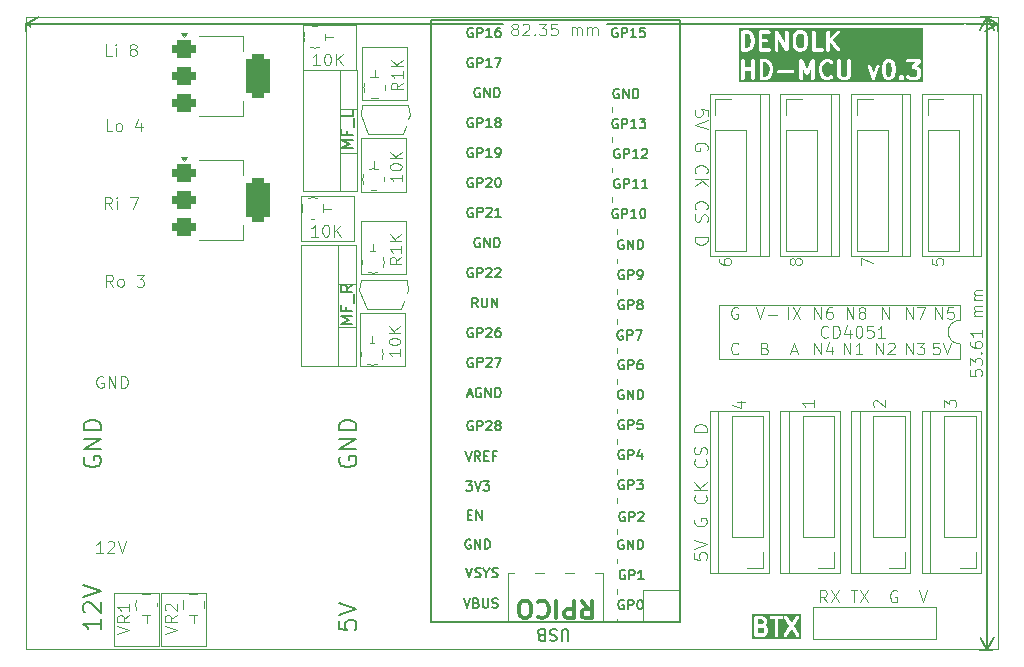
<source format=gto>
G04 #@! TF.GenerationSoftware,KiCad,Pcbnew,9.0.4*
G04 #@! TF.CreationDate,2026-01-06T18:54:23+03:00*
G04 #@! TF.ProjectId,pico-hd-mcu-v3,7069636f-2d68-4642-9d6d-63752d76332e,rev?*
G04 #@! TF.SameCoordinates,Original*
G04 #@! TF.FileFunction,Legend,Top*
G04 #@! TF.FilePolarity,Positive*
%FSLAX46Y46*%
G04 Gerber Fmt 4.6, Leading zero omitted, Abs format (unit mm)*
G04 Created by KiCad (PCBNEW 9.0.4) date 2026-01-06 18:54:23*
%MOMM*%
%LPD*%
G01*
G04 APERTURE LIST*
G04 Aperture macros list*
%AMRoundRect*
0 Rectangle with rounded corners*
0 $1 Rounding radius*
0 $2 $3 $4 $5 $6 $7 $8 $9 X,Y pos of 4 corners*
0 Add a 4 corners polygon primitive as box body*
4,1,4,$2,$3,$4,$5,$6,$7,$8,$9,$2,$3,0*
0 Add four circle primitives for the rounded corners*
1,1,$1+$1,$2,$3*
1,1,$1+$1,$4,$5*
1,1,$1+$1,$6,$7*
1,1,$1+$1,$8,$9*
0 Add four rect primitives between the rounded corners*
20,1,$1+$1,$2,$3,$4,$5,0*
20,1,$1+$1,$4,$5,$6,$7,0*
20,1,$1+$1,$6,$7,$8,$9,0*
20,1,$1+$1,$8,$9,$2,$3,0*%
%AMOutline5P*
0 Free polygon, 5 corners , with rotation*
0 The origin of the aperture is its center*
0 number of corners: always 5*
0 $1 to $10 corner X, Y*
0 $11 Rotation angle, in degrees counterclockwise*
0 create outline with 5 corners*
4,1,5,$1,$2,$3,$4,$5,$6,$7,$8,$9,$10,$1,$2,$11*%
%AMOutline6P*
0 Free polygon, 6 corners , with rotation*
0 The origin of the aperture is its center*
0 number of corners: always 6*
0 $1 to $12 corner X, Y*
0 $13 Rotation angle, in degrees counterclockwise*
0 create outline with 6 corners*
4,1,6,$1,$2,$3,$4,$5,$6,$7,$8,$9,$10,$11,$12,$1,$2,$13*%
%AMOutline7P*
0 Free polygon, 7 corners , with rotation*
0 The origin of the aperture is its center*
0 number of corners: always 7*
0 $1 to $14 corner X, Y*
0 $15 Rotation angle, in degrees counterclockwise*
0 create outline with 7 corners*
4,1,7,$1,$2,$3,$4,$5,$6,$7,$8,$9,$10,$11,$12,$13,$14,$1,$2,$15*%
%AMOutline8P*
0 Free polygon, 8 corners , with rotation*
0 The origin of the aperture is its center*
0 number of corners: always 8*
0 $1 to $16 corner X, Y*
0 $17 Rotation angle, in degrees counterclockwise*
0 create outline with 8 corners*
4,1,8,$1,$2,$3,$4,$5,$6,$7,$8,$9,$10,$11,$12,$13,$14,$15,$16,$1,$2,$17*%
G04 Aperture macros list end*
%ADD10C,0.300000*%
%ADD11C,0.100000*%
%ADD12C,0.200000*%
%ADD13C,0.120000*%
%ADD14C,0.150000*%
%ADD15O,1.700000X1.700000*%
%ADD16R,1.700000X1.700000*%
%ADD17R,1.800000X1.800000*%
%ADD18C,1.700000*%
%ADD19Outline5P,-0.850000X0.510000X-0.510000X0.850000X0.850000X0.850000X0.850000X-0.850000X-0.850000X-0.850000X180.000000*%
%ADD20Outline5P,-0.850000X0.510000X-0.510000X0.850000X0.850000X0.850000X0.850000X-0.850000X-0.850000X-0.850000X0.000000*%
%ADD21C,4.000000*%
%ADD22RoundRect,0.375000X-0.625000X-0.375000X0.625000X-0.375000X0.625000X0.375000X-0.625000X0.375000X0*%
%ADD23RoundRect,0.500000X-0.500000X-1.400000X0.500000X-1.400000X0.500000X1.400000X-0.500000X1.400000X0*%
%ADD24C,3.000000*%
%ADD25R,6.000000X4.000000*%
%ADD26O,1.000000X1.000000*%
%ADD27C,1.000000*%
%ADD28O,1.600000X2.400000*%
%ADD29R,1.600000X2.400000*%
%ADD30R,4.000000X6.000000*%
G04 APERTURE END LIST*
D10*
G36*
X98954687Y-72807647D02*
G01*
X98983864Y-72836824D01*
X99028571Y-72926237D01*
X99028571Y-73069704D01*
X98983864Y-73159117D01*
X98946859Y-73196122D01*
X98857447Y-73240828D01*
X98471428Y-73240828D01*
X98471428Y-72755114D01*
X98797085Y-72755114D01*
X98954687Y-72807647D01*
G37*
G36*
X98875432Y-72085535D02*
G01*
X98912436Y-72122539D01*
X98957143Y-72211952D01*
X98957143Y-72283989D01*
X98912436Y-72373402D01*
X98875432Y-72410407D01*
X98786018Y-72455114D01*
X98471428Y-72455114D01*
X98471428Y-72040828D01*
X98786018Y-72040828D01*
X98875432Y-72085535D01*
G37*
G36*
X102138095Y-73707495D02*
G01*
X98004761Y-73707495D01*
X98004761Y-71890828D01*
X98171428Y-71890828D01*
X98171428Y-73390828D01*
X98174310Y-73420092D01*
X98196708Y-73474164D01*
X98238092Y-73515548D01*
X98292164Y-73537946D01*
X98321428Y-73540828D01*
X98892857Y-73540828D01*
X98922121Y-73537946D01*
X98927099Y-73535883D01*
X98932475Y-73535502D01*
X98959939Y-73524992D01*
X99102796Y-73453564D01*
X99115389Y-73445636D01*
X99119049Y-73444121D01*
X99123168Y-73440739D01*
X99127682Y-73437899D01*
X99130278Y-73434905D01*
X99141780Y-73425466D01*
X99213209Y-73354037D01*
X99222650Y-73342532D01*
X99225642Y-73339938D01*
X99228480Y-73335428D01*
X99231864Y-73331306D01*
X99233380Y-73327644D01*
X99241307Y-73315053D01*
X99312735Y-73172195D01*
X99323245Y-73144732D01*
X99323626Y-73139356D01*
X99325689Y-73134378D01*
X99328571Y-73105114D01*
X99328571Y-72890828D01*
X99325689Y-72861564D01*
X99323626Y-72856585D01*
X99323245Y-72851210D01*
X99312735Y-72823747D01*
X99241307Y-72680889D01*
X99233380Y-72668297D01*
X99231864Y-72664636D01*
X99228480Y-72660513D01*
X99225642Y-72656004D01*
X99222650Y-72653409D01*
X99213209Y-72641905D01*
X99141780Y-72570476D01*
X99140597Y-72569505D01*
X99141780Y-72568323D01*
X99151220Y-72556820D01*
X99154213Y-72554225D01*
X99157051Y-72549715D01*
X99160435Y-72545593D01*
X99161951Y-72541930D01*
X99169878Y-72529339D01*
X99241307Y-72386483D01*
X99251816Y-72359019D01*
X99252197Y-72353644D01*
X99254261Y-72348664D01*
X99257143Y-72319400D01*
X99257143Y-72176542D01*
X99254261Y-72147278D01*
X99252197Y-72142297D01*
X99251816Y-72136923D01*
X99241307Y-72109459D01*
X99169878Y-71966603D01*
X99161951Y-71954011D01*
X99160435Y-71950349D01*
X99157051Y-71946226D01*
X99154213Y-71941717D01*
X99151220Y-71939121D01*
X99141780Y-71927619D01*
X99075725Y-71861564D01*
X99460025Y-71861564D01*
X99460025Y-71920092D01*
X99482423Y-71974164D01*
X99523807Y-72015548D01*
X99577879Y-72037946D01*
X99607143Y-72040828D01*
X99885714Y-72040828D01*
X99885714Y-73390828D01*
X99888596Y-73420092D01*
X99910994Y-73474164D01*
X99952378Y-73515548D01*
X100006450Y-73537946D01*
X100064978Y-73537946D01*
X100119050Y-73515548D01*
X100160434Y-73474164D01*
X100182832Y-73420092D01*
X100185714Y-73390828D01*
X100185714Y-72040828D01*
X100464286Y-72040828D01*
X100493550Y-72037946D01*
X100547622Y-72015548D01*
X100589006Y-71974164D01*
X100611404Y-71920092D01*
X100611404Y-71890670D01*
X100671428Y-71890670D01*
X100682786Y-71948085D01*
X100696620Y-71974033D01*
X101141150Y-72640828D01*
X100696620Y-73307623D01*
X100682786Y-73333571D01*
X100671428Y-73390986D01*
X100682906Y-73448375D01*
X100715472Y-73497005D01*
X100764171Y-73529470D01*
X100821586Y-73540828D01*
X100878975Y-73529350D01*
X100927605Y-73496784D01*
X100946236Y-73474033D01*
X101321428Y-72911244D01*
X101696621Y-73474033D01*
X101715251Y-73496784D01*
X101763881Y-73529350D01*
X101821271Y-73540828D01*
X101878685Y-73529471D01*
X101927384Y-73497005D01*
X101959950Y-73448375D01*
X101971428Y-73390986D01*
X101960071Y-73333571D01*
X101946236Y-73307623D01*
X101501706Y-72640828D01*
X101946236Y-71974033D01*
X101960071Y-71948085D01*
X101971428Y-71890670D01*
X101959950Y-71833281D01*
X101927384Y-71784651D01*
X101878685Y-71752185D01*
X101821271Y-71740828D01*
X101763881Y-71752306D01*
X101715251Y-71784872D01*
X101696621Y-71807623D01*
X101321428Y-72370411D01*
X100946236Y-71807623D01*
X100927605Y-71784872D01*
X100878975Y-71752306D01*
X100821586Y-71740828D01*
X100764171Y-71752186D01*
X100715472Y-71784651D01*
X100682906Y-71833281D01*
X100671428Y-71890670D01*
X100611404Y-71890670D01*
X100611404Y-71861564D01*
X100589006Y-71807492D01*
X100547622Y-71766108D01*
X100493550Y-71743710D01*
X100464286Y-71740828D01*
X99607143Y-71740828D01*
X99577879Y-71743710D01*
X99523807Y-71766108D01*
X99482423Y-71807492D01*
X99460025Y-71861564D01*
X99075725Y-71861564D01*
X99070352Y-71856191D01*
X99058850Y-71846751D01*
X99056254Y-71843758D01*
X99051740Y-71840917D01*
X99047621Y-71837536D01*
X99043961Y-71836020D01*
X99031368Y-71828093D01*
X98888510Y-71756664D01*
X98861047Y-71746154D01*
X98855669Y-71745771D01*
X98850692Y-71743710D01*
X98821428Y-71740828D01*
X98321428Y-71740828D01*
X98292164Y-71743710D01*
X98238092Y-71766108D01*
X98196708Y-71807492D01*
X98174310Y-71861564D01*
X98171428Y-71890828D01*
X98004761Y-71890828D01*
X98004761Y-71574161D01*
X102138095Y-71574161D01*
X102138095Y-73707495D01*
G37*
D11*
X64790000Y-46132500D02*
X68600000Y-46132500D01*
X68600000Y-50652500D01*
X64790000Y-50652500D01*
X64790000Y-46132500D01*
X64900000Y-31332500D02*
X68710000Y-31332500D01*
X68710000Y-35852500D01*
X64900000Y-35852500D01*
X64900000Y-31332500D01*
D12*
X70827500Y-21312500D02*
X91857500Y-21312500D01*
X91857500Y-72302500D01*
X70827500Y-72302500D01*
X70827500Y-21312500D01*
D11*
X43942500Y-69832500D02*
X47752500Y-69832500D01*
X47752500Y-74352500D01*
X43942500Y-74352500D01*
X43942500Y-69832500D01*
X59790000Y-36240000D02*
X64310000Y-36240000D01*
X64310000Y-40050000D01*
X59790000Y-40050000D01*
X59790000Y-36240000D01*
X36522500Y-21100000D02*
X118770000Y-21100000D01*
X118770000Y-74600000D01*
X36522500Y-74600000D01*
X36522500Y-21100000D01*
X64995000Y-23562500D02*
X68805000Y-23562500D01*
X68805000Y-28082500D01*
X64995000Y-28082500D01*
X64995000Y-23562500D01*
X64880000Y-38337500D02*
X68690000Y-38337500D01*
X68690000Y-42857500D01*
X64880000Y-42857500D01*
X64880000Y-38337500D01*
X47947500Y-69822500D02*
X51757500Y-69822500D01*
X51757500Y-74342500D01*
X47947500Y-74342500D01*
X47947500Y-69822500D01*
X59940000Y-21745000D02*
X64460000Y-21745000D01*
X64460000Y-25555000D01*
X59940000Y-25555000D01*
X59940000Y-21745000D01*
X43027693Y-51505038D02*
X42932455Y-51457419D01*
X42932455Y-51457419D02*
X42789598Y-51457419D01*
X42789598Y-51457419D02*
X42646741Y-51505038D01*
X42646741Y-51505038D02*
X42551503Y-51600276D01*
X42551503Y-51600276D02*
X42503884Y-51695514D01*
X42503884Y-51695514D02*
X42456265Y-51885990D01*
X42456265Y-51885990D02*
X42456265Y-52028847D01*
X42456265Y-52028847D02*
X42503884Y-52219323D01*
X42503884Y-52219323D02*
X42551503Y-52314561D01*
X42551503Y-52314561D02*
X42646741Y-52409800D01*
X42646741Y-52409800D02*
X42789598Y-52457419D01*
X42789598Y-52457419D02*
X42884836Y-52457419D01*
X42884836Y-52457419D02*
X43027693Y-52409800D01*
X43027693Y-52409800D02*
X43075312Y-52362180D01*
X43075312Y-52362180D02*
X43075312Y-52028847D01*
X43075312Y-52028847D02*
X42884836Y-52028847D01*
X43503884Y-52457419D02*
X43503884Y-51457419D01*
X43503884Y-51457419D02*
X44075312Y-52457419D01*
X44075312Y-52457419D02*
X44075312Y-51457419D01*
X44551503Y-52457419D02*
X44551503Y-51457419D01*
X44551503Y-51457419D02*
X44789598Y-51457419D01*
X44789598Y-51457419D02*
X44932455Y-51505038D01*
X44932455Y-51505038D02*
X45027693Y-51600276D01*
X45027693Y-51600276D02*
X45075312Y-51695514D01*
X45075312Y-51695514D02*
X45122931Y-51885990D01*
X45122931Y-51885990D02*
X45122931Y-52028847D01*
X45122931Y-52028847D02*
X45075312Y-52219323D01*
X45075312Y-52219323D02*
X45027693Y-52314561D01*
X45027693Y-52314561D02*
X44932455Y-52409800D01*
X44932455Y-52409800D02*
X44789598Y-52457419D01*
X44789598Y-52457419D02*
X44551503Y-52457419D01*
X43775074Y-24367419D02*
X43298884Y-24367419D01*
X43298884Y-24367419D02*
X43298884Y-23367419D01*
X44108408Y-24367419D02*
X44108408Y-23700752D01*
X44108408Y-23367419D02*
X44060789Y-23415038D01*
X44060789Y-23415038D02*
X44108408Y-23462657D01*
X44108408Y-23462657D02*
X44156027Y-23415038D01*
X44156027Y-23415038D02*
X44108408Y-23367419D01*
X44108408Y-23367419D02*
X44108408Y-23462657D01*
X45489360Y-23795990D02*
X45394122Y-23748371D01*
X45394122Y-23748371D02*
X45346503Y-23700752D01*
X45346503Y-23700752D02*
X45298884Y-23605514D01*
X45298884Y-23605514D02*
X45298884Y-23557895D01*
X45298884Y-23557895D02*
X45346503Y-23462657D01*
X45346503Y-23462657D02*
X45394122Y-23415038D01*
X45394122Y-23415038D02*
X45489360Y-23367419D01*
X45489360Y-23367419D02*
X45679836Y-23367419D01*
X45679836Y-23367419D02*
X45775074Y-23415038D01*
X45775074Y-23415038D02*
X45822693Y-23462657D01*
X45822693Y-23462657D02*
X45870312Y-23557895D01*
X45870312Y-23557895D02*
X45870312Y-23605514D01*
X45870312Y-23605514D02*
X45822693Y-23700752D01*
X45822693Y-23700752D02*
X45775074Y-23748371D01*
X45775074Y-23748371D02*
X45679836Y-23795990D01*
X45679836Y-23795990D02*
X45489360Y-23795990D01*
X45489360Y-23795990D02*
X45394122Y-23843609D01*
X45394122Y-23843609D02*
X45346503Y-23891228D01*
X45346503Y-23891228D02*
X45298884Y-23986466D01*
X45298884Y-23986466D02*
X45298884Y-24176942D01*
X45298884Y-24176942D02*
X45346503Y-24272180D01*
X45346503Y-24272180D02*
X45394122Y-24319800D01*
X45394122Y-24319800D02*
X45489360Y-24367419D01*
X45489360Y-24367419D02*
X45679836Y-24367419D01*
X45679836Y-24367419D02*
X45775074Y-24319800D01*
X45775074Y-24319800D02*
X45822693Y-24272180D01*
X45822693Y-24272180D02*
X45870312Y-24176942D01*
X45870312Y-24176942D02*
X45870312Y-23986466D01*
X45870312Y-23986466D02*
X45822693Y-23891228D01*
X45822693Y-23891228D02*
X45775074Y-23843609D01*
X45775074Y-23843609D02*
X45679836Y-23795990D01*
X43027693Y-66457419D02*
X42456265Y-66457419D01*
X42741979Y-66457419D02*
X42741979Y-65457419D01*
X42741979Y-65457419D02*
X42646741Y-65600276D01*
X42646741Y-65600276D02*
X42551503Y-65695514D01*
X42551503Y-65695514D02*
X42456265Y-65743133D01*
X43408646Y-65552657D02*
X43456265Y-65505038D01*
X43456265Y-65505038D02*
X43551503Y-65457419D01*
X43551503Y-65457419D02*
X43789598Y-65457419D01*
X43789598Y-65457419D02*
X43884836Y-65505038D01*
X43884836Y-65505038D02*
X43932455Y-65552657D01*
X43932455Y-65552657D02*
X43980074Y-65647895D01*
X43980074Y-65647895D02*
X43980074Y-65743133D01*
X43980074Y-65743133D02*
X43932455Y-65885990D01*
X43932455Y-65885990D02*
X43361027Y-66457419D01*
X43361027Y-66457419D02*
X43980074Y-66457419D01*
X44265789Y-65457419D02*
X44599122Y-66457419D01*
X44599122Y-66457419D02*
X44932455Y-65457419D01*
X43872186Y-43899919D02*
X43538853Y-43423728D01*
X43300758Y-43899919D02*
X43300758Y-42899919D01*
X43300758Y-42899919D02*
X43681710Y-42899919D01*
X43681710Y-42899919D02*
X43776948Y-42947538D01*
X43776948Y-42947538D02*
X43824567Y-42995157D01*
X43824567Y-42995157D02*
X43872186Y-43090395D01*
X43872186Y-43090395D02*
X43872186Y-43233252D01*
X43872186Y-43233252D02*
X43824567Y-43328490D01*
X43824567Y-43328490D02*
X43776948Y-43376109D01*
X43776948Y-43376109D02*
X43681710Y-43423728D01*
X43681710Y-43423728D02*
X43300758Y-43423728D01*
X44443615Y-43899919D02*
X44348377Y-43852300D01*
X44348377Y-43852300D02*
X44300758Y-43804680D01*
X44300758Y-43804680D02*
X44253139Y-43709442D01*
X44253139Y-43709442D02*
X44253139Y-43423728D01*
X44253139Y-43423728D02*
X44300758Y-43328490D01*
X44300758Y-43328490D02*
X44348377Y-43280871D01*
X44348377Y-43280871D02*
X44443615Y-43233252D01*
X44443615Y-43233252D02*
X44586472Y-43233252D01*
X44586472Y-43233252D02*
X44681710Y-43280871D01*
X44681710Y-43280871D02*
X44729329Y-43328490D01*
X44729329Y-43328490D02*
X44776948Y-43423728D01*
X44776948Y-43423728D02*
X44776948Y-43709442D01*
X44776948Y-43709442D02*
X44729329Y-43804680D01*
X44729329Y-43804680D02*
X44681710Y-43852300D01*
X44681710Y-43852300D02*
X44586472Y-43899919D01*
X44586472Y-43899919D02*
X44443615Y-43899919D01*
X45872187Y-42899919D02*
X46491234Y-42899919D01*
X46491234Y-42899919D02*
X46157901Y-43280871D01*
X46157901Y-43280871D02*
X46300758Y-43280871D01*
X46300758Y-43280871D02*
X46395996Y-43328490D01*
X46395996Y-43328490D02*
X46443615Y-43376109D01*
X46443615Y-43376109D02*
X46491234Y-43471347D01*
X46491234Y-43471347D02*
X46491234Y-43709442D01*
X46491234Y-43709442D02*
X46443615Y-43804680D01*
X46443615Y-43804680D02*
X46395996Y-43852300D01*
X46395996Y-43852300D02*
X46300758Y-43899919D01*
X46300758Y-43899919D02*
X46015044Y-43899919D01*
X46015044Y-43899919D02*
X45919806Y-43852300D01*
X45919806Y-43852300D02*
X45872187Y-43804680D01*
X101613490Y-41862737D02*
X101565871Y-41957975D01*
X101565871Y-41957975D02*
X101518252Y-42005594D01*
X101518252Y-42005594D02*
X101423014Y-42053213D01*
X101423014Y-42053213D02*
X101375395Y-42053213D01*
X101375395Y-42053213D02*
X101280157Y-42005594D01*
X101280157Y-42005594D02*
X101232538Y-41957975D01*
X101232538Y-41957975D02*
X101184919Y-41862737D01*
X101184919Y-41862737D02*
X101184919Y-41672261D01*
X101184919Y-41672261D02*
X101232538Y-41577023D01*
X101232538Y-41577023D02*
X101280157Y-41529404D01*
X101280157Y-41529404D02*
X101375395Y-41481785D01*
X101375395Y-41481785D02*
X101423014Y-41481785D01*
X101423014Y-41481785D02*
X101518252Y-41529404D01*
X101518252Y-41529404D02*
X101565871Y-41577023D01*
X101565871Y-41577023D02*
X101613490Y-41672261D01*
X101613490Y-41672261D02*
X101613490Y-41862737D01*
X101613490Y-41862737D02*
X101661109Y-41957975D01*
X101661109Y-41957975D02*
X101708728Y-42005594D01*
X101708728Y-42005594D02*
X101803966Y-42053213D01*
X101803966Y-42053213D02*
X101994442Y-42053213D01*
X101994442Y-42053213D02*
X102089680Y-42005594D01*
X102089680Y-42005594D02*
X102137300Y-41957975D01*
X102137300Y-41957975D02*
X102184919Y-41862737D01*
X102184919Y-41862737D02*
X102184919Y-41672261D01*
X102184919Y-41672261D02*
X102137300Y-41577023D01*
X102137300Y-41577023D02*
X102089680Y-41529404D01*
X102089680Y-41529404D02*
X101994442Y-41481785D01*
X101994442Y-41481785D02*
X101803966Y-41481785D01*
X101803966Y-41481785D02*
X101708728Y-41529404D01*
X101708728Y-41529404D02*
X101661109Y-41577023D01*
X101661109Y-41577023D02*
X101613490Y-41672261D01*
D12*
X41454957Y-58325564D02*
X41383528Y-58468422D01*
X41383528Y-58468422D02*
X41383528Y-58682707D01*
X41383528Y-58682707D02*
X41454957Y-58896993D01*
X41454957Y-58896993D02*
X41597814Y-59039850D01*
X41597814Y-59039850D02*
X41740671Y-59111279D01*
X41740671Y-59111279D02*
X42026385Y-59182707D01*
X42026385Y-59182707D02*
X42240671Y-59182707D01*
X42240671Y-59182707D02*
X42526385Y-59111279D01*
X42526385Y-59111279D02*
X42669242Y-59039850D01*
X42669242Y-59039850D02*
X42812100Y-58896993D01*
X42812100Y-58896993D02*
X42883528Y-58682707D01*
X42883528Y-58682707D02*
X42883528Y-58539850D01*
X42883528Y-58539850D02*
X42812100Y-58325564D01*
X42812100Y-58325564D02*
X42740671Y-58254136D01*
X42740671Y-58254136D02*
X42240671Y-58254136D01*
X42240671Y-58254136D02*
X42240671Y-58539850D01*
X42883528Y-57611279D02*
X41383528Y-57611279D01*
X41383528Y-57611279D02*
X42883528Y-56754136D01*
X42883528Y-56754136D02*
X41383528Y-56754136D01*
X42883528Y-56039850D02*
X41383528Y-56039850D01*
X41383528Y-56039850D02*
X41383528Y-55682707D01*
X41383528Y-55682707D02*
X41454957Y-55468421D01*
X41454957Y-55468421D02*
X41597814Y-55325564D01*
X41597814Y-55325564D02*
X41740671Y-55254135D01*
X41740671Y-55254135D02*
X42026385Y-55182707D01*
X42026385Y-55182707D02*
X42240671Y-55182707D01*
X42240671Y-55182707D02*
X42526385Y-55254135D01*
X42526385Y-55254135D02*
X42669242Y-55325564D01*
X42669242Y-55325564D02*
X42812100Y-55468421D01*
X42812100Y-55468421D02*
X42883528Y-55682707D01*
X42883528Y-55682707D02*
X42883528Y-56039850D01*
D11*
X114244919Y-54100832D02*
X114244919Y-53481785D01*
X114244919Y-53481785D02*
X114625871Y-53815118D01*
X114625871Y-53815118D02*
X114625871Y-53672261D01*
X114625871Y-53672261D02*
X114673490Y-53577023D01*
X114673490Y-53577023D02*
X114721109Y-53529404D01*
X114721109Y-53529404D02*
X114816347Y-53481785D01*
X114816347Y-53481785D02*
X115054442Y-53481785D01*
X115054442Y-53481785D02*
X115149680Y-53529404D01*
X115149680Y-53529404D02*
X115197300Y-53577023D01*
X115197300Y-53577023D02*
X115244919Y-53672261D01*
X115244919Y-53672261D02*
X115244919Y-53957975D01*
X115244919Y-53957975D02*
X115197300Y-54053213D01*
X115197300Y-54053213D02*
X115149680Y-54100832D01*
X113184919Y-41529404D02*
X113184919Y-42005594D01*
X113184919Y-42005594D02*
X113661109Y-42053213D01*
X113661109Y-42053213D02*
X113613490Y-42005594D01*
X113613490Y-42005594D02*
X113565871Y-41910356D01*
X113565871Y-41910356D02*
X113565871Y-41672261D01*
X113565871Y-41672261D02*
X113613490Y-41577023D01*
X113613490Y-41577023D02*
X113661109Y-41529404D01*
X113661109Y-41529404D02*
X113756347Y-41481785D01*
X113756347Y-41481785D02*
X113994442Y-41481785D01*
X113994442Y-41481785D02*
X114089680Y-41529404D01*
X114089680Y-41529404D02*
X114137300Y-41577023D01*
X114137300Y-41577023D02*
X114184919Y-41672261D01*
X114184919Y-41672261D02*
X114184919Y-41910356D01*
X114184919Y-41910356D02*
X114137300Y-42005594D01*
X114137300Y-42005594D02*
X114089680Y-42053213D01*
X96698252Y-53677023D02*
X97364919Y-53677023D01*
X96317300Y-53915118D02*
X97031585Y-54153213D01*
X97031585Y-54153213D02*
X97031585Y-53534166D01*
D12*
X63054957Y-58325564D02*
X62983528Y-58468422D01*
X62983528Y-58468422D02*
X62983528Y-58682707D01*
X62983528Y-58682707D02*
X63054957Y-58896993D01*
X63054957Y-58896993D02*
X63197814Y-59039850D01*
X63197814Y-59039850D02*
X63340671Y-59111279D01*
X63340671Y-59111279D02*
X63626385Y-59182707D01*
X63626385Y-59182707D02*
X63840671Y-59182707D01*
X63840671Y-59182707D02*
X64126385Y-59111279D01*
X64126385Y-59111279D02*
X64269242Y-59039850D01*
X64269242Y-59039850D02*
X64412100Y-58896993D01*
X64412100Y-58896993D02*
X64483528Y-58682707D01*
X64483528Y-58682707D02*
X64483528Y-58539850D01*
X64483528Y-58539850D02*
X64412100Y-58325564D01*
X64412100Y-58325564D02*
X64340671Y-58254136D01*
X64340671Y-58254136D02*
X63840671Y-58254136D01*
X63840671Y-58254136D02*
X63840671Y-58539850D01*
X64483528Y-57611279D02*
X62983528Y-57611279D01*
X62983528Y-57611279D02*
X64483528Y-56754136D01*
X64483528Y-56754136D02*
X62983528Y-56754136D01*
X64483528Y-56039850D02*
X62983528Y-56039850D01*
X62983528Y-56039850D02*
X62983528Y-55682707D01*
X62983528Y-55682707D02*
X63054957Y-55468421D01*
X63054957Y-55468421D02*
X63197814Y-55325564D01*
X63197814Y-55325564D02*
X63340671Y-55254135D01*
X63340671Y-55254135D02*
X63626385Y-55182707D01*
X63626385Y-55182707D02*
X63840671Y-55182707D01*
X63840671Y-55182707D02*
X64126385Y-55254135D01*
X64126385Y-55254135D02*
X64269242Y-55325564D01*
X64269242Y-55325564D02*
X64412100Y-55468421D01*
X64412100Y-55468421D02*
X64483528Y-55682707D01*
X64483528Y-55682707D02*
X64483528Y-56039850D01*
D11*
X43814924Y-30724919D02*
X43338734Y-30724919D01*
X43338734Y-30724919D02*
X43338734Y-29724919D01*
X44291115Y-30724919D02*
X44195877Y-30677300D01*
X44195877Y-30677300D02*
X44148258Y-30629680D01*
X44148258Y-30629680D02*
X44100639Y-30534442D01*
X44100639Y-30534442D02*
X44100639Y-30248728D01*
X44100639Y-30248728D02*
X44148258Y-30153490D01*
X44148258Y-30153490D02*
X44195877Y-30105871D01*
X44195877Y-30105871D02*
X44291115Y-30058252D01*
X44291115Y-30058252D02*
X44433972Y-30058252D01*
X44433972Y-30058252D02*
X44529210Y-30105871D01*
X44529210Y-30105871D02*
X44576829Y-30153490D01*
X44576829Y-30153490D02*
X44624448Y-30248728D01*
X44624448Y-30248728D02*
X44624448Y-30534442D01*
X44624448Y-30534442D02*
X44576829Y-30629680D01*
X44576829Y-30629680D02*
X44529210Y-30677300D01*
X44529210Y-30677300D02*
X44433972Y-30724919D01*
X44433972Y-30724919D02*
X44291115Y-30724919D01*
X46243496Y-30058252D02*
X46243496Y-30724919D01*
X46005401Y-29677300D02*
X45767306Y-30391585D01*
X45767306Y-30391585D02*
X46386353Y-30391585D01*
X108320157Y-54073213D02*
X108272538Y-54025594D01*
X108272538Y-54025594D02*
X108224919Y-53930356D01*
X108224919Y-53930356D02*
X108224919Y-53692261D01*
X108224919Y-53692261D02*
X108272538Y-53597023D01*
X108272538Y-53597023D02*
X108320157Y-53549404D01*
X108320157Y-53549404D02*
X108415395Y-53501785D01*
X108415395Y-53501785D02*
X108510633Y-53501785D01*
X108510633Y-53501785D02*
X108653490Y-53549404D01*
X108653490Y-53549404D02*
X109224919Y-54120832D01*
X109224919Y-54120832D02*
X109224919Y-53501785D01*
D12*
X42858528Y-72050564D02*
X42858528Y-72907707D01*
X42858528Y-72479136D02*
X41358528Y-72479136D01*
X41358528Y-72479136D02*
X41572814Y-72621993D01*
X41572814Y-72621993D02*
X41715671Y-72764850D01*
X41715671Y-72764850D02*
X41787100Y-72907707D01*
X41501385Y-71479136D02*
X41429957Y-71407708D01*
X41429957Y-71407708D02*
X41358528Y-71264851D01*
X41358528Y-71264851D02*
X41358528Y-70907708D01*
X41358528Y-70907708D02*
X41429957Y-70764851D01*
X41429957Y-70764851D02*
X41501385Y-70693422D01*
X41501385Y-70693422D02*
X41644242Y-70621993D01*
X41644242Y-70621993D02*
X41787100Y-70621993D01*
X41787100Y-70621993D02*
X42001385Y-70693422D01*
X42001385Y-70693422D02*
X42858528Y-71550565D01*
X42858528Y-71550565D02*
X42858528Y-70621993D01*
X41358528Y-70193422D02*
X42858528Y-69693422D01*
X42858528Y-69693422D02*
X41358528Y-69193422D01*
D11*
X107184919Y-42100832D02*
X107184919Y-41434166D01*
X107184919Y-41434166D02*
X108184919Y-41862737D01*
D13*
X94210859Y-29439661D02*
X94210859Y-28915851D01*
X94210859Y-28915851D02*
X93687049Y-28863470D01*
X93687049Y-28863470D02*
X93739430Y-28915851D01*
X93739430Y-28915851D02*
X93791811Y-29020613D01*
X93791811Y-29020613D02*
X93791811Y-29282518D01*
X93791811Y-29282518D02*
X93739430Y-29387280D01*
X93739430Y-29387280D02*
X93687049Y-29439661D01*
X93687049Y-29439661D02*
X93582287Y-29492042D01*
X93582287Y-29492042D02*
X93320382Y-29492042D01*
X93320382Y-29492042D02*
X93215620Y-29439661D01*
X93215620Y-29439661D02*
X93163240Y-29387280D01*
X93163240Y-29387280D02*
X93110859Y-29282518D01*
X93110859Y-29282518D02*
X93110859Y-29020613D01*
X93110859Y-29020613D02*
X93163240Y-28915851D01*
X93163240Y-28915851D02*
X93215620Y-28863470D01*
X94210859Y-29806327D02*
X93110859Y-30172994D01*
X93110859Y-30172994D02*
X94210859Y-30539661D01*
X94158478Y-32320613D02*
X94210859Y-32215851D01*
X94210859Y-32215851D02*
X94210859Y-32058708D01*
X94210859Y-32058708D02*
X94158478Y-31901565D01*
X94158478Y-31901565D02*
X94053716Y-31796803D01*
X94053716Y-31796803D02*
X93948954Y-31744422D01*
X93948954Y-31744422D02*
X93739430Y-31692041D01*
X93739430Y-31692041D02*
X93582287Y-31692041D01*
X93582287Y-31692041D02*
X93372763Y-31744422D01*
X93372763Y-31744422D02*
X93268001Y-31796803D01*
X93268001Y-31796803D02*
X93163240Y-31901565D01*
X93163240Y-31901565D02*
X93110859Y-32058708D01*
X93110859Y-32058708D02*
X93110859Y-32163470D01*
X93110859Y-32163470D02*
X93163240Y-32320613D01*
X93163240Y-32320613D02*
X93215620Y-32372994D01*
X93215620Y-32372994D02*
X93582287Y-32372994D01*
X93582287Y-32372994D02*
X93582287Y-32163470D01*
X93215620Y-34311089D02*
X93163240Y-34258708D01*
X93163240Y-34258708D02*
X93110859Y-34101565D01*
X93110859Y-34101565D02*
X93110859Y-33996803D01*
X93110859Y-33996803D02*
X93163240Y-33839660D01*
X93163240Y-33839660D02*
X93268001Y-33734898D01*
X93268001Y-33734898D02*
X93372763Y-33682517D01*
X93372763Y-33682517D02*
X93582287Y-33630136D01*
X93582287Y-33630136D02*
X93739430Y-33630136D01*
X93739430Y-33630136D02*
X93948954Y-33682517D01*
X93948954Y-33682517D02*
X94053716Y-33734898D01*
X94053716Y-33734898D02*
X94158478Y-33839660D01*
X94158478Y-33839660D02*
X94210859Y-33996803D01*
X94210859Y-33996803D02*
X94210859Y-34101565D01*
X94210859Y-34101565D02*
X94158478Y-34258708D01*
X94158478Y-34258708D02*
X94106097Y-34311089D01*
X93110859Y-34782517D02*
X94210859Y-34782517D01*
X93110859Y-35411089D02*
X93739430Y-34939660D01*
X94210859Y-35411089D02*
X93582287Y-34782517D01*
X93215620Y-37349184D02*
X93163240Y-37296803D01*
X93163240Y-37296803D02*
X93110859Y-37139660D01*
X93110859Y-37139660D02*
X93110859Y-37034898D01*
X93110859Y-37034898D02*
X93163240Y-36877755D01*
X93163240Y-36877755D02*
X93268001Y-36772993D01*
X93268001Y-36772993D02*
X93372763Y-36720612D01*
X93372763Y-36720612D02*
X93582287Y-36668231D01*
X93582287Y-36668231D02*
X93739430Y-36668231D01*
X93739430Y-36668231D02*
X93948954Y-36720612D01*
X93948954Y-36720612D02*
X94053716Y-36772993D01*
X94053716Y-36772993D02*
X94158478Y-36877755D01*
X94158478Y-36877755D02*
X94210859Y-37034898D01*
X94210859Y-37034898D02*
X94210859Y-37139660D01*
X94210859Y-37139660D02*
X94158478Y-37296803D01*
X94158478Y-37296803D02*
X94106097Y-37349184D01*
X93163240Y-37768231D02*
X93110859Y-37925374D01*
X93110859Y-37925374D02*
X93110859Y-38187279D01*
X93110859Y-38187279D02*
X93163240Y-38292041D01*
X93163240Y-38292041D02*
X93215620Y-38344422D01*
X93215620Y-38344422D02*
X93320382Y-38396803D01*
X93320382Y-38396803D02*
X93425144Y-38396803D01*
X93425144Y-38396803D02*
X93529906Y-38344422D01*
X93529906Y-38344422D02*
X93582287Y-38292041D01*
X93582287Y-38292041D02*
X93634668Y-38187279D01*
X93634668Y-38187279D02*
X93687049Y-37977755D01*
X93687049Y-37977755D02*
X93739430Y-37872993D01*
X93739430Y-37872993D02*
X93791811Y-37820612D01*
X93791811Y-37820612D02*
X93896573Y-37768231D01*
X93896573Y-37768231D02*
X94001335Y-37768231D01*
X94001335Y-37768231D02*
X94106097Y-37820612D01*
X94106097Y-37820612D02*
X94158478Y-37872993D01*
X94158478Y-37872993D02*
X94210859Y-37977755D01*
X94210859Y-37977755D02*
X94210859Y-38239660D01*
X94210859Y-38239660D02*
X94158478Y-38396803D01*
X93110859Y-39706326D02*
X94210859Y-39706326D01*
X94210859Y-39706326D02*
X94210859Y-39968231D01*
X94210859Y-39968231D02*
X94158478Y-40125374D01*
X94158478Y-40125374D02*
X94053716Y-40230136D01*
X94053716Y-40230136D02*
X93948954Y-40282517D01*
X93948954Y-40282517D02*
X93739430Y-40334898D01*
X93739430Y-40334898D02*
X93582287Y-40334898D01*
X93582287Y-40334898D02*
X93372763Y-40282517D01*
X93372763Y-40282517D02*
X93268001Y-40230136D01*
X93268001Y-40230136D02*
X93163240Y-40125374D01*
X93163240Y-40125374D02*
X93110859Y-39968231D01*
X93110859Y-39968231D02*
X93110859Y-39706326D01*
D14*
X86682976Y-27162890D02*
X86606786Y-27124795D01*
X86606786Y-27124795D02*
X86492500Y-27124795D01*
X86492500Y-27124795D02*
X86378214Y-27162890D01*
X86378214Y-27162890D02*
X86302024Y-27239080D01*
X86302024Y-27239080D02*
X86263929Y-27315271D01*
X86263929Y-27315271D02*
X86225833Y-27467652D01*
X86225833Y-27467652D02*
X86225833Y-27581938D01*
X86225833Y-27581938D02*
X86263929Y-27734319D01*
X86263929Y-27734319D02*
X86302024Y-27810509D01*
X86302024Y-27810509D02*
X86378214Y-27886700D01*
X86378214Y-27886700D02*
X86492500Y-27924795D01*
X86492500Y-27924795D02*
X86568691Y-27924795D01*
X86568691Y-27924795D02*
X86682976Y-27886700D01*
X86682976Y-27886700D02*
X86721072Y-27848604D01*
X86721072Y-27848604D02*
X86721072Y-27581938D01*
X86721072Y-27581938D02*
X86568691Y-27581938D01*
X87063929Y-27924795D02*
X87063929Y-27124795D01*
X87063929Y-27124795D02*
X87521072Y-27924795D01*
X87521072Y-27924795D02*
X87521072Y-27124795D01*
X87902024Y-27924795D02*
X87902024Y-27124795D01*
X87902024Y-27124795D02*
X88092500Y-27124795D01*
X88092500Y-27124795D02*
X88206786Y-27162890D01*
X88206786Y-27162890D02*
X88282976Y-27239080D01*
X88282976Y-27239080D02*
X88321071Y-27315271D01*
X88321071Y-27315271D02*
X88359167Y-27467652D01*
X88359167Y-27467652D02*
X88359167Y-27581938D01*
X88359167Y-27581938D02*
X88321071Y-27734319D01*
X88321071Y-27734319D02*
X88282976Y-27810509D01*
X88282976Y-27810509D02*
X88206786Y-27886700D01*
X88206786Y-27886700D02*
X88092500Y-27924795D01*
X88092500Y-27924795D02*
X87902024Y-27924795D01*
X86567618Y-22010390D02*
X86491428Y-21972295D01*
X86491428Y-21972295D02*
X86377142Y-21972295D01*
X86377142Y-21972295D02*
X86262856Y-22010390D01*
X86262856Y-22010390D02*
X86186666Y-22086580D01*
X86186666Y-22086580D02*
X86148571Y-22162771D01*
X86148571Y-22162771D02*
X86110475Y-22315152D01*
X86110475Y-22315152D02*
X86110475Y-22429438D01*
X86110475Y-22429438D02*
X86148571Y-22581819D01*
X86148571Y-22581819D02*
X86186666Y-22658009D01*
X86186666Y-22658009D02*
X86262856Y-22734200D01*
X86262856Y-22734200D02*
X86377142Y-22772295D01*
X86377142Y-22772295D02*
X86453333Y-22772295D01*
X86453333Y-22772295D02*
X86567618Y-22734200D01*
X86567618Y-22734200D02*
X86605714Y-22696104D01*
X86605714Y-22696104D02*
X86605714Y-22429438D01*
X86605714Y-22429438D02*
X86453333Y-22429438D01*
X86948571Y-22772295D02*
X86948571Y-21972295D01*
X86948571Y-21972295D02*
X87253333Y-21972295D01*
X87253333Y-21972295D02*
X87329523Y-22010390D01*
X87329523Y-22010390D02*
X87367618Y-22048485D01*
X87367618Y-22048485D02*
X87405714Y-22124676D01*
X87405714Y-22124676D02*
X87405714Y-22238961D01*
X87405714Y-22238961D02*
X87367618Y-22315152D01*
X87367618Y-22315152D02*
X87329523Y-22353247D01*
X87329523Y-22353247D02*
X87253333Y-22391342D01*
X87253333Y-22391342D02*
X86948571Y-22391342D01*
X88167618Y-22772295D02*
X87710475Y-22772295D01*
X87939047Y-22772295D02*
X87939047Y-21972295D01*
X87939047Y-21972295D02*
X87862856Y-22086580D01*
X87862856Y-22086580D02*
X87786666Y-22162771D01*
X87786666Y-22162771D02*
X87710475Y-22200866D01*
X88891428Y-21972295D02*
X88510476Y-21972295D01*
X88510476Y-21972295D02*
X88472380Y-22353247D01*
X88472380Y-22353247D02*
X88510476Y-22315152D01*
X88510476Y-22315152D02*
X88586666Y-22277057D01*
X88586666Y-22277057D02*
X88777142Y-22277057D01*
X88777142Y-22277057D02*
X88853333Y-22315152D01*
X88853333Y-22315152D02*
X88891428Y-22353247D01*
X88891428Y-22353247D02*
X88929523Y-22429438D01*
X88929523Y-22429438D02*
X88929523Y-22619914D01*
X88929523Y-22619914D02*
X88891428Y-22696104D01*
X88891428Y-22696104D02*
X88853333Y-22734200D01*
X88853333Y-22734200D02*
X88777142Y-22772295D01*
X88777142Y-22772295D02*
X88586666Y-22772295D01*
X88586666Y-22772295D02*
X88510476Y-22734200D01*
X88510476Y-22734200D02*
X88472380Y-22696104D01*
D13*
X93059140Y-66430338D02*
X93059140Y-66954148D01*
X93059140Y-66954148D02*
X93582950Y-67006529D01*
X93582950Y-67006529D02*
X93530569Y-66954148D01*
X93530569Y-66954148D02*
X93478188Y-66849386D01*
X93478188Y-66849386D02*
X93478188Y-66587481D01*
X93478188Y-66587481D02*
X93530569Y-66482719D01*
X93530569Y-66482719D02*
X93582950Y-66430338D01*
X93582950Y-66430338D02*
X93687712Y-66377957D01*
X93687712Y-66377957D02*
X93949617Y-66377957D01*
X93949617Y-66377957D02*
X94054379Y-66430338D01*
X94054379Y-66430338D02*
X94106760Y-66482719D01*
X94106760Y-66482719D02*
X94159140Y-66587481D01*
X94159140Y-66587481D02*
X94159140Y-66849386D01*
X94159140Y-66849386D02*
X94106760Y-66954148D01*
X94106760Y-66954148D02*
X94054379Y-67006529D01*
X93059140Y-66063672D02*
X94159140Y-65697005D01*
X94159140Y-65697005D02*
X93059140Y-65330338D01*
X93111521Y-63549386D02*
X93059140Y-63654148D01*
X93059140Y-63654148D02*
X93059140Y-63811291D01*
X93059140Y-63811291D02*
X93111521Y-63968434D01*
X93111521Y-63968434D02*
X93216283Y-64073196D01*
X93216283Y-64073196D02*
X93321045Y-64125577D01*
X93321045Y-64125577D02*
X93530569Y-64177958D01*
X93530569Y-64177958D02*
X93687712Y-64177958D01*
X93687712Y-64177958D02*
X93897236Y-64125577D01*
X93897236Y-64125577D02*
X94001998Y-64073196D01*
X94001998Y-64073196D02*
X94106760Y-63968434D01*
X94106760Y-63968434D02*
X94159140Y-63811291D01*
X94159140Y-63811291D02*
X94159140Y-63706529D01*
X94159140Y-63706529D02*
X94106760Y-63549386D01*
X94106760Y-63549386D02*
X94054379Y-63497005D01*
X94054379Y-63497005D02*
X93687712Y-63497005D01*
X93687712Y-63497005D02*
X93687712Y-63706529D01*
X94054379Y-61558910D02*
X94106760Y-61611291D01*
X94106760Y-61611291D02*
X94159140Y-61768434D01*
X94159140Y-61768434D02*
X94159140Y-61873196D01*
X94159140Y-61873196D02*
X94106760Y-62030339D01*
X94106760Y-62030339D02*
X94001998Y-62135101D01*
X94001998Y-62135101D02*
X93897236Y-62187482D01*
X93897236Y-62187482D02*
X93687712Y-62239863D01*
X93687712Y-62239863D02*
X93530569Y-62239863D01*
X93530569Y-62239863D02*
X93321045Y-62187482D01*
X93321045Y-62187482D02*
X93216283Y-62135101D01*
X93216283Y-62135101D02*
X93111521Y-62030339D01*
X93111521Y-62030339D02*
X93059140Y-61873196D01*
X93059140Y-61873196D02*
X93059140Y-61768434D01*
X93059140Y-61768434D02*
X93111521Y-61611291D01*
X93111521Y-61611291D02*
X93163902Y-61558910D01*
X94159140Y-61087482D02*
X93059140Y-61087482D01*
X94159140Y-60458910D02*
X93530569Y-60930339D01*
X93059140Y-60458910D02*
X93687712Y-61087482D01*
X94054379Y-58520815D02*
X94106760Y-58573196D01*
X94106760Y-58573196D02*
X94159140Y-58730339D01*
X94159140Y-58730339D02*
X94159140Y-58835101D01*
X94159140Y-58835101D02*
X94106760Y-58992244D01*
X94106760Y-58992244D02*
X94001998Y-59097006D01*
X94001998Y-59097006D02*
X93897236Y-59149387D01*
X93897236Y-59149387D02*
X93687712Y-59201768D01*
X93687712Y-59201768D02*
X93530569Y-59201768D01*
X93530569Y-59201768D02*
X93321045Y-59149387D01*
X93321045Y-59149387D02*
X93216283Y-59097006D01*
X93216283Y-59097006D02*
X93111521Y-58992244D01*
X93111521Y-58992244D02*
X93059140Y-58835101D01*
X93059140Y-58835101D02*
X93059140Y-58730339D01*
X93059140Y-58730339D02*
X93111521Y-58573196D01*
X93111521Y-58573196D02*
X93163902Y-58520815D01*
X94106760Y-58101768D02*
X94159140Y-57944625D01*
X94159140Y-57944625D02*
X94159140Y-57682720D01*
X94159140Y-57682720D02*
X94106760Y-57577958D01*
X94106760Y-57577958D02*
X94054379Y-57525577D01*
X94054379Y-57525577D02*
X93949617Y-57473196D01*
X93949617Y-57473196D02*
X93844855Y-57473196D01*
X93844855Y-57473196D02*
X93740093Y-57525577D01*
X93740093Y-57525577D02*
X93687712Y-57577958D01*
X93687712Y-57577958D02*
X93635331Y-57682720D01*
X93635331Y-57682720D02*
X93582950Y-57892244D01*
X93582950Y-57892244D02*
X93530569Y-57997006D01*
X93530569Y-57997006D02*
X93478188Y-58049387D01*
X93478188Y-58049387D02*
X93373426Y-58101768D01*
X93373426Y-58101768D02*
X93268664Y-58101768D01*
X93268664Y-58101768D02*
X93163902Y-58049387D01*
X93163902Y-58049387D02*
X93111521Y-57997006D01*
X93111521Y-57997006D02*
X93059140Y-57892244D01*
X93059140Y-57892244D02*
X93059140Y-57630339D01*
X93059140Y-57630339D02*
X93111521Y-57473196D01*
X94159140Y-56163673D02*
X93059140Y-56163673D01*
X93059140Y-56163673D02*
X93059140Y-55901768D01*
X93059140Y-55901768D02*
X93111521Y-55744625D01*
X93111521Y-55744625D02*
X93216283Y-55639863D01*
X93216283Y-55639863D02*
X93321045Y-55587482D01*
X93321045Y-55587482D02*
X93530569Y-55535101D01*
X93530569Y-55535101D02*
X93687712Y-55535101D01*
X93687712Y-55535101D02*
X93897236Y-55587482D01*
X93897236Y-55587482D02*
X94001998Y-55639863D01*
X94001998Y-55639863D02*
X94106760Y-55744625D01*
X94106760Y-55744625D02*
X94159140Y-55901768D01*
X94159140Y-55901768D02*
X94159140Y-56163673D01*
D10*
G36*
X99263840Y-24955861D02*
G01*
X99364447Y-25056468D01*
X99417626Y-25162827D01*
X99480582Y-25414648D01*
X99480582Y-25592007D01*
X99417626Y-25843828D01*
X99364447Y-25950188D01*
X99263841Y-26050794D01*
X99106239Y-26103328D01*
X98923439Y-26103328D01*
X98923439Y-24903328D01*
X99106242Y-24903328D01*
X99263840Y-24955861D01*
G37*
G36*
X109684587Y-24948035D02*
G01*
X109721591Y-24985039D01*
X109774769Y-25091397D01*
X109837726Y-25343221D01*
X109837726Y-25663435D01*
X109774769Y-25915259D01*
X109721590Y-26021617D01*
X109684585Y-26058622D01*
X109595173Y-26103328D01*
X109523136Y-26103328D01*
X109433722Y-26058621D01*
X109396718Y-26021617D01*
X109343537Y-25915257D01*
X109280583Y-25663436D01*
X109280583Y-25343220D01*
X109343537Y-25091398D01*
X109396718Y-24985038D01*
X109433722Y-24948035D01*
X109523136Y-24903328D01*
X109595173Y-24903328D01*
X109684587Y-24948035D01*
G37*
G36*
X97692411Y-22540945D02*
G01*
X97793018Y-22641552D01*
X97846197Y-22747911D01*
X97909153Y-22999732D01*
X97909153Y-23177091D01*
X97846197Y-23428912D01*
X97793018Y-23535272D01*
X97692412Y-23635878D01*
X97534810Y-23688412D01*
X97352010Y-23688412D01*
X97352010Y-22488412D01*
X97534813Y-22488412D01*
X97692411Y-22540945D01*
G37*
G36*
X102256014Y-22533119D02*
G01*
X102352280Y-22629385D01*
X102409154Y-22856876D01*
X102409154Y-23319947D01*
X102352280Y-23547438D01*
X102256013Y-23643706D01*
X102166601Y-23688412D01*
X101951707Y-23688412D01*
X101862293Y-23643705D01*
X101766026Y-23547438D01*
X101709154Y-23319948D01*
X101709154Y-22856875D01*
X101766026Y-22629386D01*
X101862293Y-22533118D01*
X101951707Y-22488412D01*
X102166601Y-22488412D01*
X102256014Y-22533119D01*
G37*
G36*
X112447250Y-26569995D02*
G01*
X96885343Y-26569995D01*
X96885343Y-24753328D01*
X97052010Y-24753328D01*
X97052010Y-26253328D01*
X97054892Y-26282592D01*
X97077290Y-26336664D01*
X97118674Y-26378048D01*
X97172746Y-26400446D01*
X97231274Y-26400446D01*
X97285346Y-26378048D01*
X97326730Y-26336664D01*
X97349128Y-26282592D01*
X97352010Y-26253328D01*
X97352010Y-25617614D01*
X97909153Y-25617614D01*
X97909153Y-26253328D01*
X97912035Y-26282592D01*
X97934433Y-26336664D01*
X97975817Y-26378048D01*
X98029889Y-26400446D01*
X98088417Y-26400446D01*
X98142489Y-26378048D01*
X98183873Y-26336664D01*
X98206271Y-26282592D01*
X98209153Y-26253328D01*
X98209153Y-24753328D01*
X98623439Y-24753328D01*
X98623439Y-26253328D01*
X98626321Y-26282590D01*
X98626321Y-26282592D01*
X98648719Y-26336664D01*
X98690103Y-26378048D01*
X98744175Y-26400446D01*
X98773439Y-26403328D01*
X99130582Y-26403328D01*
X99145387Y-26401869D01*
X99149342Y-26402151D01*
X99154543Y-26400968D01*
X99159846Y-26400446D01*
X99163503Y-26398930D01*
X99178016Y-26395631D01*
X99392302Y-26324203D01*
X99419153Y-26312215D01*
X99423224Y-26308683D01*
X99428204Y-26306621D01*
X99450934Y-26287966D01*
X99593791Y-26145108D01*
X99603229Y-26133606D01*
X99606224Y-26131010D01*
X99609064Y-26126496D01*
X99612446Y-26122377D01*
X99613961Y-26118717D01*
X99621889Y-26106124D01*
X99693318Y-25963268D01*
X99694137Y-25961125D01*
X99694782Y-25960256D01*
X99699166Y-25947984D01*
X99703827Y-25935804D01*
X99703903Y-25934723D01*
X99704675Y-25932565D01*
X99774657Y-25652636D01*
X100126321Y-25652636D01*
X100126321Y-25711164D01*
X100148719Y-25765236D01*
X100190103Y-25806620D01*
X100244175Y-25829018D01*
X100273439Y-25831900D01*
X101416297Y-25831900D01*
X101445561Y-25829018D01*
X101499633Y-25806620D01*
X101541017Y-25765236D01*
X101563415Y-25711164D01*
X101563415Y-25652636D01*
X101541017Y-25598564D01*
X101499633Y-25557180D01*
X101445561Y-25534782D01*
X101416297Y-25531900D01*
X100273439Y-25531900D01*
X100244175Y-25534782D01*
X100190103Y-25557180D01*
X100148719Y-25598564D01*
X100126321Y-25652636D01*
X99774657Y-25652636D01*
X99776103Y-25646851D01*
X99776852Y-25641779D01*
X99777700Y-25639735D01*
X99778785Y-25628712D01*
X99780405Y-25617762D01*
X99780079Y-25615574D01*
X99780582Y-25610471D01*
X99780582Y-25396185D01*
X99780079Y-25391081D01*
X99780405Y-25388894D01*
X99778785Y-25377943D01*
X99777700Y-25366921D01*
X99776852Y-25364876D01*
X99776103Y-25359805D01*
X99704675Y-25074091D01*
X99703903Y-25071932D01*
X99703827Y-25070852D01*
X99699166Y-25058671D01*
X99694782Y-25046400D01*
X99694137Y-25045530D01*
X99693318Y-25043388D01*
X99621889Y-24900532D01*
X99613962Y-24887940D01*
X99612446Y-24884278D01*
X99609062Y-24880155D01*
X99606224Y-24875646D01*
X99603231Y-24873050D01*
X99593791Y-24861548D01*
X99485571Y-24753328D01*
X101980582Y-24753328D01*
X101980582Y-26253328D01*
X101983464Y-26282592D01*
X102005862Y-26336664D01*
X102047246Y-26378048D01*
X102101318Y-26400446D01*
X102159846Y-26400446D01*
X102213918Y-26378048D01*
X102255302Y-26336664D01*
X102277700Y-26282592D01*
X102280582Y-26253328D01*
X102280582Y-25429461D01*
X102494655Y-25888190D01*
X102501001Y-25898903D01*
X102502322Y-25902535D01*
X102504673Y-25905103D01*
X102509642Y-25913490D01*
X102526447Y-25928880D01*
X102541849Y-25945698D01*
X102547892Y-25948518D01*
X102552805Y-25953017D01*
X102574225Y-25960806D01*
X102594887Y-25970448D01*
X102601544Y-25970740D01*
X102607807Y-25973018D01*
X102630586Y-25972017D01*
X102653357Y-25973018D01*
X102659616Y-25970741D01*
X102666278Y-25970449D01*
X102686945Y-25960804D01*
X102708360Y-25953017D01*
X102713273Y-25948517D01*
X102719315Y-25945698D01*
X102734710Y-25928885D01*
X102751523Y-25913490D01*
X102756491Y-25905101D01*
X102758842Y-25902535D01*
X102760161Y-25898905D01*
X102766509Y-25888190D01*
X102980582Y-25429462D01*
X102980582Y-26253328D01*
X102983464Y-26282592D01*
X103005862Y-26336664D01*
X103047246Y-26378048D01*
X103101318Y-26400446D01*
X103159846Y-26400446D01*
X103213918Y-26378048D01*
X103255302Y-26336664D01*
X103277700Y-26282592D01*
X103280582Y-26253328D01*
X103280582Y-25396185D01*
X103623440Y-25396185D01*
X103623440Y-25610471D01*
X103623942Y-25615574D01*
X103623617Y-25617762D01*
X103625236Y-25628712D01*
X103626322Y-25639735D01*
X103627169Y-25641779D01*
X103627919Y-25646851D01*
X103699347Y-25932565D01*
X103700118Y-25934723D01*
X103700195Y-25935804D01*
X103704853Y-25947978D01*
X103709240Y-25960256D01*
X103709884Y-25961126D01*
X103710704Y-25963267D01*
X103782133Y-26106124D01*
X103790060Y-26118717D01*
X103791576Y-26122377D01*
X103794957Y-26126496D01*
X103797798Y-26131010D01*
X103800791Y-26133606D01*
X103810231Y-26145108D01*
X103953088Y-26287966D01*
X103975818Y-26306621D01*
X103980797Y-26308683D01*
X103984869Y-26312215D01*
X104011720Y-26324203D01*
X104226006Y-26395631D01*
X104240518Y-26398930D01*
X104244176Y-26400446D01*
X104249478Y-26400968D01*
X104254680Y-26402151D01*
X104258634Y-26401869D01*
X104273440Y-26403328D01*
X104416297Y-26403328D01*
X104431102Y-26401869D01*
X104435057Y-26402151D01*
X104440258Y-26400968D01*
X104445561Y-26400446D01*
X104449218Y-26398930D01*
X104463731Y-26395631D01*
X104678017Y-26324203D01*
X104704868Y-26312215D01*
X104708941Y-26308681D01*
X104713919Y-26306620D01*
X104736650Y-26287965D01*
X104808078Y-26216536D01*
X104826732Y-26193806D01*
X104849129Y-26139733D01*
X104849128Y-26081207D01*
X104826731Y-26027135D01*
X104785345Y-25985750D01*
X104731273Y-25963353D01*
X104672747Y-25963354D01*
X104618675Y-25985751D01*
X104595944Y-26004406D01*
X104549556Y-26050794D01*
X104391954Y-26103328D01*
X104297783Y-26103328D01*
X104140180Y-26050794D01*
X104039575Y-25950188D01*
X103986394Y-25843828D01*
X103923440Y-25592007D01*
X103923440Y-25414648D01*
X103986394Y-25162827D01*
X104039575Y-25056467D01*
X104140181Y-24955861D01*
X104297783Y-24903328D01*
X104391957Y-24903328D01*
X104549555Y-24955861D01*
X104595945Y-25002251D01*
X104618675Y-25020906D01*
X104672748Y-25043302D01*
X104731274Y-25043302D01*
X104785346Y-25020906D01*
X104826732Y-24979520D01*
X104849128Y-24925448D01*
X104849128Y-24866922D01*
X104826732Y-24812849D01*
X104808077Y-24790119D01*
X104771286Y-24753328D01*
X105194868Y-24753328D01*
X105194868Y-25967614D01*
X105197750Y-25996878D01*
X105199813Y-26001858D01*
X105200195Y-26007233D01*
X105210704Y-26034696D01*
X105282133Y-26177553D01*
X105290060Y-26190146D01*
X105291576Y-26193806D01*
X105294957Y-26197925D01*
X105297798Y-26202439D01*
X105300791Y-26205035D01*
X105310231Y-26216537D01*
X105381660Y-26287966D01*
X105393164Y-26297407D01*
X105395759Y-26300399D01*
X105400268Y-26303237D01*
X105404391Y-26306621D01*
X105408052Y-26308137D01*
X105420644Y-26316064D01*
X105563502Y-26387492D01*
X105590965Y-26398002D01*
X105596340Y-26398383D01*
X105601319Y-26400446D01*
X105630583Y-26403328D01*
X105916297Y-26403328D01*
X105945561Y-26400446D01*
X105950539Y-26398383D01*
X105955915Y-26398002D01*
X105983379Y-26387492D01*
X106126236Y-26316064D01*
X106138829Y-26308136D01*
X106142489Y-26306621D01*
X106146608Y-26303239D01*
X106151122Y-26300399D01*
X106153718Y-26297405D01*
X106165220Y-26287966D01*
X106236649Y-26216537D01*
X106246090Y-26205032D01*
X106249082Y-26202438D01*
X106251920Y-26197928D01*
X106255304Y-26193806D01*
X106256820Y-26190144D01*
X106264747Y-26177553D01*
X106336175Y-26034695D01*
X106346685Y-26007232D01*
X106347066Y-26001856D01*
X106349129Y-25996878D01*
X106352011Y-25967614D01*
X106352011Y-25275250D01*
X107767907Y-25275250D01*
X107775036Y-25303778D01*
X108132179Y-26303778D01*
X108144735Y-26330368D01*
X108149788Y-26335950D01*
X108153011Y-26342753D01*
X108169283Y-26357484D01*
X108184015Y-26373757D01*
X108190817Y-26376979D01*
X108196400Y-26382033D01*
X108217074Y-26389416D01*
X108236907Y-26398811D01*
X108244425Y-26399184D01*
X108251518Y-26401718D01*
X108273440Y-26400627D01*
X108295362Y-26401718D01*
X108302454Y-26399184D01*
X108309973Y-26398811D01*
X108329805Y-26389416D01*
X108350480Y-26382033D01*
X108356062Y-26376979D01*
X108362865Y-26373757D01*
X108377596Y-26357484D01*
X108393869Y-26342753D01*
X108397091Y-26335950D01*
X108402145Y-26330368D01*
X108414701Y-26303778D01*
X108764352Y-25324757D01*
X108980583Y-25324757D01*
X108980583Y-25681900D01*
X108981085Y-25687003D01*
X108980760Y-25689191D01*
X108982379Y-25700141D01*
X108983465Y-25711164D01*
X108984312Y-25713208D01*
X108985062Y-25718280D01*
X109056490Y-26003994D01*
X109057261Y-26006152D01*
X109057338Y-26007233D01*
X109061996Y-26019407D01*
X109066383Y-26031685D01*
X109067027Y-26032555D01*
X109067847Y-26034696D01*
X109139276Y-26177553D01*
X109147203Y-26190146D01*
X109148719Y-26193806D01*
X109152100Y-26197925D01*
X109154941Y-26202439D01*
X109157934Y-26205035D01*
X109167374Y-26216537D01*
X109238803Y-26287966D01*
X109250307Y-26297407D01*
X109252902Y-26300399D01*
X109257411Y-26303237D01*
X109261534Y-26306621D01*
X109265195Y-26308137D01*
X109277787Y-26316064D01*
X109420645Y-26387492D01*
X109448108Y-26398002D01*
X109453483Y-26398383D01*
X109458462Y-26400446D01*
X109487726Y-26403328D01*
X109630583Y-26403328D01*
X109659847Y-26400446D01*
X109664825Y-26398383D01*
X109670201Y-26398002D01*
X109697665Y-26387492D01*
X109840522Y-26316064D01*
X109853115Y-26308136D01*
X109856775Y-26306621D01*
X109860894Y-26303239D01*
X109865408Y-26300399D01*
X109868004Y-26297405D01*
X109879506Y-26287966D01*
X109950935Y-26216537D01*
X109960376Y-26205032D01*
X109963368Y-26202438D01*
X109966206Y-26197928D01*
X109969590Y-26193806D01*
X109971106Y-26190144D01*
X109979033Y-26177553D01*
X109991490Y-26152638D01*
X110412036Y-26152638D01*
X110412036Y-26211164D01*
X110414262Y-26216537D01*
X110434433Y-26265235D01*
X110453088Y-26287966D01*
X110524516Y-26359394D01*
X110547246Y-26378049D01*
X110569643Y-26387325D01*
X110601318Y-26400446D01*
X110659846Y-26400446D01*
X110704298Y-26382033D01*
X110713917Y-26378049D01*
X110713921Y-26378044D01*
X110736647Y-26359395D01*
X110808076Y-26287967D01*
X110826731Y-26265236D01*
X110826732Y-26265235D01*
X110849129Y-26211163D01*
X110849129Y-26152637D01*
X110826732Y-26098565D01*
X110808077Y-26075834D01*
X110736648Y-26004405D01*
X110713917Y-25985750D01*
X110682243Y-25972630D01*
X110659846Y-25963353D01*
X110601318Y-25963353D01*
X110578921Y-25972630D01*
X110547247Y-25985750D01*
X110547246Y-25985751D01*
X110524515Y-26004406D01*
X110453087Y-26075835D01*
X110434437Y-26098560D01*
X110434433Y-26098565D01*
X110414263Y-26147262D01*
X110412036Y-26152638D01*
X109991490Y-26152638D01*
X110050461Y-26034695D01*
X110051278Y-26032558D01*
X110051925Y-26031686D01*
X110056314Y-26019399D01*
X110060971Y-26007232D01*
X110061047Y-26006150D01*
X110061818Y-26003995D01*
X110133247Y-25718281D01*
X110133997Y-25713208D01*
X110134844Y-25711164D01*
X110135929Y-25700144D01*
X110137549Y-25689192D01*
X110137223Y-25687003D01*
X110137726Y-25681900D01*
X110137726Y-25324757D01*
X110137223Y-25319653D01*
X110137549Y-25317465D01*
X110135929Y-25306512D01*
X110134844Y-25295493D01*
X110133997Y-25293448D01*
X110133247Y-25288376D01*
X110061818Y-25002662D01*
X110061047Y-25000506D01*
X110060971Y-24999424D01*
X110056311Y-24987249D01*
X110051925Y-24974970D01*
X110051278Y-24974097D01*
X110050461Y-24971961D01*
X109979033Y-24829103D01*
X109971104Y-24816508D01*
X109969589Y-24812849D01*
X109966207Y-24808728D01*
X109963368Y-24804218D01*
X109960376Y-24801623D01*
X109950934Y-24790118D01*
X109884879Y-24724064D01*
X111054893Y-24724064D01*
X111054893Y-24782592D01*
X111077291Y-24836664D01*
X111118675Y-24878048D01*
X111172747Y-24900446D01*
X111202011Y-24903328D01*
X111800018Y-24903328D01*
X111517696Y-25225981D01*
X111508652Y-25238631D01*
X111505863Y-25241421D01*
X111504766Y-25244066D01*
X111500595Y-25249903D01*
X111492788Y-25272984D01*
X111483465Y-25295493D01*
X111483465Y-25300552D01*
X111481844Y-25305345D01*
X111483465Y-25329654D01*
X111483465Y-25354021D01*
X111485401Y-25358696D01*
X111485738Y-25363741D01*
X111496536Y-25385576D01*
X111505863Y-25408093D01*
X111509439Y-25411669D01*
X111511682Y-25416204D01*
X111530017Y-25432247D01*
X111547247Y-25449477D01*
X111551921Y-25451413D01*
X111555729Y-25454745D01*
X111578810Y-25462551D01*
X111601319Y-25471875D01*
X111608456Y-25472577D01*
X111611171Y-25473496D01*
X111615110Y-25473233D01*
X111630583Y-25474757D01*
X111809459Y-25474757D01*
X111898872Y-25519463D01*
X111935875Y-25556467D01*
X111980583Y-25645881D01*
X111980583Y-25932203D01*
X111935875Y-26021617D01*
X111898872Y-26058621D01*
X111809459Y-26103328D01*
X111451707Y-26103328D01*
X111362293Y-26058621D01*
X111308077Y-26004405D01*
X111285346Y-25985750D01*
X111231274Y-25963353D01*
X111172748Y-25963353D01*
X111118676Y-25985750D01*
X111077290Y-26027136D01*
X111054893Y-26081208D01*
X111054893Y-26139734D01*
X111077290Y-26193806D01*
X111095945Y-26216537D01*
X111167374Y-26287966D01*
X111178878Y-26297407D01*
X111181473Y-26300399D01*
X111185982Y-26303237D01*
X111190105Y-26306621D01*
X111193766Y-26308137D01*
X111206358Y-26316064D01*
X111349216Y-26387492D01*
X111376679Y-26398002D01*
X111382054Y-26398383D01*
X111387033Y-26400446D01*
X111416297Y-26403328D01*
X111844868Y-26403328D01*
X111874132Y-26400446D01*
X111879110Y-26398383D01*
X111884486Y-26398002D01*
X111911949Y-26387492D01*
X112054808Y-26316064D01*
X112067402Y-26308135D01*
X112071062Y-26306620D01*
X112075182Y-26303238D01*
X112079693Y-26300399D01*
X112082287Y-26297407D01*
X112093793Y-26287965D01*
X112165221Y-26216536D01*
X112174659Y-26205035D01*
X112177653Y-26202439D01*
X112180493Y-26197926D01*
X112183875Y-26193806D01*
X112185390Y-26190146D01*
X112193318Y-26177553D01*
X112264747Y-26034697D01*
X112275256Y-26007233D01*
X112275637Y-26001858D01*
X112277701Y-25996878D01*
X112280583Y-25967614D01*
X112280583Y-25610471D01*
X112277701Y-25581207D01*
X112275637Y-25576226D01*
X112275256Y-25570852D01*
X112264747Y-25543388D01*
X112193318Y-25400532D01*
X112185390Y-25387938D01*
X112183875Y-25384279D01*
X112180493Y-25380158D01*
X112177653Y-25375646D01*
X112174659Y-25373049D01*
X112165221Y-25361549D01*
X112093793Y-25290120D01*
X112082287Y-25280677D01*
X112079693Y-25277686D01*
X112075182Y-25274846D01*
X112071062Y-25271465D01*
X112067402Y-25269949D01*
X112054808Y-25262021D01*
X111936535Y-25202886D01*
X112243469Y-24852104D01*
X112252512Y-24839454D01*
X112255303Y-24836664D01*
X112256398Y-24834019D01*
X112260571Y-24828183D01*
X112268376Y-24805103D01*
X112277701Y-24782592D01*
X112277701Y-24777530D01*
X112279321Y-24772740D01*
X112277701Y-24748439D01*
X112277701Y-24724064D01*
X112275764Y-24719388D01*
X112275428Y-24714344D01*
X112264629Y-24692508D01*
X112255303Y-24669992D01*
X112251726Y-24666415D01*
X112249484Y-24661881D01*
X112231148Y-24645837D01*
X112213919Y-24628608D01*
X112209244Y-24626671D01*
X112205437Y-24623340D01*
X112182361Y-24615536D01*
X112159847Y-24606210D01*
X112152705Y-24605506D01*
X112149995Y-24604590D01*
X112146060Y-24604852D01*
X112130583Y-24603328D01*
X111202011Y-24603328D01*
X111172747Y-24606210D01*
X111118675Y-24628608D01*
X111077291Y-24669992D01*
X111054893Y-24724064D01*
X109884879Y-24724064D01*
X109879505Y-24718690D01*
X109868005Y-24709252D01*
X109865408Y-24706258D01*
X109860891Y-24703415D01*
X109856774Y-24700036D01*
X109853117Y-24698521D01*
X109840522Y-24690593D01*
X109697665Y-24619164D01*
X109670202Y-24608655D01*
X109664827Y-24608273D01*
X109659847Y-24606210D01*
X109630583Y-24603328D01*
X109487726Y-24603328D01*
X109458462Y-24606210D01*
X109453481Y-24608273D01*
X109448107Y-24608655D01*
X109420643Y-24619164D01*
X109277787Y-24690593D01*
X109265193Y-24698520D01*
X109261534Y-24700036D01*
X109257413Y-24703417D01*
X109252901Y-24706258D01*
X109250304Y-24709251D01*
X109238804Y-24718690D01*
X109167375Y-24790118D01*
X109157935Y-24801620D01*
X109154941Y-24804217D01*
X109152099Y-24808731D01*
X109148720Y-24812849D01*
X109147204Y-24816507D01*
X109139276Y-24829103D01*
X109067847Y-24971960D01*
X109067027Y-24974100D01*
X109066383Y-24974971D01*
X109061996Y-24987248D01*
X109057338Y-24999423D01*
X109057261Y-25000503D01*
X109056490Y-25002662D01*
X108985062Y-25288377D01*
X108984312Y-25293448D01*
X108983465Y-25295493D01*
X108982379Y-25306515D01*
X108980760Y-25317466D01*
X108981085Y-25319653D01*
X108980583Y-25324757D01*
X108764352Y-25324757D01*
X108771844Y-25303779D01*
X108778973Y-25275250D01*
X108776066Y-25216795D01*
X108751012Y-25163903D01*
X108707623Y-25124623D01*
X108652505Y-25104938D01*
X108594050Y-25107845D01*
X108541158Y-25132899D01*
X108501878Y-25176288D01*
X108489322Y-25202878D01*
X108273440Y-25807347D01*
X108057558Y-25202878D01*
X108045002Y-25176288D01*
X108005722Y-25132899D01*
X107952830Y-25107845D01*
X107894375Y-25104938D01*
X107839257Y-25124623D01*
X107795868Y-25163903D01*
X107770814Y-25216795D01*
X107767907Y-25275250D01*
X106352011Y-25275250D01*
X106352011Y-24753328D01*
X106349129Y-24724064D01*
X106326731Y-24669992D01*
X106285347Y-24628608D01*
X106231275Y-24606210D01*
X106172747Y-24606210D01*
X106118675Y-24628608D01*
X106077291Y-24669992D01*
X106054893Y-24724064D01*
X106052011Y-24753328D01*
X106052011Y-25932204D01*
X106007304Y-26021617D01*
X105970299Y-26058622D01*
X105880887Y-26103328D01*
X105665993Y-26103328D01*
X105576579Y-26058621D01*
X105539575Y-26021617D01*
X105494868Y-25932203D01*
X105494868Y-24753328D01*
X105491986Y-24724064D01*
X105469588Y-24669992D01*
X105428204Y-24628608D01*
X105374132Y-24606210D01*
X105315604Y-24606210D01*
X105261532Y-24628608D01*
X105220148Y-24669992D01*
X105197750Y-24724064D01*
X105194868Y-24753328D01*
X104771286Y-24753328D01*
X104736649Y-24718691D01*
X104713918Y-24700036D01*
X104708938Y-24697973D01*
X104704868Y-24694443D01*
X104678017Y-24682454D01*
X104463731Y-24611026D01*
X104449223Y-24607727D01*
X104445561Y-24606210D01*
X104440252Y-24605687D01*
X104435058Y-24604506D01*
X104431108Y-24604786D01*
X104416297Y-24603328D01*
X104273440Y-24603328D01*
X104258628Y-24604786D01*
X104254679Y-24604506D01*
X104249484Y-24605687D01*
X104244176Y-24606210D01*
X104240514Y-24607726D01*
X104226005Y-24611026D01*
X104011720Y-24682455D01*
X103984869Y-24694443D01*
X103980799Y-24697972D01*
X103975818Y-24700036D01*
X103953088Y-24718691D01*
X103810231Y-24861548D01*
X103800791Y-24873049D01*
X103797798Y-24875646D01*
X103794957Y-24880159D01*
X103791576Y-24884279D01*
X103790060Y-24887938D01*
X103782133Y-24900532D01*
X103710704Y-25043389D01*
X103709884Y-25045529D01*
X103709240Y-25046400D01*
X103704853Y-25058677D01*
X103700195Y-25070852D01*
X103700118Y-25071932D01*
X103699347Y-25074091D01*
X103627919Y-25359805D01*
X103627169Y-25364876D01*
X103626322Y-25366921D01*
X103625236Y-25377943D01*
X103623617Y-25388894D01*
X103623942Y-25391081D01*
X103623440Y-25396185D01*
X103280582Y-25396185D01*
X103280582Y-24753328D01*
X103278687Y-24734090D01*
X103278843Y-24730552D01*
X103278151Y-24728651D01*
X103277700Y-24724064D01*
X103267739Y-24700018D01*
X103258842Y-24675550D01*
X103256582Y-24673082D01*
X103255302Y-24669992D01*
X103236904Y-24651594D01*
X103219315Y-24632387D01*
X103216281Y-24630971D01*
X103213918Y-24628608D01*
X103189887Y-24618654D01*
X103166278Y-24607636D01*
X103162933Y-24607489D01*
X103159846Y-24606210D01*
X103133822Y-24606210D01*
X103107807Y-24605067D01*
X103104664Y-24606210D01*
X103101318Y-24606210D01*
X103077265Y-24616173D01*
X103052805Y-24625068D01*
X103050337Y-24627327D01*
X103047246Y-24628608D01*
X103028837Y-24647016D01*
X103009642Y-24664595D01*
X103007292Y-24668561D01*
X103005862Y-24669992D01*
X103004506Y-24673264D01*
X102994655Y-24689895D01*
X102630582Y-25470051D01*
X102266509Y-24689895D01*
X102256655Y-24673260D01*
X102255302Y-24669992D01*
X102253873Y-24668563D01*
X102251523Y-24664595D01*
X102232315Y-24647005D01*
X102213918Y-24628608D01*
X102210827Y-24627327D01*
X102208360Y-24625068D01*
X102183894Y-24616171D01*
X102159846Y-24606210D01*
X102156500Y-24606210D01*
X102153357Y-24605067D01*
X102127353Y-24606210D01*
X102101318Y-24606210D01*
X102098227Y-24607490D01*
X102094887Y-24607637D01*
X102071291Y-24618647D01*
X102047246Y-24628608D01*
X102044882Y-24630971D01*
X102041849Y-24632387D01*
X102024259Y-24651594D01*
X102005862Y-24669992D01*
X102004581Y-24673082D01*
X102002322Y-24675550D01*
X101993425Y-24700015D01*
X101983464Y-24724064D01*
X101983012Y-24728652D01*
X101982321Y-24730553D01*
X101982476Y-24734091D01*
X101980582Y-24753328D01*
X99485571Y-24753328D01*
X99450934Y-24718691D01*
X99428203Y-24700036D01*
X99423223Y-24697973D01*
X99419153Y-24694443D01*
X99392302Y-24682454D01*
X99178016Y-24611026D01*
X99163508Y-24607727D01*
X99159846Y-24606210D01*
X99154537Y-24605687D01*
X99149343Y-24604506D01*
X99145393Y-24604786D01*
X99130582Y-24603328D01*
X98773439Y-24603328D01*
X98744175Y-24606210D01*
X98690103Y-24628608D01*
X98648719Y-24669992D01*
X98626321Y-24724064D01*
X98623439Y-24753328D01*
X98209153Y-24753328D01*
X98206271Y-24724064D01*
X98183873Y-24669992D01*
X98142489Y-24628608D01*
X98088417Y-24606210D01*
X98029889Y-24606210D01*
X97975817Y-24628608D01*
X97934433Y-24669992D01*
X97912035Y-24724064D01*
X97909153Y-24753328D01*
X97909153Y-25317614D01*
X97352010Y-25317614D01*
X97352010Y-24753328D01*
X97349128Y-24724064D01*
X97326730Y-24669992D01*
X97285346Y-24628608D01*
X97231274Y-24606210D01*
X97172746Y-24606210D01*
X97118674Y-24628608D01*
X97077290Y-24669992D01*
X97054892Y-24724064D01*
X97052010Y-24753328D01*
X96885343Y-24753328D01*
X96885343Y-22338412D01*
X97052010Y-22338412D01*
X97052010Y-23838412D01*
X97054892Y-23867676D01*
X97077290Y-23921748D01*
X97118674Y-23963132D01*
X97172746Y-23985530D01*
X97202010Y-23988412D01*
X97559153Y-23988412D01*
X97573958Y-23986953D01*
X97577913Y-23987235D01*
X97583114Y-23986052D01*
X97588417Y-23985530D01*
X97592074Y-23984014D01*
X97606587Y-23980715D01*
X97820873Y-23909287D01*
X97847724Y-23897299D01*
X97851795Y-23893767D01*
X97856775Y-23891705D01*
X97879505Y-23873050D01*
X98022362Y-23730192D01*
X98031800Y-23718690D01*
X98034795Y-23716094D01*
X98037635Y-23711580D01*
X98041017Y-23707461D01*
X98042532Y-23703801D01*
X98050460Y-23691208D01*
X98121889Y-23548352D01*
X98122708Y-23546209D01*
X98123353Y-23545340D01*
X98127737Y-23533068D01*
X98132398Y-23520888D01*
X98132474Y-23519807D01*
X98133246Y-23517649D01*
X98204674Y-23231935D01*
X98205423Y-23226863D01*
X98206271Y-23224819D01*
X98207356Y-23213796D01*
X98208976Y-23202846D01*
X98208650Y-23200658D01*
X98209153Y-23195555D01*
X98209153Y-22981269D01*
X98208650Y-22976165D01*
X98208976Y-22973978D01*
X98207356Y-22963027D01*
X98206271Y-22952005D01*
X98205423Y-22949960D01*
X98204674Y-22944889D01*
X98133246Y-22659175D01*
X98132474Y-22657016D01*
X98132398Y-22655936D01*
X98127737Y-22643755D01*
X98123353Y-22631484D01*
X98122708Y-22630614D01*
X98121889Y-22628472D01*
X98050460Y-22485616D01*
X98042533Y-22473024D01*
X98041017Y-22469362D01*
X98037633Y-22465239D01*
X98034795Y-22460730D01*
X98031802Y-22458134D01*
X98022362Y-22446632D01*
X97914142Y-22338412D01*
X98552010Y-22338412D01*
X98552010Y-23838412D01*
X98554892Y-23867676D01*
X98577290Y-23921748D01*
X98618674Y-23963132D01*
X98672746Y-23985530D01*
X98702010Y-23988412D01*
X99416296Y-23988412D01*
X99445560Y-23985530D01*
X99499632Y-23963132D01*
X99541016Y-23921748D01*
X99563414Y-23867676D01*
X99563414Y-23809148D01*
X99541016Y-23755076D01*
X99499632Y-23713692D01*
X99445560Y-23691294D01*
X99416296Y-23688412D01*
X98852010Y-23688412D01*
X98852010Y-23202698D01*
X99202010Y-23202698D01*
X99231274Y-23199816D01*
X99285346Y-23177418D01*
X99326730Y-23136034D01*
X99349128Y-23081962D01*
X99349128Y-23023434D01*
X99326730Y-22969362D01*
X99285346Y-22927978D01*
X99231274Y-22905580D01*
X99202010Y-22902698D01*
X98852010Y-22902698D01*
X98852010Y-22488412D01*
X99416296Y-22488412D01*
X99445560Y-22485530D01*
X99499632Y-22463132D01*
X99541016Y-22421748D01*
X99563414Y-22367676D01*
X99563414Y-22338412D01*
X99909153Y-22338412D01*
X99909153Y-23838412D01*
X99912035Y-23867676D01*
X99934433Y-23921748D01*
X99975817Y-23963132D01*
X100029889Y-23985530D01*
X100088417Y-23985530D01*
X100142489Y-23963132D01*
X100183873Y-23921748D01*
X100206271Y-23867676D01*
X100209153Y-23838412D01*
X100209153Y-22903245D01*
X100786060Y-23912833D01*
X100790437Y-23919000D01*
X100791576Y-23921748D01*
X100794375Y-23924547D01*
X100803081Y-23936811D01*
X100818854Y-23949026D01*
X100832960Y-23963132D01*
X100841793Y-23966790D01*
X100849355Y-23972647D01*
X100868603Y-23977896D01*
X100887032Y-23985530D01*
X100896594Y-23985530D01*
X100905819Y-23988046D01*
X100925610Y-23985530D01*
X100945560Y-23985530D01*
X100954393Y-23981870D01*
X100963879Y-23980665D01*
X100981201Y-23970766D01*
X100999632Y-23963132D01*
X101006392Y-23956371D01*
X101014695Y-23951627D01*
X101026908Y-23935855D01*
X101041016Y-23921748D01*
X101044675Y-23912912D01*
X101050530Y-23905353D01*
X101055778Y-23886108D01*
X101063414Y-23867676D01*
X101064887Y-23852711D01*
X101065930Y-23848890D01*
X101065554Y-23845938D01*
X101066296Y-23838412D01*
X101066296Y-22838412D01*
X101409154Y-22838412D01*
X101409154Y-23338412D01*
X101409656Y-23343515D01*
X101409331Y-23345703D01*
X101410950Y-23356653D01*
X101412036Y-23367676D01*
X101412883Y-23369720D01*
X101413633Y-23374792D01*
X101485061Y-23660506D01*
X101494954Y-23688197D01*
X101501593Y-23697157D01*
X101505861Y-23707461D01*
X101524516Y-23730192D01*
X101667374Y-23873050D01*
X101678878Y-23882491D01*
X101681473Y-23885483D01*
X101685982Y-23888321D01*
X101690105Y-23891705D01*
X101693766Y-23893221D01*
X101706358Y-23901148D01*
X101849216Y-23972576D01*
X101876679Y-23983086D01*
X101882054Y-23983467D01*
X101887033Y-23985530D01*
X101916297Y-23988412D01*
X102202011Y-23988412D01*
X102231275Y-23985530D01*
X102236253Y-23983467D01*
X102241629Y-23983086D01*
X102269093Y-23972576D01*
X102411950Y-23901148D01*
X102424541Y-23893221D01*
X102428204Y-23891705D01*
X102432326Y-23888321D01*
X102436836Y-23885483D01*
X102439431Y-23882490D01*
X102450934Y-23873050D01*
X102593791Y-23730192D01*
X102612446Y-23707461D01*
X102616712Y-23697159D01*
X102623353Y-23688198D01*
X102633246Y-23660507D01*
X102704675Y-23374793D01*
X102705425Y-23369720D01*
X102706272Y-23367676D01*
X102707357Y-23356656D01*
X102708977Y-23345704D01*
X102708651Y-23343515D01*
X102709154Y-23338412D01*
X102709154Y-22838412D01*
X102708651Y-22833308D01*
X102708977Y-22831120D01*
X102707357Y-22820167D01*
X102706272Y-22809148D01*
X102705425Y-22807103D01*
X102704675Y-22802031D01*
X102633246Y-22516317D01*
X102623353Y-22488626D01*
X102616713Y-22479665D01*
X102612446Y-22469362D01*
X102593791Y-22446632D01*
X102485571Y-22338412D01*
X103052011Y-22338412D01*
X103052011Y-23838412D01*
X103054893Y-23867676D01*
X103077291Y-23921748D01*
X103118675Y-23963132D01*
X103172747Y-23985530D01*
X103202011Y-23988412D01*
X103916297Y-23988412D01*
X103945561Y-23985530D01*
X103999633Y-23963132D01*
X104041017Y-23921748D01*
X104063415Y-23867676D01*
X104063415Y-23809148D01*
X104041017Y-23755076D01*
X103999633Y-23713692D01*
X103945561Y-23691294D01*
X103916297Y-23688412D01*
X103352011Y-23688412D01*
X103352011Y-22338412D01*
X104266297Y-22338412D01*
X104266297Y-23838412D01*
X104269179Y-23867676D01*
X104291577Y-23921748D01*
X104332961Y-23963132D01*
X104387033Y-23985530D01*
X104445561Y-23985530D01*
X104499633Y-23963132D01*
X104541017Y-23921748D01*
X104563415Y-23867676D01*
X104566297Y-23838412D01*
X104566297Y-23257687D01*
X104614353Y-23209630D01*
X105153440Y-23928412D01*
X105173304Y-23950094D01*
X105223666Y-23979913D01*
X105281603Y-23988190D01*
X105338300Y-23973665D01*
X105385122Y-23938548D01*
X105414941Y-23888187D01*
X105423218Y-23830249D01*
X105408693Y-23773553D01*
X105393440Y-23748412D01*
X104828639Y-22995344D01*
X105379506Y-22444478D01*
X105398161Y-22421748D01*
X105420558Y-22367675D01*
X105420558Y-22309149D01*
X105398161Y-22255077D01*
X105356775Y-22213691D01*
X105302703Y-22191294D01*
X105244177Y-22191294D01*
X105190104Y-22213691D01*
X105167374Y-22232346D01*
X104566297Y-22833423D01*
X104566297Y-22338412D01*
X104563415Y-22309148D01*
X104541017Y-22255076D01*
X104499633Y-22213692D01*
X104445561Y-22191294D01*
X104387033Y-22191294D01*
X104332961Y-22213692D01*
X104291577Y-22255076D01*
X104269179Y-22309148D01*
X104266297Y-22338412D01*
X103352011Y-22338412D01*
X103349129Y-22309148D01*
X103326731Y-22255076D01*
X103285347Y-22213692D01*
X103231275Y-22191294D01*
X103172747Y-22191294D01*
X103118675Y-22213692D01*
X103077291Y-22255076D01*
X103054893Y-22309148D01*
X103052011Y-22338412D01*
X102485571Y-22338412D01*
X102450934Y-22303775D01*
X102439432Y-22294335D01*
X102436836Y-22291342D01*
X102432322Y-22288501D01*
X102428203Y-22285120D01*
X102424543Y-22283604D01*
X102411950Y-22275677D01*
X102269093Y-22204248D01*
X102241630Y-22193739D01*
X102236255Y-22193357D01*
X102231275Y-22191294D01*
X102202011Y-22188412D01*
X101916297Y-22188412D01*
X101887033Y-22191294D01*
X101882052Y-22193357D01*
X101876678Y-22193739D01*
X101849214Y-22204248D01*
X101706358Y-22275677D01*
X101693764Y-22283604D01*
X101690105Y-22285120D01*
X101685985Y-22288501D01*
X101681472Y-22291342D01*
X101678875Y-22294336D01*
X101667374Y-22303775D01*
X101524516Y-22446632D01*
X101505861Y-22469362D01*
X101501592Y-22479667D01*
X101494954Y-22488627D01*
X101485061Y-22516318D01*
X101413633Y-22802032D01*
X101412883Y-22807103D01*
X101412036Y-22809148D01*
X101410950Y-22820170D01*
X101409331Y-22831121D01*
X101409656Y-22833308D01*
X101409154Y-22838412D01*
X101066296Y-22838412D01*
X101066296Y-22338412D01*
X101063414Y-22309148D01*
X101041016Y-22255076D01*
X100999632Y-22213692D01*
X100945560Y-22191294D01*
X100887032Y-22191294D01*
X100832960Y-22213692D01*
X100791576Y-22255076D01*
X100769178Y-22309148D01*
X100766296Y-22338412D01*
X100766296Y-23273576D01*
X100189389Y-22263991D01*
X100185011Y-22257823D01*
X100183873Y-22255076D01*
X100181073Y-22252276D01*
X100172368Y-22240013D01*
X100156596Y-22227799D01*
X100142489Y-22213692D01*
X100133653Y-22210032D01*
X100126094Y-22204178D01*
X100106849Y-22198929D01*
X100088417Y-22191294D01*
X100078855Y-22191294D01*
X100069630Y-22188778D01*
X100049839Y-22191294D01*
X100029889Y-22191294D01*
X100021055Y-22194953D01*
X100011570Y-22196159D01*
X99994247Y-22206057D01*
X99975817Y-22213692D01*
X99969056Y-22220452D01*
X99960754Y-22225197D01*
X99948540Y-22240968D01*
X99934433Y-22255076D01*
X99930773Y-22263911D01*
X99924919Y-22271471D01*
X99919670Y-22290715D01*
X99912035Y-22309148D01*
X99910561Y-22324114D01*
X99909519Y-22327935D01*
X99909894Y-22330886D01*
X99909153Y-22338412D01*
X99563414Y-22338412D01*
X99563414Y-22309148D01*
X99541016Y-22255076D01*
X99499632Y-22213692D01*
X99445560Y-22191294D01*
X99416296Y-22188412D01*
X98702010Y-22188412D01*
X98672746Y-22191294D01*
X98618674Y-22213692D01*
X98577290Y-22255076D01*
X98554892Y-22309148D01*
X98552010Y-22338412D01*
X97914142Y-22338412D01*
X97879505Y-22303775D01*
X97856774Y-22285120D01*
X97851794Y-22283057D01*
X97847724Y-22279527D01*
X97820873Y-22267538D01*
X97606587Y-22196110D01*
X97592079Y-22192811D01*
X97588417Y-22191294D01*
X97583108Y-22190771D01*
X97577914Y-22189590D01*
X97573964Y-22189870D01*
X97559153Y-22188412D01*
X97202010Y-22188412D01*
X97172746Y-22191294D01*
X97118674Y-22213692D01*
X97077290Y-22255076D01*
X97054892Y-22309148D01*
X97052010Y-22338412D01*
X96885343Y-22338412D01*
X96885343Y-22021745D01*
X112447250Y-22021745D01*
X112447250Y-26569995D01*
G37*
D11*
X103184919Y-53481785D02*
X103184919Y-54053213D01*
X103184919Y-53767499D02*
X102184919Y-53767499D01*
X102184919Y-53767499D02*
X102327776Y-53862737D01*
X102327776Y-53862737D02*
X102423014Y-53957975D01*
X102423014Y-53957975D02*
X102470633Y-54053213D01*
X95184919Y-41577023D02*
X95184919Y-41767499D01*
X95184919Y-41767499D02*
X95232538Y-41862737D01*
X95232538Y-41862737D02*
X95280157Y-41910356D01*
X95280157Y-41910356D02*
X95423014Y-42005594D01*
X95423014Y-42005594D02*
X95613490Y-42053213D01*
X95613490Y-42053213D02*
X95994442Y-42053213D01*
X95994442Y-42053213D02*
X96089680Y-42005594D01*
X96089680Y-42005594D02*
X96137300Y-41957975D01*
X96137300Y-41957975D02*
X96184919Y-41862737D01*
X96184919Y-41862737D02*
X96184919Y-41672261D01*
X96184919Y-41672261D02*
X96137300Y-41577023D01*
X96137300Y-41577023D02*
X96089680Y-41529404D01*
X96089680Y-41529404D02*
X95994442Y-41481785D01*
X95994442Y-41481785D02*
X95756347Y-41481785D01*
X95756347Y-41481785D02*
X95661109Y-41529404D01*
X95661109Y-41529404D02*
X95613490Y-41577023D01*
X95613490Y-41577023D02*
X95565871Y-41672261D01*
X95565871Y-41672261D02*
X95565871Y-41862737D01*
X95565871Y-41862737D02*
X95613490Y-41957975D01*
X95613490Y-41957975D02*
X95661109Y-42005594D01*
X95661109Y-42005594D02*
X95756347Y-42053213D01*
D12*
X62983528Y-72196993D02*
X62983528Y-72911279D01*
X62983528Y-72911279D02*
X63697814Y-72982707D01*
X63697814Y-72982707D02*
X63626385Y-72911279D01*
X63626385Y-72911279D02*
X63554957Y-72768422D01*
X63554957Y-72768422D02*
X63554957Y-72411279D01*
X63554957Y-72411279D02*
X63626385Y-72268422D01*
X63626385Y-72268422D02*
X63697814Y-72196993D01*
X63697814Y-72196993D02*
X63840671Y-72125564D01*
X63840671Y-72125564D02*
X64197814Y-72125564D01*
X64197814Y-72125564D02*
X64340671Y-72196993D01*
X64340671Y-72196993D02*
X64412100Y-72268422D01*
X64412100Y-72268422D02*
X64483528Y-72411279D01*
X64483528Y-72411279D02*
X64483528Y-72768422D01*
X64483528Y-72768422D02*
X64412100Y-72911279D01*
X64412100Y-72911279D02*
X64340671Y-72982707D01*
X62983528Y-71696993D02*
X64483528Y-71196993D01*
X64483528Y-71196993D02*
X62983528Y-70696993D01*
D11*
X43757812Y-37299919D02*
X43424479Y-36823728D01*
X43186384Y-37299919D02*
X43186384Y-36299919D01*
X43186384Y-36299919D02*
X43567336Y-36299919D01*
X43567336Y-36299919D02*
X43662574Y-36347538D01*
X43662574Y-36347538D02*
X43710193Y-36395157D01*
X43710193Y-36395157D02*
X43757812Y-36490395D01*
X43757812Y-36490395D02*
X43757812Y-36633252D01*
X43757812Y-36633252D02*
X43710193Y-36728490D01*
X43710193Y-36728490D02*
X43662574Y-36776109D01*
X43662574Y-36776109D02*
X43567336Y-36823728D01*
X43567336Y-36823728D02*
X43186384Y-36823728D01*
X44186384Y-37299919D02*
X44186384Y-36633252D01*
X44186384Y-36299919D02*
X44138765Y-36347538D01*
X44138765Y-36347538D02*
X44186384Y-36395157D01*
X44186384Y-36395157D02*
X44234003Y-36347538D01*
X44234003Y-36347538D02*
X44186384Y-36299919D01*
X44186384Y-36299919D02*
X44186384Y-36395157D01*
X45329241Y-36299919D02*
X45995907Y-36299919D01*
X45995907Y-36299919D02*
X45567336Y-37299919D01*
D14*
X87188571Y-62980390D02*
X87112381Y-62942295D01*
X87112381Y-62942295D02*
X86998095Y-62942295D01*
X86998095Y-62942295D02*
X86883809Y-62980390D01*
X86883809Y-62980390D02*
X86807619Y-63056580D01*
X86807619Y-63056580D02*
X86769524Y-63132771D01*
X86769524Y-63132771D02*
X86731428Y-63285152D01*
X86731428Y-63285152D02*
X86731428Y-63399438D01*
X86731428Y-63399438D02*
X86769524Y-63551819D01*
X86769524Y-63551819D02*
X86807619Y-63628009D01*
X86807619Y-63628009D02*
X86883809Y-63704200D01*
X86883809Y-63704200D02*
X86998095Y-63742295D01*
X86998095Y-63742295D02*
X87074286Y-63742295D01*
X87074286Y-63742295D02*
X87188571Y-63704200D01*
X87188571Y-63704200D02*
X87226667Y-63666104D01*
X87226667Y-63666104D02*
X87226667Y-63399438D01*
X87226667Y-63399438D02*
X87074286Y-63399438D01*
X87569524Y-63742295D02*
X87569524Y-62942295D01*
X87569524Y-62942295D02*
X87874286Y-62942295D01*
X87874286Y-62942295D02*
X87950476Y-62980390D01*
X87950476Y-62980390D02*
X87988571Y-63018485D01*
X87988571Y-63018485D02*
X88026667Y-63094676D01*
X88026667Y-63094676D02*
X88026667Y-63208961D01*
X88026667Y-63208961D02*
X87988571Y-63285152D01*
X87988571Y-63285152D02*
X87950476Y-63323247D01*
X87950476Y-63323247D02*
X87874286Y-63361342D01*
X87874286Y-63361342D02*
X87569524Y-63361342D01*
X88331428Y-63018485D02*
X88369524Y-62980390D01*
X88369524Y-62980390D02*
X88445714Y-62942295D01*
X88445714Y-62942295D02*
X88636190Y-62942295D01*
X88636190Y-62942295D02*
X88712381Y-62980390D01*
X88712381Y-62980390D02*
X88750476Y-63018485D01*
X88750476Y-63018485D02*
X88788571Y-63094676D01*
X88788571Y-63094676D02*
X88788571Y-63170866D01*
X88788571Y-63170866D02*
X88750476Y-63285152D01*
X88750476Y-63285152D02*
X88293333Y-63742295D01*
X88293333Y-63742295D02*
X88788571Y-63742295D01*
D11*
X116437400Y-50941336D02*
X116437400Y-51417526D01*
X116437400Y-51417526D02*
X116913590Y-51465145D01*
X116913590Y-51465145D02*
X116865971Y-51417526D01*
X116865971Y-51417526D02*
X116818352Y-51322288D01*
X116818352Y-51322288D02*
X116818352Y-51084193D01*
X116818352Y-51084193D02*
X116865971Y-50988955D01*
X116865971Y-50988955D02*
X116913590Y-50941336D01*
X116913590Y-50941336D02*
X117008828Y-50893717D01*
X117008828Y-50893717D02*
X117246923Y-50893717D01*
X117246923Y-50893717D02*
X117342161Y-50941336D01*
X117342161Y-50941336D02*
X117389781Y-50988955D01*
X117389781Y-50988955D02*
X117437400Y-51084193D01*
X117437400Y-51084193D02*
X117437400Y-51322288D01*
X117437400Y-51322288D02*
X117389781Y-51417526D01*
X117389781Y-51417526D02*
X117342161Y-51465145D01*
X116437400Y-50560383D02*
X116437400Y-49941336D01*
X116437400Y-49941336D02*
X116818352Y-50274669D01*
X116818352Y-50274669D02*
X116818352Y-50131812D01*
X116818352Y-50131812D02*
X116865971Y-50036574D01*
X116865971Y-50036574D02*
X116913590Y-49988955D01*
X116913590Y-49988955D02*
X117008828Y-49941336D01*
X117008828Y-49941336D02*
X117246923Y-49941336D01*
X117246923Y-49941336D02*
X117342161Y-49988955D01*
X117342161Y-49988955D02*
X117389781Y-50036574D01*
X117389781Y-50036574D02*
X117437400Y-50131812D01*
X117437400Y-50131812D02*
X117437400Y-50417526D01*
X117437400Y-50417526D02*
X117389781Y-50512764D01*
X117389781Y-50512764D02*
X117342161Y-50560383D01*
X117342161Y-49512764D02*
X117389781Y-49465145D01*
X117389781Y-49465145D02*
X117437400Y-49512764D01*
X117437400Y-49512764D02*
X117389781Y-49560383D01*
X117389781Y-49560383D02*
X117342161Y-49512764D01*
X117342161Y-49512764D02*
X117437400Y-49512764D01*
X116437400Y-48608003D02*
X116437400Y-48798479D01*
X116437400Y-48798479D02*
X116485019Y-48893717D01*
X116485019Y-48893717D02*
X116532638Y-48941336D01*
X116532638Y-48941336D02*
X116675495Y-49036574D01*
X116675495Y-49036574D02*
X116865971Y-49084193D01*
X116865971Y-49084193D02*
X117246923Y-49084193D01*
X117246923Y-49084193D02*
X117342161Y-49036574D01*
X117342161Y-49036574D02*
X117389781Y-48988955D01*
X117389781Y-48988955D02*
X117437400Y-48893717D01*
X117437400Y-48893717D02*
X117437400Y-48703241D01*
X117437400Y-48703241D02*
X117389781Y-48608003D01*
X117389781Y-48608003D02*
X117342161Y-48560384D01*
X117342161Y-48560384D02*
X117246923Y-48512765D01*
X117246923Y-48512765D02*
X117008828Y-48512765D01*
X117008828Y-48512765D02*
X116913590Y-48560384D01*
X116913590Y-48560384D02*
X116865971Y-48608003D01*
X116865971Y-48608003D02*
X116818352Y-48703241D01*
X116818352Y-48703241D02*
X116818352Y-48893717D01*
X116818352Y-48893717D02*
X116865971Y-48988955D01*
X116865971Y-48988955D02*
X116913590Y-49036574D01*
X116913590Y-49036574D02*
X117008828Y-49084193D01*
X117437400Y-47560384D02*
X117437400Y-48131812D01*
X117437400Y-47846098D02*
X116437400Y-47846098D01*
X116437400Y-47846098D02*
X116580257Y-47941336D01*
X116580257Y-47941336D02*
X116675495Y-48036574D01*
X116675495Y-48036574D02*
X116723114Y-48131812D01*
X117437400Y-46369907D02*
X116770733Y-46369907D01*
X116865971Y-46369907D02*
X116818352Y-46322288D01*
X116818352Y-46322288D02*
X116770733Y-46227050D01*
X116770733Y-46227050D02*
X116770733Y-46084193D01*
X116770733Y-46084193D02*
X116818352Y-45988955D01*
X116818352Y-45988955D02*
X116913590Y-45941336D01*
X116913590Y-45941336D02*
X117437400Y-45941336D01*
X116913590Y-45941336D02*
X116818352Y-45893717D01*
X116818352Y-45893717D02*
X116770733Y-45798479D01*
X116770733Y-45798479D02*
X116770733Y-45655622D01*
X116770733Y-45655622D02*
X116818352Y-45560383D01*
X116818352Y-45560383D02*
X116913590Y-45512764D01*
X116913590Y-45512764D02*
X117437400Y-45512764D01*
X117437400Y-45036574D02*
X116770733Y-45036574D01*
X116865971Y-45036574D02*
X116818352Y-44988955D01*
X116818352Y-44988955D02*
X116770733Y-44893717D01*
X116770733Y-44893717D02*
X116770733Y-44750860D01*
X116770733Y-44750860D02*
X116818352Y-44655622D01*
X116818352Y-44655622D02*
X116913590Y-44608003D01*
X116913590Y-44608003D02*
X117437400Y-44608003D01*
X116913590Y-44608003D02*
X116818352Y-44560384D01*
X116818352Y-44560384D02*
X116770733Y-44465146D01*
X116770733Y-44465146D02*
X116770733Y-44322289D01*
X116770733Y-44322289D02*
X116818352Y-44227050D01*
X116818352Y-44227050D02*
X116913590Y-44179431D01*
X116913590Y-44179431D02*
X117437400Y-44179431D01*
D12*
X118322500Y-74650000D02*
X117281080Y-74650000D01*
X118322500Y-21040000D02*
X117281080Y-21040000D01*
X117867500Y-74650000D02*
X117867500Y-21040000D01*
X117867500Y-74650000D02*
X117281079Y-73523496D01*
X117867500Y-74650000D02*
X118453921Y-73523496D01*
X117867500Y-21040000D02*
X118453921Y-22166504D01*
X117867500Y-21040000D02*
X117281079Y-22166504D01*
D11*
X77798831Y-22045962D02*
X77703593Y-21998343D01*
X77703593Y-21998343D02*
X77655974Y-21950724D01*
X77655974Y-21950724D02*
X77608355Y-21855486D01*
X77608355Y-21855486D02*
X77608355Y-21807867D01*
X77608355Y-21807867D02*
X77655974Y-21712629D01*
X77655974Y-21712629D02*
X77703593Y-21665010D01*
X77703593Y-21665010D02*
X77798831Y-21617391D01*
X77798831Y-21617391D02*
X77989307Y-21617391D01*
X77989307Y-21617391D02*
X78084545Y-21665010D01*
X78084545Y-21665010D02*
X78132164Y-21712629D01*
X78132164Y-21712629D02*
X78179783Y-21807867D01*
X78179783Y-21807867D02*
X78179783Y-21855486D01*
X78179783Y-21855486D02*
X78132164Y-21950724D01*
X78132164Y-21950724D02*
X78084545Y-21998343D01*
X78084545Y-21998343D02*
X77989307Y-22045962D01*
X77989307Y-22045962D02*
X77798831Y-22045962D01*
X77798831Y-22045962D02*
X77703593Y-22093581D01*
X77703593Y-22093581D02*
X77655974Y-22141200D01*
X77655974Y-22141200D02*
X77608355Y-22236438D01*
X77608355Y-22236438D02*
X77608355Y-22426914D01*
X77608355Y-22426914D02*
X77655974Y-22522152D01*
X77655974Y-22522152D02*
X77703593Y-22569772D01*
X77703593Y-22569772D02*
X77798831Y-22617391D01*
X77798831Y-22617391D02*
X77989307Y-22617391D01*
X77989307Y-22617391D02*
X78084545Y-22569772D01*
X78084545Y-22569772D02*
X78132164Y-22522152D01*
X78132164Y-22522152D02*
X78179783Y-22426914D01*
X78179783Y-22426914D02*
X78179783Y-22236438D01*
X78179783Y-22236438D02*
X78132164Y-22141200D01*
X78132164Y-22141200D02*
X78084545Y-22093581D01*
X78084545Y-22093581D02*
X77989307Y-22045962D01*
X78560736Y-21712629D02*
X78608355Y-21665010D01*
X78608355Y-21665010D02*
X78703593Y-21617391D01*
X78703593Y-21617391D02*
X78941688Y-21617391D01*
X78941688Y-21617391D02*
X79036926Y-21665010D01*
X79036926Y-21665010D02*
X79084545Y-21712629D01*
X79084545Y-21712629D02*
X79132164Y-21807867D01*
X79132164Y-21807867D02*
X79132164Y-21903105D01*
X79132164Y-21903105D02*
X79084545Y-22045962D01*
X79084545Y-22045962D02*
X78513117Y-22617391D01*
X78513117Y-22617391D02*
X79132164Y-22617391D01*
X79560736Y-22522152D02*
X79608355Y-22569772D01*
X79608355Y-22569772D02*
X79560736Y-22617391D01*
X79560736Y-22617391D02*
X79513117Y-22569772D01*
X79513117Y-22569772D02*
X79560736Y-22522152D01*
X79560736Y-22522152D02*
X79560736Y-22617391D01*
X79941688Y-21617391D02*
X80560735Y-21617391D01*
X80560735Y-21617391D02*
X80227402Y-21998343D01*
X80227402Y-21998343D02*
X80370259Y-21998343D01*
X80370259Y-21998343D02*
X80465497Y-22045962D01*
X80465497Y-22045962D02*
X80513116Y-22093581D01*
X80513116Y-22093581D02*
X80560735Y-22188819D01*
X80560735Y-22188819D02*
X80560735Y-22426914D01*
X80560735Y-22426914D02*
X80513116Y-22522152D01*
X80513116Y-22522152D02*
X80465497Y-22569772D01*
X80465497Y-22569772D02*
X80370259Y-22617391D01*
X80370259Y-22617391D02*
X80084545Y-22617391D01*
X80084545Y-22617391D02*
X79989307Y-22569772D01*
X79989307Y-22569772D02*
X79941688Y-22522152D01*
X81465497Y-21617391D02*
X80989307Y-21617391D01*
X80989307Y-21617391D02*
X80941688Y-22093581D01*
X80941688Y-22093581D02*
X80989307Y-22045962D01*
X80989307Y-22045962D02*
X81084545Y-21998343D01*
X81084545Y-21998343D02*
X81322640Y-21998343D01*
X81322640Y-21998343D02*
X81417878Y-22045962D01*
X81417878Y-22045962D02*
X81465497Y-22093581D01*
X81465497Y-22093581D02*
X81513116Y-22188819D01*
X81513116Y-22188819D02*
X81513116Y-22426914D01*
X81513116Y-22426914D02*
X81465497Y-22522152D01*
X81465497Y-22522152D02*
X81417878Y-22569772D01*
X81417878Y-22569772D02*
X81322640Y-22617391D01*
X81322640Y-22617391D02*
X81084545Y-22617391D01*
X81084545Y-22617391D02*
X80989307Y-22569772D01*
X80989307Y-22569772D02*
X80941688Y-22522152D01*
X82703593Y-22617391D02*
X82703593Y-21950724D01*
X82703593Y-22045962D02*
X82751212Y-21998343D01*
X82751212Y-21998343D02*
X82846450Y-21950724D01*
X82846450Y-21950724D02*
X82989307Y-21950724D01*
X82989307Y-21950724D02*
X83084545Y-21998343D01*
X83084545Y-21998343D02*
X83132164Y-22093581D01*
X83132164Y-22093581D02*
X83132164Y-22617391D01*
X83132164Y-22093581D02*
X83179783Y-21998343D01*
X83179783Y-21998343D02*
X83275021Y-21950724D01*
X83275021Y-21950724D02*
X83417878Y-21950724D01*
X83417878Y-21950724D02*
X83513117Y-21998343D01*
X83513117Y-21998343D02*
X83560736Y-22093581D01*
X83560736Y-22093581D02*
X83560736Y-22617391D01*
X84036926Y-22617391D02*
X84036926Y-21950724D01*
X84036926Y-22045962D02*
X84084545Y-21998343D01*
X84084545Y-21998343D02*
X84179783Y-21950724D01*
X84179783Y-21950724D02*
X84322640Y-21950724D01*
X84322640Y-21950724D02*
X84417878Y-21998343D01*
X84417878Y-21998343D02*
X84465497Y-22093581D01*
X84465497Y-22093581D02*
X84465497Y-22617391D01*
X84465497Y-22093581D02*
X84513116Y-21998343D01*
X84513116Y-21998343D02*
X84608354Y-21950724D01*
X84608354Y-21950724D02*
X84751211Y-21950724D01*
X84751211Y-21950724D02*
X84846450Y-21998343D01*
X84846450Y-21998343D02*
X84894069Y-22093581D01*
X84894069Y-22093581D02*
X84894069Y-22617391D01*
D12*
X36470000Y-21540000D02*
X36470000Y-22261420D01*
X118822500Y-21540000D02*
X118822500Y-22261420D01*
X36470000Y-21675000D02*
X76867879Y-21675000D01*
X85682164Y-21675000D02*
X118822500Y-21675000D01*
X36470000Y-21675000D02*
X37596504Y-21088579D01*
X36470000Y-21675000D02*
X37596504Y-22261421D01*
X118822500Y-21675000D02*
X117695996Y-22261421D01*
X118822500Y-21675000D02*
X117695996Y-21088579D01*
D11*
X104322812Y-70609919D02*
X103989479Y-70133728D01*
X103751384Y-70609919D02*
X103751384Y-69609919D01*
X103751384Y-69609919D02*
X104132336Y-69609919D01*
X104132336Y-69609919D02*
X104227574Y-69657538D01*
X104227574Y-69657538D02*
X104275193Y-69705157D01*
X104275193Y-69705157D02*
X104322812Y-69800395D01*
X104322812Y-69800395D02*
X104322812Y-69943252D01*
X104322812Y-69943252D02*
X104275193Y-70038490D01*
X104275193Y-70038490D02*
X104227574Y-70086109D01*
X104227574Y-70086109D02*
X104132336Y-70133728D01*
X104132336Y-70133728D02*
X103751384Y-70133728D01*
X104656146Y-69609919D02*
X105322812Y-70609919D01*
X105322812Y-69609919D02*
X104656146Y-70609919D01*
X106322813Y-69609919D02*
X106894241Y-69609919D01*
X106608527Y-70609919D02*
X106608527Y-69609919D01*
X107132337Y-69609919D02*
X107799003Y-70609919D01*
X107799003Y-69609919D02*
X107132337Y-70609919D01*
X110227575Y-69657538D02*
X110132337Y-69609919D01*
X110132337Y-69609919D02*
X109989480Y-69609919D01*
X109989480Y-69609919D02*
X109846623Y-69657538D01*
X109846623Y-69657538D02*
X109751385Y-69752776D01*
X109751385Y-69752776D02*
X109703766Y-69848014D01*
X109703766Y-69848014D02*
X109656147Y-70038490D01*
X109656147Y-70038490D02*
X109656147Y-70181347D01*
X109656147Y-70181347D02*
X109703766Y-70371823D01*
X109703766Y-70371823D02*
X109751385Y-70467061D01*
X109751385Y-70467061D02*
X109846623Y-70562300D01*
X109846623Y-70562300D02*
X109989480Y-70609919D01*
X109989480Y-70609919D02*
X110084718Y-70609919D01*
X110084718Y-70609919D02*
X110227575Y-70562300D01*
X110227575Y-70562300D02*
X110275194Y-70514680D01*
X110275194Y-70514680D02*
X110275194Y-70181347D01*
X110275194Y-70181347D02*
X110084718Y-70181347D01*
X112084719Y-69609919D02*
X112418052Y-70609919D01*
X112418052Y-70609919D02*
X112751385Y-69609919D01*
D10*
X83548571Y-70471671D02*
X84048571Y-71185957D01*
X84405714Y-70471671D02*
X84405714Y-71971671D01*
X84405714Y-71971671D02*
X83834285Y-71971671D01*
X83834285Y-71971671D02*
X83691428Y-71900242D01*
X83691428Y-71900242D02*
X83619999Y-71828814D01*
X83619999Y-71828814D02*
X83548571Y-71685957D01*
X83548571Y-71685957D02*
X83548571Y-71471671D01*
X83548571Y-71471671D02*
X83619999Y-71328814D01*
X83619999Y-71328814D02*
X83691428Y-71257385D01*
X83691428Y-71257385D02*
X83834285Y-71185957D01*
X83834285Y-71185957D02*
X84405714Y-71185957D01*
X82905714Y-70471671D02*
X82905714Y-71971671D01*
X82905714Y-71971671D02*
X82334285Y-71971671D01*
X82334285Y-71971671D02*
X82191428Y-71900242D01*
X82191428Y-71900242D02*
X82119999Y-71828814D01*
X82119999Y-71828814D02*
X82048571Y-71685957D01*
X82048571Y-71685957D02*
X82048571Y-71471671D01*
X82048571Y-71471671D02*
X82119999Y-71328814D01*
X82119999Y-71328814D02*
X82191428Y-71257385D01*
X82191428Y-71257385D02*
X82334285Y-71185957D01*
X82334285Y-71185957D02*
X82905714Y-71185957D01*
X81405714Y-70471671D02*
X81405714Y-71971671D01*
X79834285Y-70614528D02*
X79905713Y-70543100D01*
X79905713Y-70543100D02*
X80119999Y-70471671D01*
X80119999Y-70471671D02*
X80262856Y-70471671D01*
X80262856Y-70471671D02*
X80477142Y-70543100D01*
X80477142Y-70543100D02*
X80619999Y-70685957D01*
X80619999Y-70685957D02*
X80691428Y-70828814D01*
X80691428Y-70828814D02*
X80762856Y-71114528D01*
X80762856Y-71114528D02*
X80762856Y-71328814D01*
X80762856Y-71328814D02*
X80691428Y-71614528D01*
X80691428Y-71614528D02*
X80619999Y-71757385D01*
X80619999Y-71757385D02*
X80477142Y-71900242D01*
X80477142Y-71900242D02*
X80262856Y-71971671D01*
X80262856Y-71971671D02*
X80119999Y-71971671D01*
X80119999Y-71971671D02*
X79905713Y-71900242D01*
X79905713Y-71900242D02*
X79834285Y-71828814D01*
X78905713Y-71971671D02*
X78619999Y-71971671D01*
X78619999Y-71971671D02*
X78477142Y-71900242D01*
X78477142Y-71900242D02*
X78334285Y-71757385D01*
X78334285Y-71757385D02*
X78262856Y-71471671D01*
X78262856Y-71471671D02*
X78262856Y-70971671D01*
X78262856Y-70971671D02*
X78334285Y-70685957D01*
X78334285Y-70685957D02*
X78477142Y-70543100D01*
X78477142Y-70543100D02*
X78619999Y-70471671D01*
X78619999Y-70471671D02*
X78905713Y-70471671D01*
X78905713Y-70471671D02*
X79048571Y-70543100D01*
X79048571Y-70543100D02*
X79191428Y-70685957D01*
X79191428Y-70685957D02*
X79262856Y-70971671D01*
X79262856Y-70971671D02*
X79262856Y-71471671D01*
X79262856Y-71471671D02*
X79191428Y-71757385D01*
X79191428Y-71757385D02*
X79048571Y-71900242D01*
X79048571Y-71900242D02*
X78905713Y-71971671D01*
D14*
X87082976Y-39972890D02*
X87006786Y-39934795D01*
X87006786Y-39934795D02*
X86892500Y-39934795D01*
X86892500Y-39934795D02*
X86778214Y-39972890D01*
X86778214Y-39972890D02*
X86702024Y-40049080D01*
X86702024Y-40049080D02*
X86663929Y-40125271D01*
X86663929Y-40125271D02*
X86625833Y-40277652D01*
X86625833Y-40277652D02*
X86625833Y-40391938D01*
X86625833Y-40391938D02*
X86663929Y-40544319D01*
X86663929Y-40544319D02*
X86702024Y-40620509D01*
X86702024Y-40620509D02*
X86778214Y-40696700D01*
X86778214Y-40696700D02*
X86892500Y-40734795D01*
X86892500Y-40734795D02*
X86968691Y-40734795D01*
X86968691Y-40734795D02*
X87082976Y-40696700D01*
X87082976Y-40696700D02*
X87121072Y-40658604D01*
X87121072Y-40658604D02*
X87121072Y-40391938D01*
X87121072Y-40391938D02*
X86968691Y-40391938D01*
X87463929Y-40734795D02*
X87463929Y-39934795D01*
X87463929Y-39934795D02*
X87921072Y-40734795D01*
X87921072Y-40734795D02*
X87921072Y-39934795D01*
X88302024Y-40734795D02*
X88302024Y-39934795D01*
X88302024Y-39934795D02*
X88492500Y-39934795D01*
X88492500Y-39934795D02*
X88606786Y-39972890D01*
X88606786Y-39972890D02*
X88682976Y-40049080D01*
X88682976Y-40049080D02*
X88721071Y-40125271D01*
X88721071Y-40125271D02*
X88759167Y-40277652D01*
X88759167Y-40277652D02*
X88759167Y-40391938D01*
X88759167Y-40391938D02*
X88721071Y-40544319D01*
X88721071Y-40544319D02*
X88682976Y-40620509D01*
X88682976Y-40620509D02*
X88606786Y-40696700D01*
X88606786Y-40696700D02*
X88492500Y-40734795D01*
X88492500Y-40734795D02*
X88302024Y-40734795D01*
X86594118Y-29702890D02*
X86517928Y-29664795D01*
X86517928Y-29664795D02*
X86403642Y-29664795D01*
X86403642Y-29664795D02*
X86289356Y-29702890D01*
X86289356Y-29702890D02*
X86213166Y-29779080D01*
X86213166Y-29779080D02*
X86175071Y-29855271D01*
X86175071Y-29855271D02*
X86136975Y-30007652D01*
X86136975Y-30007652D02*
X86136975Y-30121938D01*
X86136975Y-30121938D02*
X86175071Y-30274319D01*
X86175071Y-30274319D02*
X86213166Y-30350509D01*
X86213166Y-30350509D02*
X86289356Y-30426700D01*
X86289356Y-30426700D02*
X86403642Y-30464795D01*
X86403642Y-30464795D02*
X86479833Y-30464795D01*
X86479833Y-30464795D02*
X86594118Y-30426700D01*
X86594118Y-30426700D02*
X86632214Y-30388604D01*
X86632214Y-30388604D02*
X86632214Y-30121938D01*
X86632214Y-30121938D02*
X86479833Y-30121938D01*
X86975071Y-30464795D02*
X86975071Y-29664795D01*
X86975071Y-29664795D02*
X87279833Y-29664795D01*
X87279833Y-29664795D02*
X87356023Y-29702890D01*
X87356023Y-29702890D02*
X87394118Y-29740985D01*
X87394118Y-29740985D02*
X87432214Y-29817176D01*
X87432214Y-29817176D02*
X87432214Y-29931461D01*
X87432214Y-29931461D02*
X87394118Y-30007652D01*
X87394118Y-30007652D02*
X87356023Y-30045747D01*
X87356023Y-30045747D02*
X87279833Y-30083842D01*
X87279833Y-30083842D02*
X86975071Y-30083842D01*
X88194118Y-30464795D02*
X87736975Y-30464795D01*
X87965547Y-30464795D02*
X87965547Y-29664795D01*
X87965547Y-29664795D02*
X87889356Y-29779080D01*
X87889356Y-29779080D02*
X87813166Y-29855271D01*
X87813166Y-29855271D02*
X87736975Y-29893366D01*
X88460785Y-29664795D02*
X88956023Y-29664795D01*
X88956023Y-29664795D02*
X88689357Y-29969557D01*
X88689357Y-29969557D02*
X88803642Y-29969557D01*
X88803642Y-29969557D02*
X88879833Y-30007652D01*
X88879833Y-30007652D02*
X88917928Y-30045747D01*
X88917928Y-30045747D02*
X88956023Y-30121938D01*
X88956023Y-30121938D02*
X88956023Y-30312414D01*
X88956023Y-30312414D02*
X88917928Y-30388604D01*
X88917928Y-30388604D02*
X88879833Y-30426700D01*
X88879833Y-30426700D02*
X88803642Y-30464795D01*
X88803642Y-30464795D02*
X88575071Y-30464795D01*
X88575071Y-30464795D02*
X88498880Y-30426700D01*
X88498880Y-30426700D02*
X88460785Y-30388604D01*
X87121071Y-42512890D02*
X87044881Y-42474795D01*
X87044881Y-42474795D02*
X86930595Y-42474795D01*
X86930595Y-42474795D02*
X86816309Y-42512890D01*
X86816309Y-42512890D02*
X86740119Y-42589080D01*
X86740119Y-42589080D02*
X86702024Y-42665271D01*
X86702024Y-42665271D02*
X86663928Y-42817652D01*
X86663928Y-42817652D02*
X86663928Y-42931938D01*
X86663928Y-42931938D02*
X86702024Y-43084319D01*
X86702024Y-43084319D02*
X86740119Y-43160509D01*
X86740119Y-43160509D02*
X86816309Y-43236700D01*
X86816309Y-43236700D02*
X86930595Y-43274795D01*
X86930595Y-43274795D02*
X87006786Y-43274795D01*
X87006786Y-43274795D02*
X87121071Y-43236700D01*
X87121071Y-43236700D02*
X87159167Y-43198604D01*
X87159167Y-43198604D02*
X87159167Y-42931938D01*
X87159167Y-42931938D02*
X87006786Y-42931938D01*
X87502024Y-43274795D02*
X87502024Y-42474795D01*
X87502024Y-42474795D02*
X87806786Y-42474795D01*
X87806786Y-42474795D02*
X87882976Y-42512890D01*
X87882976Y-42512890D02*
X87921071Y-42550985D01*
X87921071Y-42550985D02*
X87959167Y-42627176D01*
X87959167Y-42627176D02*
X87959167Y-42741461D01*
X87959167Y-42741461D02*
X87921071Y-42817652D01*
X87921071Y-42817652D02*
X87882976Y-42855747D01*
X87882976Y-42855747D02*
X87806786Y-42893842D01*
X87806786Y-42893842D02*
X87502024Y-42893842D01*
X88340119Y-43274795D02*
X88492500Y-43274795D01*
X88492500Y-43274795D02*
X88568690Y-43236700D01*
X88568690Y-43236700D02*
X88606786Y-43198604D01*
X88606786Y-43198604D02*
X88682976Y-43084319D01*
X88682976Y-43084319D02*
X88721071Y-42931938D01*
X88721071Y-42931938D02*
X88721071Y-42627176D01*
X88721071Y-42627176D02*
X88682976Y-42550985D01*
X88682976Y-42550985D02*
X88644881Y-42512890D01*
X88644881Y-42512890D02*
X88568690Y-42474795D01*
X88568690Y-42474795D02*
X88416309Y-42474795D01*
X88416309Y-42474795D02*
X88340119Y-42512890D01*
X88340119Y-42512890D02*
X88302024Y-42550985D01*
X88302024Y-42550985D02*
X88263928Y-42627176D01*
X88263928Y-42627176D02*
X88263928Y-42817652D01*
X88263928Y-42817652D02*
X88302024Y-42893842D01*
X88302024Y-42893842D02*
X88340119Y-42931938D01*
X88340119Y-42931938D02*
X88416309Y-42970033D01*
X88416309Y-42970033D02*
X88568690Y-42970033D01*
X88568690Y-42970033D02*
X88644881Y-42931938D01*
X88644881Y-42931938D02*
X88682976Y-42893842D01*
X88682976Y-42893842D02*
X88721071Y-42817652D01*
X73769523Y-60367295D02*
X74264761Y-60367295D01*
X74264761Y-60367295D02*
X73998095Y-60672057D01*
X73998095Y-60672057D02*
X74112380Y-60672057D01*
X74112380Y-60672057D02*
X74188571Y-60710152D01*
X74188571Y-60710152D02*
X74226666Y-60748247D01*
X74226666Y-60748247D02*
X74264761Y-60824438D01*
X74264761Y-60824438D02*
X74264761Y-61014914D01*
X74264761Y-61014914D02*
X74226666Y-61091104D01*
X74226666Y-61091104D02*
X74188571Y-61129200D01*
X74188571Y-61129200D02*
X74112380Y-61167295D01*
X74112380Y-61167295D02*
X73883809Y-61167295D01*
X73883809Y-61167295D02*
X73807618Y-61129200D01*
X73807618Y-61129200D02*
X73769523Y-61091104D01*
X74493333Y-60367295D02*
X74760000Y-61167295D01*
X74760000Y-61167295D02*
X75026666Y-60367295D01*
X75217142Y-60367295D02*
X75712380Y-60367295D01*
X75712380Y-60367295D02*
X75445714Y-60672057D01*
X75445714Y-60672057D02*
X75559999Y-60672057D01*
X75559999Y-60672057D02*
X75636190Y-60710152D01*
X75636190Y-60710152D02*
X75674285Y-60748247D01*
X75674285Y-60748247D02*
X75712380Y-60824438D01*
X75712380Y-60824438D02*
X75712380Y-61014914D01*
X75712380Y-61014914D02*
X75674285Y-61091104D01*
X75674285Y-61091104D02*
X75636190Y-61129200D01*
X75636190Y-61129200D02*
X75559999Y-61167295D01*
X75559999Y-61167295D02*
X75331428Y-61167295D01*
X75331428Y-61167295D02*
X75255237Y-61129200D01*
X75255237Y-61129200D02*
X75217142Y-61091104D01*
X74340118Y-42322890D02*
X74263928Y-42284795D01*
X74263928Y-42284795D02*
X74149642Y-42284795D01*
X74149642Y-42284795D02*
X74035356Y-42322890D01*
X74035356Y-42322890D02*
X73959166Y-42399080D01*
X73959166Y-42399080D02*
X73921071Y-42475271D01*
X73921071Y-42475271D02*
X73882975Y-42627652D01*
X73882975Y-42627652D02*
X73882975Y-42741938D01*
X73882975Y-42741938D02*
X73921071Y-42894319D01*
X73921071Y-42894319D02*
X73959166Y-42970509D01*
X73959166Y-42970509D02*
X74035356Y-43046700D01*
X74035356Y-43046700D02*
X74149642Y-43084795D01*
X74149642Y-43084795D02*
X74225833Y-43084795D01*
X74225833Y-43084795D02*
X74340118Y-43046700D01*
X74340118Y-43046700D02*
X74378214Y-43008604D01*
X74378214Y-43008604D02*
X74378214Y-42741938D01*
X74378214Y-42741938D02*
X74225833Y-42741938D01*
X74721071Y-43084795D02*
X74721071Y-42284795D01*
X74721071Y-42284795D02*
X75025833Y-42284795D01*
X75025833Y-42284795D02*
X75102023Y-42322890D01*
X75102023Y-42322890D02*
X75140118Y-42360985D01*
X75140118Y-42360985D02*
X75178214Y-42437176D01*
X75178214Y-42437176D02*
X75178214Y-42551461D01*
X75178214Y-42551461D02*
X75140118Y-42627652D01*
X75140118Y-42627652D02*
X75102023Y-42665747D01*
X75102023Y-42665747D02*
X75025833Y-42703842D01*
X75025833Y-42703842D02*
X74721071Y-42703842D01*
X75482975Y-42360985D02*
X75521071Y-42322890D01*
X75521071Y-42322890D02*
X75597261Y-42284795D01*
X75597261Y-42284795D02*
X75787737Y-42284795D01*
X75787737Y-42284795D02*
X75863928Y-42322890D01*
X75863928Y-42322890D02*
X75902023Y-42360985D01*
X75902023Y-42360985D02*
X75940118Y-42437176D01*
X75940118Y-42437176D02*
X75940118Y-42513366D01*
X75940118Y-42513366D02*
X75902023Y-42627652D01*
X75902023Y-42627652D02*
X75444880Y-43084795D01*
X75444880Y-43084795D02*
X75940118Y-43084795D01*
X76244880Y-42360985D02*
X76282976Y-42322890D01*
X76282976Y-42322890D02*
X76359166Y-42284795D01*
X76359166Y-42284795D02*
X76549642Y-42284795D01*
X76549642Y-42284795D02*
X76625833Y-42322890D01*
X76625833Y-42322890D02*
X76663928Y-42360985D01*
X76663928Y-42360985D02*
X76702023Y-42437176D01*
X76702023Y-42437176D02*
X76702023Y-42513366D01*
X76702023Y-42513366D02*
X76663928Y-42627652D01*
X76663928Y-42627652D02*
X76206785Y-43084795D01*
X76206785Y-43084795D02*
X76702023Y-43084795D01*
X74340118Y-49932890D02*
X74263928Y-49894795D01*
X74263928Y-49894795D02*
X74149642Y-49894795D01*
X74149642Y-49894795D02*
X74035356Y-49932890D01*
X74035356Y-49932890D02*
X73959166Y-50009080D01*
X73959166Y-50009080D02*
X73921071Y-50085271D01*
X73921071Y-50085271D02*
X73882975Y-50237652D01*
X73882975Y-50237652D02*
X73882975Y-50351938D01*
X73882975Y-50351938D02*
X73921071Y-50504319D01*
X73921071Y-50504319D02*
X73959166Y-50580509D01*
X73959166Y-50580509D02*
X74035356Y-50656700D01*
X74035356Y-50656700D02*
X74149642Y-50694795D01*
X74149642Y-50694795D02*
X74225833Y-50694795D01*
X74225833Y-50694795D02*
X74340118Y-50656700D01*
X74340118Y-50656700D02*
X74378214Y-50618604D01*
X74378214Y-50618604D02*
X74378214Y-50351938D01*
X74378214Y-50351938D02*
X74225833Y-50351938D01*
X74721071Y-50694795D02*
X74721071Y-49894795D01*
X74721071Y-49894795D02*
X75025833Y-49894795D01*
X75025833Y-49894795D02*
X75102023Y-49932890D01*
X75102023Y-49932890D02*
X75140118Y-49970985D01*
X75140118Y-49970985D02*
X75178214Y-50047176D01*
X75178214Y-50047176D02*
X75178214Y-50161461D01*
X75178214Y-50161461D02*
X75140118Y-50237652D01*
X75140118Y-50237652D02*
X75102023Y-50275747D01*
X75102023Y-50275747D02*
X75025833Y-50313842D01*
X75025833Y-50313842D02*
X74721071Y-50313842D01*
X75482975Y-49970985D02*
X75521071Y-49932890D01*
X75521071Y-49932890D02*
X75597261Y-49894795D01*
X75597261Y-49894795D02*
X75787737Y-49894795D01*
X75787737Y-49894795D02*
X75863928Y-49932890D01*
X75863928Y-49932890D02*
X75902023Y-49970985D01*
X75902023Y-49970985D02*
X75940118Y-50047176D01*
X75940118Y-50047176D02*
X75940118Y-50123366D01*
X75940118Y-50123366D02*
X75902023Y-50237652D01*
X75902023Y-50237652D02*
X75444880Y-50694795D01*
X75444880Y-50694795D02*
X75940118Y-50694795D01*
X76206785Y-49894795D02*
X76740119Y-49894795D01*
X76740119Y-49894795D02*
X76397261Y-50694795D01*
X74936976Y-39782890D02*
X74860786Y-39744795D01*
X74860786Y-39744795D02*
X74746500Y-39744795D01*
X74746500Y-39744795D02*
X74632214Y-39782890D01*
X74632214Y-39782890D02*
X74556024Y-39859080D01*
X74556024Y-39859080D02*
X74517929Y-39935271D01*
X74517929Y-39935271D02*
X74479833Y-40087652D01*
X74479833Y-40087652D02*
X74479833Y-40201938D01*
X74479833Y-40201938D02*
X74517929Y-40354319D01*
X74517929Y-40354319D02*
X74556024Y-40430509D01*
X74556024Y-40430509D02*
X74632214Y-40506700D01*
X74632214Y-40506700D02*
X74746500Y-40544795D01*
X74746500Y-40544795D02*
X74822691Y-40544795D01*
X74822691Y-40544795D02*
X74936976Y-40506700D01*
X74936976Y-40506700D02*
X74975072Y-40468604D01*
X74975072Y-40468604D02*
X74975072Y-40201938D01*
X74975072Y-40201938D02*
X74822691Y-40201938D01*
X75317929Y-40544795D02*
X75317929Y-39744795D01*
X75317929Y-39744795D02*
X75775072Y-40544795D01*
X75775072Y-40544795D02*
X75775072Y-39744795D01*
X76156024Y-40544795D02*
X76156024Y-39744795D01*
X76156024Y-39744795D02*
X76346500Y-39744795D01*
X76346500Y-39744795D02*
X76460786Y-39782890D01*
X76460786Y-39782890D02*
X76536976Y-39859080D01*
X76536976Y-39859080D02*
X76575071Y-39935271D01*
X76575071Y-39935271D02*
X76613167Y-40087652D01*
X76613167Y-40087652D02*
X76613167Y-40201938D01*
X76613167Y-40201938D02*
X76575071Y-40354319D01*
X76575071Y-40354319D02*
X76536976Y-40430509D01*
X76536976Y-40430509D02*
X76460786Y-40506700D01*
X76460786Y-40506700D02*
X76346500Y-40544795D01*
X76346500Y-40544795D02*
X76156024Y-40544795D01*
X74340118Y-34702890D02*
X74263928Y-34664795D01*
X74263928Y-34664795D02*
X74149642Y-34664795D01*
X74149642Y-34664795D02*
X74035356Y-34702890D01*
X74035356Y-34702890D02*
X73959166Y-34779080D01*
X73959166Y-34779080D02*
X73921071Y-34855271D01*
X73921071Y-34855271D02*
X73882975Y-35007652D01*
X73882975Y-35007652D02*
X73882975Y-35121938D01*
X73882975Y-35121938D02*
X73921071Y-35274319D01*
X73921071Y-35274319D02*
X73959166Y-35350509D01*
X73959166Y-35350509D02*
X74035356Y-35426700D01*
X74035356Y-35426700D02*
X74149642Y-35464795D01*
X74149642Y-35464795D02*
X74225833Y-35464795D01*
X74225833Y-35464795D02*
X74340118Y-35426700D01*
X74340118Y-35426700D02*
X74378214Y-35388604D01*
X74378214Y-35388604D02*
X74378214Y-35121938D01*
X74378214Y-35121938D02*
X74225833Y-35121938D01*
X74721071Y-35464795D02*
X74721071Y-34664795D01*
X74721071Y-34664795D02*
X75025833Y-34664795D01*
X75025833Y-34664795D02*
X75102023Y-34702890D01*
X75102023Y-34702890D02*
X75140118Y-34740985D01*
X75140118Y-34740985D02*
X75178214Y-34817176D01*
X75178214Y-34817176D02*
X75178214Y-34931461D01*
X75178214Y-34931461D02*
X75140118Y-35007652D01*
X75140118Y-35007652D02*
X75102023Y-35045747D01*
X75102023Y-35045747D02*
X75025833Y-35083842D01*
X75025833Y-35083842D02*
X74721071Y-35083842D01*
X75482975Y-34740985D02*
X75521071Y-34702890D01*
X75521071Y-34702890D02*
X75597261Y-34664795D01*
X75597261Y-34664795D02*
X75787737Y-34664795D01*
X75787737Y-34664795D02*
X75863928Y-34702890D01*
X75863928Y-34702890D02*
X75902023Y-34740985D01*
X75902023Y-34740985D02*
X75940118Y-34817176D01*
X75940118Y-34817176D02*
X75940118Y-34893366D01*
X75940118Y-34893366D02*
X75902023Y-35007652D01*
X75902023Y-35007652D02*
X75444880Y-35464795D01*
X75444880Y-35464795D02*
X75940118Y-35464795D01*
X76435357Y-34664795D02*
X76511547Y-34664795D01*
X76511547Y-34664795D02*
X76587738Y-34702890D01*
X76587738Y-34702890D02*
X76625833Y-34740985D01*
X76625833Y-34740985D02*
X76663928Y-34817176D01*
X76663928Y-34817176D02*
X76702023Y-34969557D01*
X76702023Y-34969557D02*
X76702023Y-35160033D01*
X76702023Y-35160033D02*
X76663928Y-35312414D01*
X76663928Y-35312414D02*
X76625833Y-35388604D01*
X76625833Y-35388604D02*
X76587738Y-35426700D01*
X76587738Y-35426700D02*
X76511547Y-35464795D01*
X76511547Y-35464795D02*
X76435357Y-35464795D01*
X76435357Y-35464795D02*
X76359166Y-35426700D01*
X76359166Y-35426700D02*
X76321071Y-35388604D01*
X76321071Y-35388604D02*
X76282976Y-35312414D01*
X76282976Y-35312414D02*
X76244880Y-35160033D01*
X76244880Y-35160033D02*
X76244880Y-34969557D01*
X76244880Y-34969557D02*
X76282976Y-34817176D01*
X76282976Y-34817176D02*
X76321071Y-34740985D01*
X76321071Y-34740985D02*
X76359166Y-34702890D01*
X76359166Y-34702890D02*
X76435357Y-34664795D01*
X87121071Y-55212890D02*
X87044881Y-55174795D01*
X87044881Y-55174795D02*
X86930595Y-55174795D01*
X86930595Y-55174795D02*
X86816309Y-55212890D01*
X86816309Y-55212890D02*
X86740119Y-55289080D01*
X86740119Y-55289080D02*
X86702024Y-55365271D01*
X86702024Y-55365271D02*
X86663928Y-55517652D01*
X86663928Y-55517652D02*
X86663928Y-55631938D01*
X86663928Y-55631938D02*
X86702024Y-55784319D01*
X86702024Y-55784319D02*
X86740119Y-55860509D01*
X86740119Y-55860509D02*
X86816309Y-55936700D01*
X86816309Y-55936700D02*
X86930595Y-55974795D01*
X86930595Y-55974795D02*
X87006786Y-55974795D01*
X87006786Y-55974795D02*
X87121071Y-55936700D01*
X87121071Y-55936700D02*
X87159167Y-55898604D01*
X87159167Y-55898604D02*
X87159167Y-55631938D01*
X87159167Y-55631938D02*
X87006786Y-55631938D01*
X87502024Y-55974795D02*
X87502024Y-55174795D01*
X87502024Y-55174795D02*
X87806786Y-55174795D01*
X87806786Y-55174795D02*
X87882976Y-55212890D01*
X87882976Y-55212890D02*
X87921071Y-55250985D01*
X87921071Y-55250985D02*
X87959167Y-55327176D01*
X87959167Y-55327176D02*
X87959167Y-55441461D01*
X87959167Y-55441461D02*
X87921071Y-55517652D01*
X87921071Y-55517652D02*
X87882976Y-55555747D01*
X87882976Y-55555747D02*
X87806786Y-55593842D01*
X87806786Y-55593842D02*
X87502024Y-55593842D01*
X88682976Y-55174795D02*
X88302024Y-55174795D01*
X88302024Y-55174795D02*
X88263928Y-55555747D01*
X88263928Y-55555747D02*
X88302024Y-55517652D01*
X88302024Y-55517652D02*
X88378214Y-55479557D01*
X88378214Y-55479557D02*
X88568690Y-55479557D01*
X88568690Y-55479557D02*
X88644881Y-55517652D01*
X88644881Y-55517652D02*
X88682976Y-55555747D01*
X88682976Y-55555747D02*
X88721071Y-55631938D01*
X88721071Y-55631938D02*
X88721071Y-55822414D01*
X88721071Y-55822414D02*
X88682976Y-55898604D01*
X88682976Y-55898604D02*
X88644881Y-55936700D01*
X88644881Y-55936700D02*
X88568690Y-55974795D01*
X88568690Y-55974795D02*
X88378214Y-55974795D01*
X88378214Y-55974795D02*
X88302024Y-55936700D01*
X88302024Y-55936700D02*
X88263928Y-55898604D01*
X87121071Y-60292890D02*
X87044881Y-60254795D01*
X87044881Y-60254795D02*
X86930595Y-60254795D01*
X86930595Y-60254795D02*
X86816309Y-60292890D01*
X86816309Y-60292890D02*
X86740119Y-60369080D01*
X86740119Y-60369080D02*
X86702024Y-60445271D01*
X86702024Y-60445271D02*
X86663928Y-60597652D01*
X86663928Y-60597652D02*
X86663928Y-60711938D01*
X86663928Y-60711938D02*
X86702024Y-60864319D01*
X86702024Y-60864319D02*
X86740119Y-60940509D01*
X86740119Y-60940509D02*
X86816309Y-61016700D01*
X86816309Y-61016700D02*
X86930595Y-61054795D01*
X86930595Y-61054795D02*
X87006786Y-61054795D01*
X87006786Y-61054795D02*
X87121071Y-61016700D01*
X87121071Y-61016700D02*
X87159167Y-60978604D01*
X87159167Y-60978604D02*
X87159167Y-60711938D01*
X87159167Y-60711938D02*
X87006786Y-60711938D01*
X87502024Y-61054795D02*
X87502024Y-60254795D01*
X87502024Y-60254795D02*
X87806786Y-60254795D01*
X87806786Y-60254795D02*
X87882976Y-60292890D01*
X87882976Y-60292890D02*
X87921071Y-60330985D01*
X87921071Y-60330985D02*
X87959167Y-60407176D01*
X87959167Y-60407176D02*
X87959167Y-60521461D01*
X87959167Y-60521461D02*
X87921071Y-60597652D01*
X87921071Y-60597652D02*
X87882976Y-60635747D01*
X87882976Y-60635747D02*
X87806786Y-60673842D01*
X87806786Y-60673842D02*
X87502024Y-60673842D01*
X88225833Y-60254795D02*
X88721071Y-60254795D01*
X88721071Y-60254795D02*
X88454405Y-60559557D01*
X88454405Y-60559557D02*
X88568690Y-60559557D01*
X88568690Y-60559557D02*
X88644881Y-60597652D01*
X88644881Y-60597652D02*
X88682976Y-60635747D01*
X88682976Y-60635747D02*
X88721071Y-60711938D01*
X88721071Y-60711938D02*
X88721071Y-60902414D01*
X88721071Y-60902414D02*
X88682976Y-60978604D01*
X88682976Y-60978604D02*
X88644881Y-61016700D01*
X88644881Y-61016700D02*
X88568690Y-61054795D01*
X88568690Y-61054795D02*
X88340119Y-61054795D01*
X88340119Y-61054795D02*
X88263928Y-61016700D01*
X88263928Y-61016700D02*
X88225833Y-60978604D01*
X73882976Y-53016223D02*
X74263929Y-53016223D01*
X73806786Y-53244795D02*
X74073453Y-52444795D01*
X74073453Y-52444795D02*
X74340119Y-53244795D01*
X75025833Y-52482890D02*
X74949643Y-52444795D01*
X74949643Y-52444795D02*
X74835357Y-52444795D01*
X74835357Y-52444795D02*
X74721071Y-52482890D01*
X74721071Y-52482890D02*
X74644881Y-52559080D01*
X74644881Y-52559080D02*
X74606786Y-52635271D01*
X74606786Y-52635271D02*
X74568690Y-52787652D01*
X74568690Y-52787652D02*
X74568690Y-52901938D01*
X74568690Y-52901938D02*
X74606786Y-53054319D01*
X74606786Y-53054319D02*
X74644881Y-53130509D01*
X74644881Y-53130509D02*
X74721071Y-53206700D01*
X74721071Y-53206700D02*
X74835357Y-53244795D01*
X74835357Y-53244795D02*
X74911548Y-53244795D01*
X74911548Y-53244795D02*
X75025833Y-53206700D01*
X75025833Y-53206700D02*
X75063929Y-53168604D01*
X75063929Y-53168604D02*
X75063929Y-52901938D01*
X75063929Y-52901938D02*
X74911548Y-52901938D01*
X75406786Y-53244795D02*
X75406786Y-52444795D01*
X75406786Y-52444795D02*
X75863929Y-53244795D01*
X75863929Y-53244795D02*
X75863929Y-52444795D01*
X76244881Y-53244795D02*
X76244881Y-52444795D01*
X76244881Y-52444795D02*
X76435357Y-52444795D01*
X76435357Y-52444795D02*
X76549643Y-52482890D01*
X76549643Y-52482890D02*
X76625833Y-52559080D01*
X76625833Y-52559080D02*
X76663928Y-52635271D01*
X76663928Y-52635271D02*
X76702024Y-52787652D01*
X76702024Y-52787652D02*
X76702024Y-52901938D01*
X76702024Y-52901938D02*
X76663928Y-53054319D01*
X76663928Y-53054319D02*
X76625833Y-53130509D01*
X76625833Y-53130509D02*
X76549643Y-53206700D01*
X76549643Y-53206700D02*
X76435357Y-53244795D01*
X76435357Y-53244795D02*
X76244881Y-53244795D01*
X87121071Y-45052890D02*
X87044881Y-45014795D01*
X87044881Y-45014795D02*
X86930595Y-45014795D01*
X86930595Y-45014795D02*
X86816309Y-45052890D01*
X86816309Y-45052890D02*
X86740119Y-45129080D01*
X86740119Y-45129080D02*
X86702024Y-45205271D01*
X86702024Y-45205271D02*
X86663928Y-45357652D01*
X86663928Y-45357652D02*
X86663928Y-45471938D01*
X86663928Y-45471938D02*
X86702024Y-45624319D01*
X86702024Y-45624319D02*
X86740119Y-45700509D01*
X86740119Y-45700509D02*
X86816309Y-45776700D01*
X86816309Y-45776700D02*
X86930595Y-45814795D01*
X86930595Y-45814795D02*
X87006786Y-45814795D01*
X87006786Y-45814795D02*
X87121071Y-45776700D01*
X87121071Y-45776700D02*
X87159167Y-45738604D01*
X87159167Y-45738604D02*
X87159167Y-45471938D01*
X87159167Y-45471938D02*
X87006786Y-45471938D01*
X87502024Y-45814795D02*
X87502024Y-45014795D01*
X87502024Y-45014795D02*
X87806786Y-45014795D01*
X87806786Y-45014795D02*
X87882976Y-45052890D01*
X87882976Y-45052890D02*
X87921071Y-45090985D01*
X87921071Y-45090985D02*
X87959167Y-45167176D01*
X87959167Y-45167176D02*
X87959167Y-45281461D01*
X87959167Y-45281461D02*
X87921071Y-45357652D01*
X87921071Y-45357652D02*
X87882976Y-45395747D01*
X87882976Y-45395747D02*
X87806786Y-45433842D01*
X87806786Y-45433842D02*
X87502024Y-45433842D01*
X88416309Y-45357652D02*
X88340119Y-45319557D01*
X88340119Y-45319557D02*
X88302024Y-45281461D01*
X88302024Y-45281461D02*
X88263928Y-45205271D01*
X88263928Y-45205271D02*
X88263928Y-45167176D01*
X88263928Y-45167176D02*
X88302024Y-45090985D01*
X88302024Y-45090985D02*
X88340119Y-45052890D01*
X88340119Y-45052890D02*
X88416309Y-45014795D01*
X88416309Y-45014795D02*
X88568690Y-45014795D01*
X88568690Y-45014795D02*
X88644881Y-45052890D01*
X88644881Y-45052890D02*
X88682976Y-45090985D01*
X88682976Y-45090985D02*
X88721071Y-45167176D01*
X88721071Y-45167176D02*
X88721071Y-45205271D01*
X88721071Y-45205271D02*
X88682976Y-45281461D01*
X88682976Y-45281461D02*
X88644881Y-45319557D01*
X88644881Y-45319557D02*
X88568690Y-45357652D01*
X88568690Y-45357652D02*
X88416309Y-45357652D01*
X88416309Y-45357652D02*
X88340119Y-45395747D01*
X88340119Y-45395747D02*
X88302024Y-45433842D01*
X88302024Y-45433842D02*
X88263928Y-45510033D01*
X88263928Y-45510033D02*
X88263928Y-45662414D01*
X88263928Y-45662414D02*
X88302024Y-45738604D01*
X88302024Y-45738604D02*
X88340119Y-45776700D01*
X88340119Y-45776700D02*
X88416309Y-45814795D01*
X88416309Y-45814795D02*
X88568690Y-45814795D01*
X88568690Y-45814795D02*
X88644881Y-45776700D01*
X88644881Y-45776700D02*
X88682976Y-45738604D01*
X88682976Y-45738604D02*
X88721071Y-45662414D01*
X88721071Y-45662414D02*
X88721071Y-45510033D01*
X88721071Y-45510033D02*
X88682976Y-45433842D01*
X88682976Y-45433842D02*
X88644881Y-45395747D01*
X88644881Y-45395747D02*
X88568690Y-45357652D01*
X74340118Y-32162890D02*
X74263928Y-32124795D01*
X74263928Y-32124795D02*
X74149642Y-32124795D01*
X74149642Y-32124795D02*
X74035356Y-32162890D01*
X74035356Y-32162890D02*
X73959166Y-32239080D01*
X73959166Y-32239080D02*
X73921071Y-32315271D01*
X73921071Y-32315271D02*
X73882975Y-32467652D01*
X73882975Y-32467652D02*
X73882975Y-32581938D01*
X73882975Y-32581938D02*
X73921071Y-32734319D01*
X73921071Y-32734319D02*
X73959166Y-32810509D01*
X73959166Y-32810509D02*
X74035356Y-32886700D01*
X74035356Y-32886700D02*
X74149642Y-32924795D01*
X74149642Y-32924795D02*
X74225833Y-32924795D01*
X74225833Y-32924795D02*
X74340118Y-32886700D01*
X74340118Y-32886700D02*
X74378214Y-32848604D01*
X74378214Y-32848604D02*
X74378214Y-32581938D01*
X74378214Y-32581938D02*
X74225833Y-32581938D01*
X74721071Y-32924795D02*
X74721071Y-32124795D01*
X74721071Y-32124795D02*
X75025833Y-32124795D01*
X75025833Y-32124795D02*
X75102023Y-32162890D01*
X75102023Y-32162890D02*
X75140118Y-32200985D01*
X75140118Y-32200985D02*
X75178214Y-32277176D01*
X75178214Y-32277176D02*
X75178214Y-32391461D01*
X75178214Y-32391461D02*
X75140118Y-32467652D01*
X75140118Y-32467652D02*
X75102023Y-32505747D01*
X75102023Y-32505747D02*
X75025833Y-32543842D01*
X75025833Y-32543842D02*
X74721071Y-32543842D01*
X75940118Y-32924795D02*
X75482975Y-32924795D01*
X75711547Y-32924795D02*
X75711547Y-32124795D01*
X75711547Y-32124795D02*
X75635356Y-32239080D01*
X75635356Y-32239080D02*
X75559166Y-32315271D01*
X75559166Y-32315271D02*
X75482975Y-32353366D01*
X76321071Y-32924795D02*
X76473452Y-32924795D01*
X76473452Y-32924795D02*
X76549642Y-32886700D01*
X76549642Y-32886700D02*
X76587738Y-32848604D01*
X76587738Y-32848604D02*
X76663928Y-32734319D01*
X76663928Y-32734319D02*
X76702023Y-32581938D01*
X76702023Y-32581938D02*
X76702023Y-32277176D01*
X76702023Y-32277176D02*
X76663928Y-32200985D01*
X76663928Y-32200985D02*
X76625833Y-32162890D01*
X76625833Y-32162890D02*
X76549642Y-32124795D01*
X76549642Y-32124795D02*
X76397261Y-32124795D01*
X76397261Y-32124795D02*
X76321071Y-32162890D01*
X76321071Y-32162890D02*
X76282976Y-32200985D01*
X76282976Y-32200985D02*
X76244880Y-32277176D01*
X76244880Y-32277176D02*
X76244880Y-32467652D01*
X76244880Y-32467652D02*
X76282976Y-32543842D01*
X76282976Y-32543842D02*
X76321071Y-32581938D01*
X76321071Y-32581938D02*
X76397261Y-32620033D01*
X76397261Y-32620033D02*
X76549642Y-32620033D01*
X76549642Y-32620033D02*
X76625833Y-32581938D01*
X76625833Y-32581938D02*
X76663928Y-32543842D01*
X76663928Y-32543842D02*
X76702023Y-32467652D01*
X74136976Y-65322890D02*
X74060786Y-65284795D01*
X74060786Y-65284795D02*
X73946500Y-65284795D01*
X73946500Y-65284795D02*
X73832214Y-65322890D01*
X73832214Y-65322890D02*
X73756024Y-65399080D01*
X73756024Y-65399080D02*
X73717929Y-65475271D01*
X73717929Y-65475271D02*
X73679833Y-65627652D01*
X73679833Y-65627652D02*
X73679833Y-65741938D01*
X73679833Y-65741938D02*
X73717929Y-65894319D01*
X73717929Y-65894319D02*
X73756024Y-65970509D01*
X73756024Y-65970509D02*
X73832214Y-66046700D01*
X73832214Y-66046700D02*
X73946500Y-66084795D01*
X73946500Y-66084795D02*
X74022691Y-66084795D01*
X74022691Y-66084795D02*
X74136976Y-66046700D01*
X74136976Y-66046700D02*
X74175072Y-66008604D01*
X74175072Y-66008604D02*
X74175072Y-65741938D01*
X74175072Y-65741938D02*
X74022691Y-65741938D01*
X74517929Y-66084795D02*
X74517929Y-65284795D01*
X74517929Y-65284795D02*
X74975072Y-66084795D01*
X74975072Y-66084795D02*
X74975072Y-65284795D01*
X75356024Y-66084795D02*
X75356024Y-65284795D01*
X75356024Y-65284795D02*
X75546500Y-65284795D01*
X75546500Y-65284795D02*
X75660786Y-65322890D01*
X75660786Y-65322890D02*
X75736976Y-65399080D01*
X75736976Y-65399080D02*
X75775071Y-65475271D01*
X75775071Y-65475271D02*
X75813167Y-65627652D01*
X75813167Y-65627652D02*
X75813167Y-65741938D01*
X75813167Y-65741938D02*
X75775071Y-65894319D01*
X75775071Y-65894319D02*
X75736976Y-65970509D01*
X75736976Y-65970509D02*
X75660786Y-66046700D01*
X75660786Y-66046700D02*
X75546500Y-66084795D01*
X75546500Y-66084795D02*
X75356024Y-66084795D01*
X74340118Y-24542890D02*
X74263928Y-24504795D01*
X74263928Y-24504795D02*
X74149642Y-24504795D01*
X74149642Y-24504795D02*
X74035356Y-24542890D01*
X74035356Y-24542890D02*
X73959166Y-24619080D01*
X73959166Y-24619080D02*
X73921071Y-24695271D01*
X73921071Y-24695271D02*
X73882975Y-24847652D01*
X73882975Y-24847652D02*
X73882975Y-24961938D01*
X73882975Y-24961938D02*
X73921071Y-25114319D01*
X73921071Y-25114319D02*
X73959166Y-25190509D01*
X73959166Y-25190509D02*
X74035356Y-25266700D01*
X74035356Y-25266700D02*
X74149642Y-25304795D01*
X74149642Y-25304795D02*
X74225833Y-25304795D01*
X74225833Y-25304795D02*
X74340118Y-25266700D01*
X74340118Y-25266700D02*
X74378214Y-25228604D01*
X74378214Y-25228604D02*
X74378214Y-24961938D01*
X74378214Y-24961938D02*
X74225833Y-24961938D01*
X74721071Y-25304795D02*
X74721071Y-24504795D01*
X74721071Y-24504795D02*
X75025833Y-24504795D01*
X75025833Y-24504795D02*
X75102023Y-24542890D01*
X75102023Y-24542890D02*
X75140118Y-24580985D01*
X75140118Y-24580985D02*
X75178214Y-24657176D01*
X75178214Y-24657176D02*
X75178214Y-24771461D01*
X75178214Y-24771461D02*
X75140118Y-24847652D01*
X75140118Y-24847652D02*
X75102023Y-24885747D01*
X75102023Y-24885747D02*
X75025833Y-24923842D01*
X75025833Y-24923842D02*
X74721071Y-24923842D01*
X75940118Y-25304795D02*
X75482975Y-25304795D01*
X75711547Y-25304795D02*
X75711547Y-24504795D01*
X75711547Y-24504795D02*
X75635356Y-24619080D01*
X75635356Y-24619080D02*
X75559166Y-24695271D01*
X75559166Y-24695271D02*
X75482975Y-24733366D01*
X76206785Y-24504795D02*
X76740119Y-24504795D01*
X76740119Y-24504795D02*
X76397261Y-25304795D01*
X87121071Y-57752890D02*
X87044881Y-57714795D01*
X87044881Y-57714795D02*
X86930595Y-57714795D01*
X86930595Y-57714795D02*
X86816309Y-57752890D01*
X86816309Y-57752890D02*
X86740119Y-57829080D01*
X86740119Y-57829080D02*
X86702024Y-57905271D01*
X86702024Y-57905271D02*
X86663928Y-58057652D01*
X86663928Y-58057652D02*
X86663928Y-58171938D01*
X86663928Y-58171938D02*
X86702024Y-58324319D01*
X86702024Y-58324319D02*
X86740119Y-58400509D01*
X86740119Y-58400509D02*
X86816309Y-58476700D01*
X86816309Y-58476700D02*
X86930595Y-58514795D01*
X86930595Y-58514795D02*
X87006786Y-58514795D01*
X87006786Y-58514795D02*
X87121071Y-58476700D01*
X87121071Y-58476700D02*
X87159167Y-58438604D01*
X87159167Y-58438604D02*
X87159167Y-58171938D01*
X87159167Y-58171938D02*
X87006786Y-58171938D01*
X87502024Y-58514795D02*
X87502024Y-57714795D01*
X87502024Y-57714795D02*
X87806786Y-57714795D01*
X87806786Y-57714795D02*
X87882976Y-57752890D01*
X87882976Y-57752890D02*
X87921071Y-57790985D01*
X87921071Y-57790985D02*
X87959167Y-57867176D01*
X87959167Y-57867176D02*
X87959167Y-57981461D01*
X87959167Y-57981461D02*
X87921071Y-58057652D01*
X87921071Y-58057652D02*
X87882976Y-58095747D01*
X87882976Y-58095747D02*
X87806786Y-58133842D01*
X87806786Y-58133842D02*
X87502024Y-58133842D01*
X88644881Y-57981461D02*
X88644881Y-58514795D01*
X88454405Y-57676700D02*
X88263928Y-58248128D01*
X88263928Y-58248128D02*
X88759167Y-58248128D01*
X87221071Y-67922890D02*
X87144881Y-67884795D01*
X87144881Y-67884795D02*
X87030595Y-67884795D01*
X87030595Y-67884795D02*
X86916309Y-67922890D01*
X86916309Y-67922890D02*
X86840119Y-67999080D01*
X86840119Y-67999080D02*
X86802024Y-68075271D01*
X86802024Y-68075271D02*
X86763928Y-68227652D01*
X86763928Y-68227652D02*
X86763928Y-68341938D01*
X86763928Y-68341938D02*
X86802024Y-68494319D01*
X86802024Y-68494319D02*
X86840119Y-68570509D01*
X86840119Y-68570509D02*
X86916309Y-68646700D01*
X86916309Y-68646700D02*
X87030595Y-68684795D01*
X87030595Y-68684795D02*
X87106786Y-68684795D01*
X87106786Y-68684795D02*
X87221071Y-68646700D01*
X87221071Y-68646700D02*
X87259167Y-68608604D01*
X87259167Y-68608604D02*
X87259167Y-68341938D01*
X87259167Y-68341938D02*
X87106786Y-68341938D01*
X87602024Y-68684795D02*
X87602024Y-67884795D01*
X87602024Y-67884795D02*
X87906786Y-67884795D01*
X87906786Y-67884795D02*
X87982976Y-67922890D01*
X87982976Y-67922890D02*
X88021071Y-67960985D01*
X88021071Y-67960985D02*
X88059167Y-68037176D01*
X88059167Y-68037176D02*
X88059167Y-68151461D01*
X88059167Y-68151461D02*
X88021071Y-68227652D01*
X88021071Y-68227652D02*
X87982976Y-68265747D01*
X87982976Y-68265747D02*
X87906786Y-68303842D01*
X87906786Y-68303842D02*
X87602024Y-68303842D01*
X88821071Y-68684795D02*
X88363928Y-68684795D01*
X88592500Y-68684795D02*
X88592500Y-67884795D01*
X88592500Y-67884795D02*
X88516309Y-67999080D01*
X88516309Y-67999080D02*
X88440119Y-68075271D01*
X88440119Y-68075271D02*
X88363928Y-68113366D01*
X74340118Y-37232890D02*
X74263928Y-37194795D01*
X74263928Y-37194795D02*
X74149642Y-37194795D01*
X74149642Y-37194795D02*
X74035356Y-37232890D01*
X74035356Y-37232890D02*
X73959166Y-37309080D01*
X73959166Y-37309080D02*
X73921071Y-37385271D01*
X73921071Y-37385271D02*
X73882975Y-37537652D01*
X73882975Y-37537652D02*
X73882975Y-37651938D01*
X73882975Y-37651938D02*
X73921071Y-37804319D01*
X73921071Y-37804319D02*
X73959166Y-37880509D01*
X73959166Y-37880509D02*
X74035356Y-37956700D01*
X74035356Y-37956700D02*
X74149642Y-37994795D01*
X74149642Y-37994795D02*
X74225833Y-37994795D01*
X74225833Y-37994795D02*
X74340118Y-37956700D01*
X74340118Y-37956700D02*
X74378214Y-37918604D01*
X74378214Y-37918604D02*
X74378214Y-37651938D01*
X74378214Y-37651938D02*
X74225833Y-37651938D01*
X74721071Y-37994795D02*
X74721071Y-37194795D01*
X74721071Y-37194795D02*
X75025833Y-37194795D01*
X75025833Y-37194795D02*
X75102023Y-37232890D01*
X75102023Y-37232890D02*
X75140118Y-37270985D01*
X75140118Y-37270985D02*
X75178214Y-37347176D01*
X75178214Y-37347176D02*
X75178214Y-37461461D01*
X75178214Y-37461461D02*
X75140118Y-37537652D01*
X75140118Y-37537652D02*
X75102023Y-37575747D01*
X75102023Y-37575747D02*
X75025833Y-37613842D01*
X75025833Y-37613842D02*
X74721071Y-37613842D01*
X75482975Y-37270985D02*
X75521071Y-37232890D01*
X75521071Y-37232890D02*
X75597261Y-37194795D01*
X75597261Y-37194795D02*
X75787737Y-37194795D01*
X75787737Y-37194795D02*
X75863928Y-37232890D01*
X75863928Y-37232890D02*
X75902023Y-37270985D01*
X75902023Y-37270985D02*
X75940118Y-37347176D01*
X75940118Y-37347176D02*
X75940118Y-37423366D01*
X75940118Y-37423366D02*
X75902023Y-37537652D01*
X75902023Y-37537652D02*
X75444880Y-37994795D01*
X75444880Y-37994795D02*
X75940118Y-37994795D01*
X76702023Y-37994795D02*
X76244880Y-37994795D01*
X76473452Y-37994795D02*
X76473452Y-37194795D01*
X76473452Y-37194795D02*
X76397261Y-37309080D01*
X76397261Y-37309080D02*
X76321071Y-37385271D01*
X76321071Y-37385271D02*
X76244880Y-37423366D01*
X86740118Y-34782890D02*
X86663928Y-34744795D01*
X86663928Y-34744795D02*
X86549642Y-34744795D01*
X86549642Y-34744795D02*
X86435356Y-34782890D01*
X86435356Y-34782890D02*
X86359166Y-34859080D01*
X86359166Y-34859080D02*
X86321071Y-34935271D01*
X86321071Y-34935271D02*
X86282975Y-35087652D01*
X86282975Y-35087652D02*
X86282975Y-35201938D01*
X86282975Y-35201938D02*
X86321071Y-35354319D01*
X86321071Y-35354319D02*
X86359166Y-35430509D01*
X86359166Y-35430509D02*
X86435356Y-35506700D01*
X86435356Y-35506700D02*
X86549642Y-35544795D01*
X86549642Y-35544795D02*
X86625833Y-35544795D01*
X86625833Y-35544795D02*
X86740118Y-35506700D01*
X86740118Y-35506700D02*
X86778214Y-35468604D01*
X86778214Y-35468604D02*
X86778214Y-35201938D01*
X86778214Y-35201938D02*
X86625833Y-35201938D01*
X87121071Y-35544795D02*
X87121071Y-34744795D01*
X87121071Y-34744795D02*
X87425833Y-34744795D01*
X87425833Y-34744795D02*
X87502023Y-34782890D01*
X87502023Y-34782890D02*
X87540118Y-34820985D01*
X87540118Y-34820985D02*
X87578214Y-34897176D01*
X87578214Y-34897176D02*
X87578214Y-35011461D01*
X87578214Y-35011461D02*
X87540118Y-35087652D01*
X87540118Y-35087652D02*
X87502023Y-35125747D01*
X87502023Y-35125747D02*
X87425833Y-35163842D01*
X87425833Y-35163842D02*
X87121071Y-35163842D01*
X88340118Y-35544795D02*
X87882975Y-35544795D01*
X88111547Y-35544795D02*
X88111547Y-34744795D01*
X88111547Y-34744795D02*
X88035356Y-34859080D01*
X88035356Y-34859080D02*
X87959166Y-34935271D01*
X87959166Y-34935271D02*
X87882975Y-34973366D01*
X89102023Y-35544795D02*
X88644880Y-35544795D01*
X88873452Y-35544795D02*
X88873452Y-34744795D01*
X88873452Y-34744795D02*
X88797261Y-34859080D01*
X88797261Y-34859080D02*
X88721071Y-34935271D01*
X88721071Y-34935271D02*
X88644880Y-34973366D01*
X74340118Y-47402890D02*
X74263928Y-47364795D01*
X74263928Y-47364795D02*
X74149642Y-47364795D01*
X74149642Y-47364795D02*
X74035356Y-47402890D01*
X74035356Y-47402890D02*
X73959166Y-47479080D01*
X73959166Y-47479080D02*
X73921071Y-47555271D01*
X73921071Y-47555271D02*
X73882975Y-47707652D01*
X73882975Y-47707652D02*
X73882975Y-47821938D01*
X73882975Y-47821938D02*
X73921071Y-47974319D01*
X73921071Y-47974319D02*
X73959166Y-48050509D01*
X73959166Y-48050509D02*
X74035356Y-48126700D01*
X74035356Y-48126700D02*
X74149642Y-48164795D01*
X74149642Y-48164795D02*
X74225833Y-48164795D01*
X74225833Y-48164795D02*
X74340118Y-48126700D01*
X74340118Y-48126700D02*
X74378214Y-48088604D01*
X74378214Y-48088604D02*
X74378214Y-47821938D01*
X74378214Y-47821938D02*
X74225833Y-47821938D01*
X74721071Y-48164795D02*
X74721071Y-47364795D01*
X74721071Y-47364795D02*
X75025833Y-47364795D01*
X75025833Y-47364795D02*
X75102023Y-47402890D01*
X75102023Y-47402890D02*
X75140118Y-47440985D01*
X75140118Y-47440985D02*
X75178214Y-47517176D01*
X75178214Y-47517176D02*
X75178214Y-47631461D01*
X75178214Y-47631461D02*
X75140118Y-47707652D01*
X75140118Y-47707652D02*
X75102023Y-47745747D01*
X75102023Y-47745747D02*
X75025833Y-47783842D01*
X75025833Y-47783842D02*
X74721071Y-47783842D01*
X75482975Y-47440985D02*
X75521071Y-47402890D01*
X75521071Y-47402890D02*
X75597261Y-47364795D01*
X75597261Y-47364795D02*
X75787737Y-47364795D01*
X75787737Y-47364795D02*
X75863928Y-47402890D01*
X75863928Y-47402890D02*
X75902023Y-47440985D01*
X75902023Y-47440985D02*
X75940118Y-47517176D01*
X75940118Y-47517176D02*
X75940118Y-47593366D01*
X75940118Y-47593366D02*
X75902023Y-47707652D01*
X75902023Y-47707652D02*
X75444880Y-48164795D01*
X75444880Y-48164795D02*
X75940118Y-48164795D01*
X76625833Y-47364795D02*
X76473452Y-47364795D01*
X76473452Y-47364795D02*
X76397261Y-47402890D01*
X76397261Y-47402890D02*
X76359166Y-47440985D01*
X76359166Y-47440985D02*
X76282976Y-47555271D01*
X76282976Y-47555271D02*
X76244880Y-47707652D01*
X76244880Y-47707652D02*
X76244880Y-48012414D01*
X76244880Y-48012414D02*
X76282976Y-48088604D01*
X76282976Y-48088604D02*
X76321071Y-48126700D01*
X76321071Y-48126700D02*
X76397261Y-48164795D01*
X76397261Y-48164795D02*
X76549642Y-48164795D01*
X76549642Y-48164795D02*
X76625833Y-48126700D01*
X76625833Y-48126700D02*
X76663928Y-48088604D01*
X76663928Y-48088604D02*
X76702023Y-48012414D01*
X76702023Y-48012414D02*
X76702023Y-47821938D01*
X76702023Y-47821938D02*
X76663928Y-47745747D01*
X76663928Y-47745747D02*
X76625833Y-47707652D01*
X76625833Y-47707652D02*
X76549642Y-47669557D01*
X76549642Y-47669557D02*
X76397261Y-47669557D01*
X76397261Y-47669557D02*
X76321071Y-47707652D01*
X76321071Y-47707652D02*
X76282976Y-47745747D01*
X76282976Y-47745747D02*
X76244880Y-47821938D01*
X87082976Y-52672890D02*
X87006786Y-52634795D01*
X87006786Y-52634795D02*
X86892500Y-52634795D01*
X86892500Y-52634795D02*
X86778214Y-52672890D01*
X86778214Y-52672890D02*
X86702024Y-52749080D01*
X86702024Y-52749080D02*
X86663929Y-52825271D01*
X86663929Y-52825271D02*
X86625833Y-52977652D01*
X86625833Y-52977652D02*
X86625833Y-53091938D01*
X86625833Y-53091938D02*
X86663929Y-53244319D01*
X86663929Y-53244319D02*
X86702024Y-53320509D01*
X86702024Y-53320509D02*
X86778214Y-53396700D01*
X86778214Y-53396700D02*
X86892500Y-53434795D01*
X86892500Y-53434795D02*
X86968691Y-53434795D01*
X86968691Y-53434795D02*
X87082976Y-53396700D01*
X87082976Y-53396700D02*
X87121072Y-53358604D01*
X87121072Y-53358604D02*
X87121072Y-53091938D01*
X87121072Y-53091938D02*
X86968691Y-53091938D01*
X87463929Y-53434795D02*
X87463929Y-52634795D01*
X87463929Y-52634795D02*
X87921072Y-53434795D01*
X87921072Y-53434795D02*
X87921072Y-52634795D01*
X88302024Y-53434795D02*
X88302024Y-52634795D01*
X88302024Y-52634795D02*
X88492500Y-52634795D01*
X88492500Y-52634795D02*
X88606786Y-52672890D01*
X88606786Y-52672890D02*
X88682976Y-52749080D01*
X88682976Y-52749080D02*
X88721071Y-52825271D01*
X88721071Y-52825271D02*
X88759167Y-52977652D01*
X88759167Y-52977652D02*
X88759167Y-53091938D01*
X88759167Y-53091938D02*
X88721071Y-53244319D01*
X88721071Y-53244319D02*
X88682976Y-53320509D01*
X88682976Y-53320509D02*
X88606786Y-53396700D01*
X88606786Y-53396700D02*
X88492500Y-53434795D01*
X88492500Y-53434795D02*
X88302024Y-53434795D01*
X73708571Y-57842295D02*
X73975238Y-58642295D01*
X73975238Y-58642295D02*
X74241904Y-57842295D01*
X74965714Y-58642295D02*
X74699047Y-58261342D01*
X74508571Y-58642295D02*
X74508571Y-57842295D01*
X74508571Y-57842295D02*
X74813333Y-57842295D01*
X74813333Y-57842295D02*
X74889523Y-57880390D01*
X74889523Y-57880390D02*
X74927618Y-57918485D01*
X74927618Y-57918485D02*
X74965714Y-57994676D01*
X74965714Y-57994676D02*
X74965714Y-58108961D01*
X74965714Y-58108961D02*
X74927618Y-58185152D01*
X74927618Y-58185152D02*
X74889523Y-58223247D01*
X74889523Y-58223247D02*
X74813333Y-58261342D01*
X74813333Y-58261342D02*
X74508571Y-58261342D01*
X75308571Y-58223247D02*
X75575237Y-58223247D01*
X75689523Y-58642295D02*
X75308571Y-58642295D01*
X75308571Y-58642295D02*
X75308571Y-57842295D01*
X75308571Y-57842295D02*
X75689523Y-57842295D01*
X76299047Y-58223247D02*
X76032381Y-58223247D01*
X76032381Y-58642295D02*
X76032381Y-57842295D01*
X76032381Y-57842295D02*
X76413333Y-57842295D01*
X74340118Y-55276890D02*
X74263928Y-55238795D01*
X74263928Y-55238795D02*
X74149642Y-55238795D01*
X74149642Y-55238795D02*
X74035356Y-55276890D01*
X74035356Y-55276890D02*
X73959166Y-55353080D01*
X73959166Y-55353080D02*
X73921071Y-55429271D01*
X73921071Y-55429271D02*
X73882975Y-55581652D01*
X73882975Y-55581652D02*
X73882975Y-55695938D01*
X73882975Y-55695938D02*
X73921071Y-55848319D01*
X73921071Y-55848319D02*
X73959166Y-55924509D01*
X73959166Y-55924509D02*
X74035356Y-56000700D01*
X74035356Y-56000700D02*
X74149642Y-56038795D01*
X74149642Y-56038795D02*
X74225833Y-56038795D01*
X74225833Y-56038795D02*
X74340118Y-56000700D01*
X74340118Y-56000700D02*
X74378214Y-55962604D01*
X74378214Y-55962604D02*
X74378214Y-55695938D01*
X74378214Y-55695938D02*
X74225833Y-55695938D01*
X74721071Y-56038795D02*
X74721071Y-55238795D01*
X74721071Y-55238795D02*
X75025833Y-55238795D01*
X75025833Y-55238795D02*
X75102023Y-55276890D01*
X75102023Y-55276890D02*
X75140118Y-55314985D01*
X75140118Y-55314985D02*
X75178214Y-55391176D01*
X75178214Y-55391176D02*
X75178214Y-55505461D01*
X75178214Y-55505461D02*
X75140118Y-55581652D01*
X75140118Y-55581652D02*
X75102023Y-55619747D01*
X75102023Y-55619747D02*
X75025833Y-55657842D01*
X75025833Y-55657842D02*
X74721071Y-55657842D01*
X75482975Y-55314985D02*
X75521071Y-55276890D01*
X75521071Y-55276890D02*
X75597261Y-55238795D01*
X75597261Y-55238795D02*
X75787737Y-55238795D01*
X75787737Y-55238795D02*
X75863928Y-55276890D01*
X75863928Y-55276890D02*
X75902023Y-55314985D01*
X75902023Y-55314985D02*
X75940118Y-55391176D01*
X75940118Y-55391176D02*
X75940118Y-55467366D01*
X75940118Y-55467366D02*
X75902023Y-55581652D01*
X75902023Y-55581652D02*
X75444880Y-56038795D01*
X75444880Y-56038795D02*
X75940118Y-56038795D01*
X76397261Y-55581652D02*
X76321071Y-55543557D01*
X76321071Y-55543557D02*
X76282976Y-55505461D01*
X76282976Y-55505461D02*
X76244880Y-55429271D01*
X76244880Y-55429271D02*
X76244880Y-55391176D01*
X76244880Y-55391176D02*
X76282976Y-55314985D01*
X76282976Y-55314985D02*
X76321071Y-55276890D01*
X76321071Y-55276890D02*
X76397261Y-55238795D01*
X76397261Y-55238795D02*
X76549642Y-55238795D01*
X76549642Y-55238795D02*
X76625833Y-55276890D01*
X76625833Y-55276890D02*
X76663928Y-55314985D01*
X76663928Y-55314985D02*
X76702023Y-55391176D01*
X76702023Y-55391176D02*
X76702023Y-55429271D01*
X76702023Y-55429271D02*
X76663928Y-55505461D01*
X76663928Y-55505461D02*
X76625833Y-55543557D01*
X76625833Y-55543557D02*
X76549642Y-55581652D01*
X76549642Y-55581652D02*
X76397261Y-55581652D01*
X76397261Y-55581652D02*
X76321071Y-55619747D01*
X76321071Y-55619747D02*
X76282976Y-55657842D01*
X76282976Y-55657842D02*
X76244880Y-55734033D01*
X76244880Y-55734033D02*
X76244880Y-55886414D01*
X76244880Y-55886414D02*
X76282976Y-55962604D01*
X76282976Y-55962604D02*
X76321071Y-56000700D01*
X76321071Y-56000700D02*
X76397261Y-56038795D01*
X76397261Y-56038795D02*
X76549642Y-56038795D01*
X76549642Y-56038795D02*
X76625833Y-56000700D01*
X76625833Y-56000700D02*
X76663928Y-55962604D01*
X76663928Y-55962604D02*
X76702023Y-55886414D01*
X76702023Y-55886414D02*
X76702023Y-55734033D01*
X76702023Y-55734033D02*
X76663928Y-55657842D01*
X76663928Y-55657842D02*
X76625833Y-55619747D01*
X76625833Y-55619747D02*
X76549642Y-55581652D01*
D12*
X82427826Y-73895280D02*
X82427826Y-73085757D01*
X82427826Y-73085757D02*
X82380207Y-72990519D01*
X82380207Y-72990519D02*
X82332588Y-72942900D01*
X82332588Y-72942900D02*
X82237350Y-72895280D01*
X82237350Y-72895280D02*
X82046874Y-72895280D01*
X82046874Y-72895280D02*
X81951636Y-72942900D01*
X81951636Y-72942900D02*
X81904017Y-72990519D01*
X81904017Y-72990519D02*
X81856398Y-73085757D01*
X81856398Y-73085757D02*
X81856398Y-73895280D01*
X81427826Y-72942900D02*
X81284969Y-72895280D01*
X81284969Y-72895280D02*
X81046874Y-72895280D01*
X81046874Y-72895280D02*
X80951636Y-72942900D01*
X80951636Y-72942900D02*
X80904017Y-72990519D01*
X80904017Y-72990519D02*
X80856398Y-73085757D01*
X80856398Y-73085757D02*
X80856398Y-73180995D01*
X80856398Y-73180995D02*
X80904017Y-73276233D01*
X80904017Y-73276233D02*
X80951636Y-73323852D01*
X80951636Y-73323852D02*
X81046874Y-73371471D01*
X81046874Y-73371471D02*
X81237350Y-73419090D01*
X81237350Y-73419090D02*
X81332588Y-73466709D01*
X81332588Y-73466709D02*
X81380207Y-73514328D01*
X81380207Y-73514328D02*
X81427826Y-73609566D01*
X81427826Y-73609566D02*
X81427826Y-73704804D01*
X81427826Y-73704804D02*
X81380207Y-73800042D01*
X81380207Y-73800042D02*
X81332588Y-73847661D01*
X81332588Y-73847661D02*
X81237350Y-73895280D01*
X81237350Y-73895280D02*
X80999255Y-73895280D01*
X80999255Y-73895280D02*
X80856398Y-73847661D01*
X80094493Y-73419090D02*
X79951636Y-73371471D01*
X79951636Y-73371471D02*
X79904017Y-73323852D01*
X79904017Y-73323852D02*
X79856398Y-73228614D01*
X79856398Y-73228614D02*
X79856398Y-73085757D01*
X79856398Y-73085757D02*
X79904017Y-72990519D01*
X79904017Y-72990519D02*
X79951636Y-72942900D01*
X79951636Y-72942900D02*
X80046874Y-72895280D01*
X80046874Y-72895280D02*
X80427826Y-72895280D01*
X80427826Y-72895280D02*
X80427826Y-73895280D01*
X80427826Y-73895280D02*
X80094493Y-73895280D01*
X80094493Y-73895280D02*
X79999255Y-73847661D01*
X79999255Y-73847661D02*
X79951636Y-73800042D01*
X79951636Y-73800042D02*
X79904017Y-73704804D01*
X79904017Y-73704804D02*
X79904017Y-73609566D01*
X79904017Y-73609566D02*
X79951636Y-73514328D01*
X79951636Y-73514328D02*
X79999255Y-73466709D01*
X79999255Y-73466709D02*
X80094493Y-73419090D01*
X80094493Y-73419090D02*
X80427826Y-73419090D01*
D14*
X87021071Y-47622890D02*
X86944881Y-47584795D01*
X86944881Y-47584795D02*
X86830595Y-47584795D01*
X86830595Y-47584795D02*
X86716309Y-47622890D01*
X86716309Y-47622890D02*
X86640119Y-47699080D01*
X86640119Y-47699080D02*
X86602024Y-47775271D01*
X86602024Y-47775271D02*
X86563928Y-47927652D01*
X86563928Y-47927652D02*
X86563928Y-48041938D01*
X86563928Y-48041938D02*
X86602024Y-48194319D01*
X86602024Y-48194319D02*
X86640119Y-48270509D01*
X86640119Y-48270509D02*
X86716309Y-48346700D01*
X86716309Y-48346700D02*
X86830595Y-48384795D01*
X86830595Y-48384795D02*
X86906786Y-48384795D01*
X86906786Y-48384795D02*
X87021071Y-48346700D01*
X87021071Y-48346700D02*
X87059167Y-48308604D01*
X87059167Y-48308604D02*
X87059167Y-48041938D01*
X87059167Y-48041938D02*
X86906786Y-48041938D01*
X87402024Y-48384795D02*
X87402024Y-47584795D01*
X87402024Y-47584795D02*
X87706786Y-47584795D01*
X87706786Y-47584795D02*
X87782976Y-47622890D01*
X87782976Y-47622890D02*
X87821071Y-47660985D01*
X87821071Y-47660985D02*
X87859167Y-47737176D01*
X87859167Y-47737176D02*
X87859167Y-47851461D01*
X87859167Y-47851461D02*
X87821071Y-47927652D01*
X87821071Y-47927652D02*
X87782976Y-47965747D01*
X87782976Y-47965747D02*
X87706786Y-48003842D01*
X87706786Y-48003842D02*
X87402024Y-48003842D01*
X88125833Y-47584795D02*
X88659167Y-47584795D01*
X88659167Y-47584795D02*
X88316309Y-48384795D01*
X74936976Y-27082890D02*
X74860786Y-27044795D01*
X74860786Y-27044795D02*
X74746500Y-27044795D01*
X74746500Y-27044795D02*
X74632214Y-27082890D01*
X74632214Y-27082890D02*
X74556024Y-27159080D01*
X74556024Y-27159080D02*
X74517929Y-27235271D01*
X74517929Y-27235271D02*
X74479833Y-27387652D01*
X74479833Y-27387652D02*
X74479833Y-27501938D01*
X74479833Y-27501938D02*
X74517929Y-27654319D01*
X74517929Y-27654319D02*
X74556024Y-27730509D01*
X74556024Y-27730509D02*
X74632214Y-27806700D01*
X74632214Y-27806700D02*
X74746500Y-27844795D01*
X74746500Y-27844795D02*
X74822691Y-27844795D01*
X74822691Y-27844795D02*
X74936976Y-27806700D01*
X74936976Y-27806700D02*
X74975072Y-27768604D01*
X74975072Y-27768604D02*
X74975072Y-27501938D01*
X74975072Y-27501938D02*
X74822691Y-27501938D01*
X75317929Y-27844795D02*
X75317929Y-27044795D01*
X75317929Y-27044795D02*
X75775072Y-27844795D01*
X75775072Y-27844795D02*
X75775072Y-27044795D01*
X76156024Y-27844795D02*
X76156024Y-27044795D01*
X76156024Y-27044795D02*
X76346500Y-27044795D01*
X76346500Y-27044795D02*
X76460786Y-27082890D01*
X76460786Y-27082890D02*
X76536976Y-27159080D01*
X76536976Y-27159080D02*
X76575071Y-27235271D01*
X76575071Y-27235271D02*
X76613167Y-27387652D01*
X76613167Y-27387652D02*
X76613167Y-27501938D01*
X76613167Y-27501938D02*
X76575071Y-27654319D01*
X76575071Y-27654319D02*
X76536976Y-27730509D01*
X76536976Y-27730509D02*
X76460786Y-27806700D01*
X76460786Y-27806700D02*
X76346500Y-27844795D01*
X76346500Y-27844795D02*
X76156024Y-27844795D01*
X87121071Y-50132890D02*
X87044881Y-50094795D01*
X87044881Y-50094795D02*
X86930595Y-50094795D01*
X86930595Y-50094795D02*
X86816309Y-50132890D01*
X86816309Y-50132890D02*
X86740119Y-50209080D01*
X86740119Y-50209080D02*
X86702024Y-50285271D01*
X86702024Y-50285271D02*
X86663928Y-50437652D01*
X86663928Y-50437652D02*
X86663928Y-50551938D01*
X86663928Y-50551938D02*
X86702024Y-50704319D01*
X86702024Y-50704319D02*
X86740119Y-50780509D01*
X86740119Y-50780509D02*
X86816309Y-50856700D01*
X86816309Y-50856700D02*
X86930595Y-50894795D01*
X86930595Y-50894795D02*
X87006786Y-50894795D01*
X87006786Y-50894795D02*
X87121071Y-50856700D01*
X87121071Y-50856700D02*
X87159167Y-50818604D01*
X87159167Y-50818604D02*
X87159167Y-50551938D01*
X87159167Y-50551938D02*
X87006786Y-50551938D01*
X87502024Y-50894795D02*
X87502024Y-50094795D01*
X87502024Y-50094795D02*
X87806786Y-50094795D01*
X87806786Y-50094795D02*
X87882976Y-50132890D01*
X87882976Y-50132890D02*
X87921071Y-50170985D01*
X87921071Y-50170985D02*
X87959167Y-50247176D01*
X87959167Y-50247176D02*
X87959167Y-50361461D01*
X87959167Y-50361461D02*
X87921071Y-50437652D01*
X87921071Y-50437652D02*
X87882976Y-50475747D01*
X87882976Y-50475747D02*
X87806786Y-50513842D01*
X87806786Y-50513842D02*
X87502024Y-50513842D01*
X88644881Y-50094795D02*
X88492500Y-50094795D01*
X88492500Y-50094795D02*
X88416309Y-50132890D01*
X88416309Y-50132890D02*
X88378214Y-50170985D01*
X88378214Y-50170985D02*
X88302024Y-50285271D01*
X88302024Y-50285271D02*
X88263928Y-50437652D01*
X88263928Y-50437652D02*
X88263928Y-50742414D01*
X88263928Y-50742414D02*
X88302024Y-50818604D01*
X88302024Y-50818604D02*
X88340119Y-50856700D01*
X88340119Y-50856700D02*
X88416309Y-50894795D01*
X88416309Y-50894795D02*
X88568690Y-50894795D01*
X88568690Y-50894795D02*
X88644881Y-50856700D01*
X88644881Y-50856700D02*
X88682976Y-50818604D01*
X88682976Y-50818604D02*
X88721071Y-50742414D01*
X88721071Y-50742414D02*
X88721071Y-50551938D01*
X88721071Y-50551938D02*
X88682976Y-50475747D01*
X88682976Y-50475747D02*
X88644881Y-50437652D01*
X88644881Y-50437652D02*
X88568690Y-50399557D01*
X88568690Y-50399557D02*
X88416309Y-50399557D01*
X88416309Y-50399557D02*
X88340119Y-50437652D01*
X88340119Y-50437652D02*
X88302024Y-50475747D01*
X88302024Y-50475747D02*
X88263928Y-50551938D01*
X87121071Y-70452890D02*
X87044881Y-70414795D01*
X87044881Y-70414795D02*
X86930595Y-70414795D01*
X86930595Y-70414795D02*
X86816309Y-70452890D01*
X86816309Y-70452890D02*
X86740119Y-70529080D01*
X86740119Y-70529080D02*
X86702024Y-70605271D01*
X86702024Y-70605271D02*
X86663928Y-70757652D01*
X86663928Y-70757652D02*
X86663928Y-70871938D01*
X86663928Y-70871938D02*
X86702024Y-71024319D01*
X86702024Y-71024319D02*
X86740119Y-71100509D01*
X86740119Y-71100509D02*
X86816309Y-71176700D01*
X86816309Y-71176700D02*
X86930595Y-71214795D01*
X86930595Y-71214795D02*
X87006786Y-71214795D01*
X87006786Y-71214795D02*
X87121071Y-71176700D01*
X87121071Y-71176700D02*
X87159167Y-71138604D01*
X87159167Y-71138604D02*
X87159167Y-70871938D01*
X87159167Y-70871938D02*
X87006786Y-70871938D01*
X87502024Y-71214795D02*
X87502024Y-70414795D01*
X87502024Y-70414795D02*
X87806786Y-70414795D01*
X87806786Y-70414795D02*
X87882976Y-70452890D01*
X87882976Y-70452890D02*
X87921071Y-70490985D01*
X87921071Y-70490985D02*
X87959167Y-70567176D01*
X87959167Y-70567176D02*
X87959167Y-70681461D01*
X87959167Y-70681461D02*
X87921071Y-70757652D01*
X87921071Y-70757652D02*
X87882976Y-70795747D01*
X87882976Y-70795747D02*
X87806786Y-70833842D01*
X87806786Y-70833842D02*
X87502024Y-70833842D01*
X88454405Y-70414795D02*
X88530595Y-70414795D01*
X88530595Y-70414795D02*
X88606786Y-70452890D01*
X88606786Y-70452890D02*
X88644881Y-70490985D01*
X88644881Y-70490985D02*
X88682976Y-70567176D01*
X88682976Y-70567176D02*
X88721071Y-70719557D01*
X88721071Y-70719557D02*
X88721071Y-70910033D01*
X88721071Y-70910033D02*
X88682976Y-71062414D01*
X88682976Y-71062414D02*
X88644881Y-71138604D01*
X88644881Y-71138604D02*
X88606786Y-71176700D01*
X88606786Y-71176700D02*
X88530595Y-71214795D01*
X88530595Y-71214795D02*
X88454405Y-71214795D01*
X88454405Y-71214795D02*
X88378214Y-71176700D01*
X88378214Y-71176700D02*
X88340119Y-71138604D01*
X88340119Y-71138604D02*
X88302024Y-71062414D01*
X88302024Y-71062414D02*
X88263928Y-70910033D01*
X88263928Y-70910033D02*
X88263928Y-70719557D01*
X88263928Y-70719557D02*
X88302024Y-70567176D01*
X88302024Y-70567176D02*
X88340119Y-70490985D01*
X88340119Y-70490985D02*
X88378214Y-70452890D01*
X88378214Y-70452890D02*
X88454405Y-70414795D01*
X73775071Y-67684795D02*
X74041738Y-68484795D01*
X74041738Y-68484795D02*
X74308404Y-67684795D01*
X74536975Y-68446700D02*
X74651261Y-68484795D01*
X74651261Y-68484795D02*
X74841737Y-68484795D01*
X74841737Y-68484795D02*
X74917928Y-68446700D01*
X74917928Y-68446700D02*
X74956023Y-68408604D01*
X74956023Y-68408604D02*
X74994118Y-68332414D01*
X74994118Y-68332414D02*
X74994118Y-68256223D01*
X74994118Y-68256223D02*
X74956023Y-68180033D01*
X74956023Y-68180033D02*
X74917928Y-68141938D01*
X74917928Y-68141938D02*
X74841737Y-68103842D01*
X74841737Y-68103842D02*
X74689356Y-68065747D01*
X74689356Y-68065747D02*
X74613166Y-68027652D01*
X74613166Y-68027652D02*
X74575071Y-67989557D01*
X74575071Y-67989557D02*
X74536975Y-67913366D01*
X74536975Y-67913366D02*
X74536975Y-67837176D01*
X74536975Y-67837176D02*
X74575071Y-67760985D01*
X74575071Y-67760985D02*
X74613166Y-67722890D01*
X74613166Y-67722890D02*
X74689356Y-67684795D01*
X74689356Y-67684795D02*
X74879833Y-67684795D01*
X74879833Y-67684795D02*
X74994118Y-67722890D01*
X75489357Y-68103842D02*
X75489357Y-68484795D01*
X75222690Y-67684795D02*
X75489357Y-68103842D01*
X75489357Y-68103842D02*
X75756023Y-67684795D01*
X75984594Y-68446700D02*
X76098880Y-68484795D01*
X76098880Y-68484795D02*
X76289356Y-68484795D01*
X76289356Y-68484795D02*
X76365547Y-68446700D01*
X76365547Y-68446700D02*
X76403642Y-68408604D01*
X76403642Y-68408604D02*
X76441737Y-68332414D01*
X76441737Y-68332414D02*
X76441737Y-68256223D01*
X76441737Y-68256223D02*
X76403642Y-68180033D01*
X76403642Y-68180033D02*
X76365547Y-68141938D01*
X76365547Y-68141938D02*
X76289356Y-68103842D01*
X76289356Y-68103842D02*
X76136975Y-68065747D01*
X76136975Y-68065747D02*
X76060785Y-68027652D01*
X76060785Y-68027652D02*
X76022690Y-67989557D01*
X76022690Y-67989557D02*
X75984594Y-67913366D01*
X75984594Y-67913366D02*
X75984594Y-67837176D01*
X75984594Y-67837176D02*
X76022690Y-67760985D01*
X76022690Y-67760985D02*
X76060785Y-67722890D01*
X76060785Y-67722890D02*
X76136975Y-67684795D01*
X76136975Y-67684795D02*
X76327452Y-67684795D01*
X76327452Y-67684795D02*
X76441737Y-67722890D01*
X74756024Y-45624795D02*
X74489357Y-45243842D01*
X74298881Y-45624795D02*
X74298881Y-44824795D01*
X74298881Y-44824795D02*
X74603643Y-44824795D01*
X74603643Y-44824795D02*
X74679833Y-44862890D01*
X74679833Y-44862890D02*
X74717928Y-44900985D01*
X74717928Y-44900985D02*
X74756024Y-44977176D01*
X74756024Y-44977176D02*
X74756024Y-45091461D01*
X74756024Y-45091461D02*
X74717928Y-45167652D01*
X74717928Y-45167652D02*
X74679833Y-45205747D01*
X74679833Y-45205747D02*
X74603643Y-45243842D01*
X74603643Y-45243842D02*
X74298881Y-45243842D01*
X75098881Y-44824795D02*
X75098881Y-45472414D01*
X75098881Y-45472414D02*
X75136976Y-45548604D01*
X75136976Y-45548604D02*
X75175071Y-45586700D01*
X75175071Y-45586700D02*
X75251262Y-45624795D01*
X75251262Y-45624795D02*
X75403643Y-45624795D01*
X75403643Y-45624795D02*
X75479833Y-45586700D01*
X75479833Y-45586700D02*
X75517928Y-45548604D01*
X75517928Y-45548604D02*
X75556024Y-45472414D01*
X75556024Y-45472414D02*
X75556024Y-44824795D01*
X75936976Y-45624795D02*
X75936976Y-44824795D01*
X75936976Y-44824795D02*
X76394119Y-45624795D01*
X76394119Y-45624795D02*
X76394119Y-44824795D01*
X74340118Y-29622890D02*
X74263928Y-29584795D01*
X74263928Y-29584795D02*
X74149642Y-29584795D01*
X74149642Y-29584795D02*
X74035356Y-29622890D01*
X74035356Y-29622890D02*
X73959166Y-29699080D01*
X73959166Y-29699080D02*
X73921071Y-29775271D01*
X73921071Y-29775271D02*
X73882975Y-29927652D01*
X73882975Y-29927652D02*
X73882975Y-30041938D01*
X73882975Y-30041938D02*
X73921071Y-30194319D01*
X73921071Y-30194319D02*
X73959166Y-30270509D01*
X73959166Y-30270509D02*
X74035356Y-30346700D01*
X74035356Y-30346700D02*
X74149642Y-30384795D01*
X74149642Y-30384795D02*
X74225833Y-30384795D01*
X74225833Y-30384795D02*
X74340118Y-30346700D01*
X74340118Y-30346700D02*
X74378214Y-30308604D01*
X74378214Y-30308604D02*
X74378214Y-30041938D01*
X74378214Y-30041938D02*
X74225833Y-30041938D01*
X74721071Y-30384795D02*
X74721071Y-29584795D01*
X74721071Y-29584795D02*
X75025833Y-29584795D01*
X75025833Y-29584795D02*
X75102023Y-29622890D01*
X75102023Y-29622890D02*
X75140118Y-29660985D01*
X75140118Y-29660985D02*
X75178214Y-29737176D01*
X75178214Y-29737176D02*
X75178214Y-29851461D01*
X75178214Y-29851461D02*
X75140118Y-29927652D01*
X75140118Y-29927652D02*
X75102023Y-29965747D01*
X75102023Y-29965747D02*
X75025833Y-30003842D01*
X75025833Y-30003842D02*
X74721071Y-30003842D01*
X75940118Y-30384795D02*
X75482975Y-30384795D01*
X75711547Y-30384795D02*
X75711547Y-29584795D01*
X75711547Y-29584795D02*
X75635356Y-29699080D01*
X75635356Y-29699080D02*
X75559166Y-29775271D01*
X75559166Y-29775271D02*
X75482975Y-29813366D01*
X76397261Y-29927652D02*
X76321071Y-29889557D01*
X76321071Y-29889557D02*
X76282976Y-29851461D01*
X76282976Y-29851461D02*
X76244880Y-29775271D01*
X76244880Y-29775271D02*
X76244880Y-29737176D01*
X76244880Y-29737176D02*
X76282976Y-29660985D01*
X76282976Y-29660985D02*
X76321071Y-29622890D01*
X76321071Y-29622890D02*
X76397261Y-29584795D01*
X76397261Y-29584795D02*
X76549642Y-29584795D01*
X76549642Y-29584795D02*
X76625833Y-29622890D01*
X76625833Y-29622890D02*
X76663928Y-29660985D01*
X76663928Y-29660985D02*
X76702023Y-29737176D01*
X76702023Y-29737176D02*
X76702023Y-29775271D01*
X76702023Y-29775271D02*
X76663928Y-29851461D01*
X76663928Y-29851461D02*
X76625833Y-29889557D01*
X76625833Y-29889557D02*
X76549642Y-29927652D01*
X76549642Y-29927652D02*
X76397261Y-29927652D01*
X76397261Y-29927652D02*
X76321071Y-29965747D01*
X76321071Y-29965747D02*
X76282976Y-30003842D01*
X76282976Y-30003842D02*
X76244880Y-30080033D01*
X76244880Y-30080033D02*
X76244880Y-30232414D01*
X76244880Y-30232414D02*
X76282976Y-30308604D01*
X76282976Y-30308604D02*
X76321071Y-30346700D01*
X76321071Y-30346700D02*
X76397261Y-30384795D01*
X76397261Y-30384795D02*
X76549642Y-30384795D01*
X76549642Y-30384795D02*
X76625833Y-30346700D01*
X76625833Y-30346700D02*
X76663928Y-30308604D01*
X76663928Y-30308604D02*
X76702023Y-30232414D01*
X76702023Y-30232414D02*
X76702023Y-30080033D01*
X76702023Y-30080033D02*
X76663928Y-30003842D01*
X76663928Y-30003842D02*
X76625833Y-29965747D01*
X76625833Y-29965747D02*
X76549642Y-29927652D01*
X74340118Y-22002890D02*
X74263928Y-21964795D01*
X74263928Y-21964795D02*
X74149642Y-21964795D01*
X74149642Y-21964795D02*
X74035356Y-22002890D01*
X74035356Y-22002890D02*
X73959166Y-22079080D01*
X73959166Y-22079080D02*
X73921071Y-22155271D01*
X73921071Y-22155271D02*
X73882975Y-22307652D01*
X73882975Y-22307652D02*
X73882975Y-22421938D01*
X73882975Y-22421938D02*
X73921071Y-22574319D01*
X73921071Y-22574319D02*
X73959166Y-22650509D01*
X73959166Y-22650509D02*
X74035356Y-22726700D01*
X74035356Y-22726700D02*
X74149642Y-22764795D01*
X74149642Y-22764795D02*
X74225833Y-22764795D01*
X74225833Y-22764795D02*
X74340118Y-22726700D01*
X74340118Y-22726700D02*
X74378214Y-22688604D01*
X74378214Y-22688604D02*
X74378214Y-22421938D01*
X74378214Y-22421938D02*
X74225833Y-22421938D01*
X74721071Y-22764795D02*
X74721071Y-21964795D01*
X74721071Y-21964795D02*
X75025833Y-21964795D01*
X75025833Y-21964795D02*
X75102023Y-22002890D01*
X75102023Y-22002890D02*
X75140118Y-22040985D01*
X75140118Y-22040985D02*
X75178214Y-22117176D01*
X75178214Y-22117176D02*
X75178214Y-22231461D01*
X75178214Y-22231461D02*
X75140118Y-22307652D01*
X75140118Y-22307652D02*
X75102023Y-22345747D01*
X75102023Y-22345747D02*
X75025833Y-22383842D01*
X75025833Y-22383842D02*
X74721071Y-22383842D01*
X75940118Y-22764795D02*
X75482975Y-22764795D01*
X75711547Y-22764795D02*
X75711547Y-21964795D01*
X75711547Y-21964795D02*
X75635356Y-22079080D01*
X75635356Y-22079080D02*
X75559166Y-22155271D01*
X75559166Y-22155271D02*
X75482975Y-22193366D01*
X76625833Y-21964795D02*
X76473452Y-21964795D01*
X76473452Y-21964795D02*
X76397261Y-22002890D01*
X76397261Y-22002890D02*
X76359166Y-22040985D01*
X76359166Y-22040985D02*
X76282976Y-22155271D01*
X76282976Y-22155271D02*
X76244880Y-22307652D01*
X76244880Y-22307652D02*
X76244880Y-22612414D01*
X76244880Y-22612414D02*
X76282976Y-22688604D01*
X76282976Y-22688604D02*
X76321071Y-22726700D01*
X76321071Y-22726700D02*
X76397261Y-22764795D01*
X76397261Y-22764795D02*
X76549642Y-22764795D01*
X76549642Y-22764795D02*
X76625833Y-22726700D01*
X76625833Y-22726700D02*
X76663928Y-22688604D01*
X76663928Y-22688604D02*
X76702023Y-22612414D01*
X76702023Y-22612414D02*
X76702023Y-22421938D01*
X76702023Y-22421938D02*
X76663928Y-22345747D01*
X76663928Y-22345747D02*
X76625833Y-22307652D01*
X76625833Y-22307652D02*
X76549642Y-22269557D01*
X76549642Y-22269557D02*
X76397261Y-22269557D01*
X76397261Y-22269557D02*
X76321071Y-22307652D01*
X76321071Y-22307652D02*
X76282976Y-22345747D01*
X76282976Y-22345747D02*
X76244880Y-22421938D01*
X73919160Y-63223247D02*
X74185826Y-63223247D01*
X74300112Y-63642295D02*
X73919160Y-63642295D01*
X73919160Y-63642295D02*
X73919160Y-62842295D01*
X73919160Y-62842295D02*
X74300112Y-62842295D01*
X74642970Y-63642295D02*
X74642970Y-62842295D01*
X74642970Y-62842295D02*
X75100113Y-63642295D01*
X75100113Y-63642295D02*
X75100113Y-62842295D01*
X87082976Y-65372890D02*
X87006786Y-65334795D01*
X87006786Y-65334795D02*
X86892500Y-65334795D01*
X86892500Y-65334795D02*
X86778214Y-65372890D01*
X86778214Y-65372890D02*
X86702024Y-65449080D01*
X86702024Y-65449080D02*
X86663929Y-65525271D01*
X86663929Y-65525271D02*
X86625833Y-65677652D01*
X86625833Y-65677652D02*
X86625833Y-65791938D01*
X86625833Y-65791938D02*
X86663929Y-65944319D01*
X86663929Y-65944319D02*
X86702024Y-66020509D01*
X86702024Y-66020509D02*
X86778214Y-66096700D01*
X86778214Y-66096700D02*
X86892500Y-66134795D01*
X86892500Y-66134795D02*
X86968691Y-66134795D01*
X86968691Y-66134795D02*
X87082976Y-66096700D01*
X87082976Y-66096700D02*
X87121072Y-66058604D01*
X87121072Y-66058604D02*
X87121072Y-65791938D01*
X87121072Y-65791938D02*
X86968691Y-65791938D01*
X87463929Y-66134795D02*
X87463929Y-65334795D01*
X87463929Y-65334795D02*
X87921072Y-66134795D01*
X87921072Y-66134795D02*
X87921072Y-65334795D01*
X88302024Y-66134795D02*
X88302024Y-65334795D01*
X88302024Y-65334795D02*
X88492500Y-65334795D01*
X88492500Y-65334795D02*
X88606786Y-65372890D01*
X88606786Y-65372890D02*
X88682976Y-65449080D01*
X88682976Y-65449080D02*
X88721071Y-65525271D01*
X88721071Y-65525271D02*
X88759167Y-65677652D01*
X88759167Y-65677652D02*
X88759167Y-65791938D01*
X88759167Y-65791938D02*
X88721071Y-65944319D01*
X88721071Y-65944319D02*
X88682976Y-66020509D01*
X88682976Y-66020509D02*
X88606786Y-66096700D01*
X88606786Y-66096700D02*
X88492500Y-66134795D01*
X88492500Y-66134795D02*
X88302024Y-66134795D01*
X86594118Y-37322890D02*
X86517928Y-37284795D01*
X86517928Y-37284795D02*
X86403642Y-37284795D01*
X86403642Y-37284795D02*
X86289356Y-37322890D01*
X86289356Y-37322890D02*
X86213166Y-37399080D01*
X86213166Y-37399080D02*
X86175071Y-37475271D01*
X86175071Y-37475271D02*
X86136975Y-37627652D01*
X86136975Y-37627652D02*
X86136975Y-37741938D01*
X86136975Y-37741938D02*
X86175071Y-37894319D01*
X86175071Y-37894319D02*
X86213166Y-37970509D01*
X86213166Y-37970509D02*
X86289356Y-38046700D01*
X86289356Y-38046700D02*
X86403642Y-38084795D01*
X86403642Y-38084795D02*
X86479833Y-38084795D01*
X86479833Y-38084795D02*
X86594118Y-38046700D01*
X86594118Y-38046700D02*
X86632214Y-38008604D01*
X86632214Y-38008604D02*
X86632214Y-37741938D01*
X86632214Y-37741938D02*
X86479833Y-37741938D01*
X86975071Y-38084795D02*
X86975071Y-37284795D01*
X86975071Y-37284795D02*
X87279833Y-37284795D01*
X87279833Y-37284795D02*
X87356023Y-37322890D01*
X87356023Y-37322890D02*
X87394118Y-37360985D01*
X87394118Y-37360985D02*
X87432214Y-37437176D01*
X87432214Y-37437176D02*
X87432214Y-37551461D01*
X87432214Y-37551461D02*
X87394118Y-37627652D01*
X87394118Y-37627652D02*
X87356023Y-37665747D01*
X87356023Y-37665747D02*
X87279833Y-37703842D01*
X87279833Y-37703842D02*
X86975071Y-37703842D01*
X88194118Y-38084795D02*
X87736975Y-38084795D01*
X87965547Y-38084795D02*
X87965547Y-37284795D01*
X87965547Y-37284795D02*
X87889356Y-37399080D01*
X87889356Y-37399080D02*
X87813166Y-37475271D01*
X87813166Y-37475271D02*
X87736975Y-37513366D01*
X88689357Y-37284795D02*
X88765547Y-37284795D01*
X88765547Y-37284795D02*
X88841738Y-37322890D01*
X88841738Y-37322890D02*
X88879833Y-37360985D01*
X88879833Y-37360985D02*
X88917928Y-37437176D01*
X88917928Y-37437176D02*
X88956023Y-37589557D01*
X88956023Y-37589557D02*
X88956023Y-37780033D01*
X88956023Y-37780033D02*
X88917928Y-37932414D01*
X88917928Y-37932414D02*
X88879833Y-38008604D01*
X88879833Y-38008604D02*
X88841738Y-38046700D01*
X88841738Y-38046700D02*
X88765547Y-38084795D01*
X88765547Y-38084795D02*
X88689357Y-38084795D01*
X88689357Y-38084795D02*
X88613166Y-38046700D01*
X88613166Y-38046700D02*
X88575071Y-38008604D01*
X88575071Y-38008604D02*
X88536976Y-37932414D01*
X88536976Y-37932414D02*
X88498880Y-37780033D01*
X88498880Y-37780033D02*
X88498880Y-37589557D01*
X88498880Y-37589557D02*
X88536976Y-37437176D01*
X88536976Y-37437176D02*
X88575071Y-37360985D01*
X88575071Y-37360985D02*
X88613166Y-37322890D01*
X88613166Y-37322890D02*
X88689357Y-37284795D01*
X73579833Y-70294795D02*
X73846500Y-71094795D01*
X73846500Y-71094795D02*
X74113166Y-70294795D01*
X74646499Y-70675747D02*
X74760785Y-70713842D01*
X74760785Y-70713842D02*
X74798880Y-70751938D01*
X74798880Y-70751938D02*
X74836976Y-70828128D01*
X74836976Y-70828128D02*
X74836976Y-70942414D01*
X74836976Y-70942414D02*
X74798880Y-71018604D01*
X74798880Y-71018604D02*
X74760785Y-71056700D01*
X74760785Y-71056700D02*
X74684595Y-71094795D01*
X74684595Y-71094795D02*
X74379833Y-71094795D01*
X74379833Y-71094795D02*
X74379833Y-70294795D01*
X74379833Y-70294795D02*
X74646499Y-70294795D01*
X74646499Y-70294795D02*
X74722690Y-70332890D01*
X74722690Y-70332890D02*
X74760785Y-70370985D01*
X74760785Y-70370985D02*
X74798880Y-70447176D01*
X74798880Y-70447176D02*
X74798880Y-70523366D01*
X74798880Y-70523366D02*
X74760785Y-70599557D01*
X74760785Y-70599557D02*
X74722690Y-70637652D01*
X74722690Y-70637652D02*
X74646499Y-70675747D01*
X74646499Y-70675747D02*
X74379833Y-70675747D01*
X75179833Y-70294795D02*
X75179833Y-70942414D01*
X75179833Y-70942414D02*
X75217928Y-71018604D01*
X75217928Y-71018604D02*
X75256023Y-71056700D01*
X75256023Y-71056700D02*
X75332214Y-71094795D01*
X75332214Y-71094795D02*
X75484595Y-71094795D01*
X75484595Y-71094795D02*
X75560785Y-71056700D01*
X75560785Y-71056700D02*
X75598880Y-71018604D01*
X75598880Y-71018604D02*
X75636976Y-70942414D01*
X75636976Y-70942414D02*
X75636976Y-70294795D01*
X75979832Y-71056700D02*
X76094118Y-71094795D01*
X76094118Y-71094795D02*
X76284594Y-71094795D01*
X76284594Y-71094795D02*
X76360785Y-71056700D01*
X76360785Y-71056700D02*
X76398880Y-71018604D01*
X76398880Y-71018604D02*
X76436975Y-70942414D01*
X76436975Y-70942414D02*
X76436975Y-70866223D01*
X76436975Y-70866223D02*
X76398880Y-70790033D01*
X76398880Y-70790033D02*
X76360785Y-70751938D01*
X76360785Y-70751938D02*
X76284594Y-70713842D01*
X76284594Y-70713842D02*
X76132213Y-70675747D01*
X76132213Y-70675747D02*
X76056023Y-70637652D01*
X76056023Y-70637652D02*
X76017928Y-70599557D01*
X76017928Y-70599557D02*
X75979832Y-70523366D01*
X75979832Y-70523366D02*
X75979832Y-70447176D01*
X75979832Y-70447176D02*
X76017928Y-70370985D01*
X76017928Y-70370985D02*
X76056023Y-70332890D01*
X76056023Y-70332890D02*
X76132213Y-70294795D01*
X76132213Y-70294795D02*
X76322690Y-70294795D01*
X76322690Y-70294795D02*
X76436975Y-70332890D01*
X86740118Y-32242890D02*
X86663928Y-32204795D01*
X86663928Y-32204795D02*
X86549642Y-32204795D01*
X86549642Y-32204795D02*
X86435356Y-32242890D01*
X86435356Y-32242890D02*
X86359166Y-32319080D01*
X86359166Y-32319080D02*
X86321071Y-32395271D01*
X86321071Y-32395271D02*
X86282975Y-32547652D01*
X86282975Y-32547652D02*
X86282975Y-32661938D01*
X86282975Y-32661938D02*
X86321071Y-32814319D01*
X86321071Y-32814319D02*
X86359166Y-32890509D01*
X86359166Y-32890509D02*
X86435356Y-32966700D01*
X86435356Y-32966700D02*
X86549642Y-33004795D01*
X86549642Y-33004795D02*
X86625833Y-33004795D01*
X86625833Y-33004795D02*
X86740118Y-32966700D01*
X86740118Y-32966700D02*
X86778214Y-32928604D01*
X86778214Y-32928604D02*
X86778214Y-32661938D01*
X86778214Y-32661938D02*
X86625833Y-32661938D01*
X87121071Y-33004795D02*
X87121071Y-32204795D01*
X87121071Y-32204795D02*
X87425833Y-32204795D01*
X87425833Y-32204795D02*
X87502023Y-32242890D01*
X87502023Y-32242890D02*
X87540118Y-32280985D01*
X87540118Y-32280985D02*
X87578214Y-32357176D01*
X87578214Y-32357176D02*
X87578214Y-32471461D01*
X87578214Y-32471461D02*
X87540118Y-32547652D01*
X87540118Y-32547652D02*
X87502023Y-32585747D01*
X87502023Y-32585747D02*
X87425833Y-32623842D01*
X87425833Y-32623842D02*
X87121071Y-32623842D01*
X88340118Y-33004795D02*
X87882975Y-33004795D01*
X88111547Y-33004795D02*
X88111547Y-32204795D01*
X88111547Y-32204795D02*
X88035356Y-32319080D01*
X88035356Y-32319080D02*
X87959166Y-32395271D01*
X87959166Y-32395271D02*
X87882975Y-32433366D01*
X88644880Y-32280985D02*
X88682976Y-32242890D01*
X88682976Y-32242890D02*
X88759166Y-32204795D01*
X88759166Y-32204795D02*
X88949642Y-32204795D01*
X88949642Y-32204795D02*
X89025833Y-32242890D01*
X89025833Y-32242890D02*
X89063928Y-32280985D01*
X89063928Y-32280985D02*
X89102023Y-32357176D01*
X89102023Y-32357176D02*
X89102023Y-32433366D01*
X89102023Y-32433366D02*
X89063928Y-32547652D01*
X89063928Y-32547652D02*
X88606785Y-33004795D01*
X88606785Y-33004795D02*
X89102023Y-33004795D01*
D11*
X48254919Y-73262023D02*
X49254919Y-72928690D01*
X49254919Y-72928690D02*
X48254919Y-72595357D01*
X49254919Y-71690595D02*
X48778728Y-72023928D01*
X49254919Y-72262023D02*
X48254919Y-72262023D01*
X48254919Y-72262023D02*
X48254919Y-71881071D01*
X48254919Y-71881071D02*
X48302538Y-71785833D01*
X48302538Y-71785833D02*
X48350157Y-71738214D01*
X48350157Y-71738214D02*
X48445395Y-71690595D01*
X48445395Y-71690595D02*
X48588252Y-71690595D01*
X48588252Y-71690595D02*
X48683490Y-71738214D01*
X48683490Y-71738214D02*
X48731109Y-71785833D01*
X48731109Y-71785833D02*
X48778728Y-71881071D01*
X48778728Y-71881071D02*
X48778728Y-72262023D01*
X48350157Y-71309642D02*
X48302538Y-71262023D01*
X48302538Y-71262023D02*
X48254919Y-71166785D01*
X48254919Y-71166785D02*
X48254919Y-70928690D01*
X48254919Y-70928690D02*
X48302538Y-70833452D01*
X48302538Y-70833452D02*
X48350157Y-70785833D01*
X48350157Y-70785833D02*
X48445395Y-70738214D01*
X48445395Y-70738214D02*
X48540633Y-70738214D01*
X48540633Y-70738214D02*
X48683490Y-70785833D01*
X48683490Y-70785833D02*
X49254919Y-71357261D01*
X49254919Y-71357261D02*
X49254919Y-70738214D01*
X44249919Y-73272023D02*
X45249919Y-72938690D01*
X45249919Y-72938690D02*
X44249919Y-72605357D01*
X45249919Y-71700595D02*
X44773728Y-72033928D01*
X45249919Y-72272023D02*
X44249919Y-72272023D01*
X44249919Y-72272023D02*
X44249919Y-71891071D01*
X44249919Y-71891071D02*
X44297538Y-71795833D01*
X44297538Y-71795833D02*
X44345157Y-71748214D01*
X44345157Y-71748214D02*
X44440395Y-71700595D01*
X44440395Y-71700595D02*
X44583252Y-71700595D01*
X44583252Y-71700595D02*
X44678490Y-71748214D01*
X44678490Y-71748214D02*
X44726109Y-71795833D01*
X44726109Y-71795833D02*
X44773728Y-71891071D01*
X44773728Y-71891071D02*
X44773728Y-72272023D01*
X45249919Y-70748214D02*
X45249919Y-71319642D01*
X45249919Y-71033928D02*
X44249919Y-71033928D01*
X44249919Y-71033928D02*
X44392776Y-71129166D01*
X44392776Y-71129166D02*
X44488014Y-71224404D01*
X44488014Y-71224404D02*
X44535633Y-71319642D01*
D14*
X64214819Y-32170118D02*
X63214819Y-32170118D01*
X63214819Y-32170118D02*
X63929104Y-31836785D01*
X63929104Y-31836785D02*
X63214819Y-31503452D01*
X63214819Y-31503452D02*
X64214819Y-31503452D01*
X63691009Y-30693928D02*
X63691009Y-31027261D01*
X64214819Y-31027261D02*
X63214819Y-31027261D01*
X63214819Y-31027261D02*
X63214819Y-30551071D01*
X64310057Y-30408214D02*
X64310057Y-29646309D01*
X64214819Y-28932023D02*
X64214819Y-29408213D01*
X64214819Y-29408213D02*
X63214819Y-29408213D01*
D11*
X61379523Y-25162419D02*
X60808095Y-25162419D01*
X61093809Y-25162419D02*
X61093809Y-24162419D01*
X61093809Y-24162419D02*
X60998571Y-24305276D01*
X60998571Y-24305276D02*
X60903333Y-24400514D01*
X60903333Y-24400514D02*
X60808095Y-24448133D01*
X61998571Y-24162419D02*
X62093809Y-24162419D01*
X62093809Y-24162419D02*
X62189047Y-24210038D01*
X62189047Y-24210038D02*
X62236666Y-24257657D01*
X62236666Y-24257657D02*
X62284285Y-24352895D01*
X62284285Y-24352895D02*
X62331904Y-24543371D01*
X62331904Y-24543371D02*
X62331904Y-24781466D01*
X62331904Y-24781466D02*
X62284285Y-24971942D01*
X62284285Y-24971942D02*
X62236666Y-25067180D01*
X62236666Y-25067180D02*
X62189047Y-25114800D01*
X62189047Y-25114800D02*
X62093809Y-25162419D01*
X62093809Y-25162419D02*
X61998571Y-25162419D01*
X61998571Y-25162419D02*
X61903333Y-25114800D01*
X61903333Y-25114800D02*
X61855714Y-25067180D01*
X61855714Y-25067180D02*
X61808095Y-24971942D01*
X61808095Y-24971942D02*
X61760476Y-24781466D01*
X61760476Y-24781466D02*
X61760476Y-24543371D01*
X61760476Y-24543371D02*
X61808095Y-24352895D01*
X61808095Y-24352895D02*
X61855714Y-24257657D01*
X61855714Y-24257657D02*
X61903333Y-24210038D01*
X61903333Y-24210038D02*
X61998571Y-24162419D01*
X62760476Y-25162419D02*
X62760476Y-24162419D01*
X63331904Y-25162419D02*
X62903333Y-24590990D01*
X63331904Y-24162419D02*
X62760476Y-24733847D01*
X68207419Y-49212976D02*
X68207419Y-49784404D01*
X68207419Y-49498690D02*
X67207419Y-49498690D01*
X67207419Y-49498690D02*
X67350276Y-49593928D01*
X67350276Y-49593928D02*
X67445514Y-49689166D01*
X67445514Y-49689166D02*
X67493133Y-49784404D01*
X67207419Y-48593928D02*
X67207419Y-48498690D01*
X67207419Y-48498690D02*
X67255038Y-48403452D01*
X67255038Y-48403452D02*
X67302657Y-48355833D01*
X67302657Y-48355833D02*
X67397895Y-48308214D01*
X67397895Y-48308214D02*
X67588371Y-48260595D01*
X67588371Y-48260595D02*
X67826466Y-48260595D01*
X67826466Y-48260595D02*
X68016942Y-48308214D01*
X68016942Y-48308214D02*
X68112180Y-48355833D01*
X68112180Y-48355833D02*
X68159800Y-48403452D01*
X68159800Y-48403452D02*
X68207419Y-48498690D01*
X68207419Y-48498690D02*
X68207419Y-48593928D01*
X68207419Y-48593928D02*
X68159800Y-48689166D01*
X68159800Y-48689166D02*
X68112180Y-48736785D01*
X68112180Y-48736785D02*
X68016942Y-48784404D01*
X68016942Y-48784404D02*
X67826466Y-48832023D01*
X67826466Y-48832023D02*
X67588371Y-48832023D01*
X67588371Y-48832023D02*
X67397895Y-48784404D01*
X67397895Y-48784404D02*
X67302657Y-48736785D01*
X67302657Y-48736785D02*
X67255038Y-48689166D01*
X67255038Y-48689166D02*
X67207419Y-48593928D01*
X68207419Y-47832023D02*
X67207419Y-47832023D01*
X68207419Y-47260595D02*
X67635990Y-47689166D01*
X67207419Y-47260595D02*
X67778847Y-47832023D01*
X61229523Y-39657419D02*
X60658095Y-39657419D01*
X60943809Y-39657419D02*
X60943809Y-38657419D01*
X60943809Y-38657419D02*
X60848571Y-38800276D01*
X60848571Y-38800276D02*
X60753333Y-38895514D01*
X60753333Y-38895514D02*
X60658095Y-38943133D01*
X61848571Y-38657419D02*
X61943809Y-38657419D01*
X61943809Y-38657419D02*
X62039047Y-38705038D01*
X62039047Y-38705038D02*
X62086666Y-38752657D01*
X62086666Y-38752657D02*
X62134285Y-38847895D01*
X62134285Y-38847895D02*
X62181904Y-39038371D01*
X62181904Y-39038371D02*
X62181904Y-39276466D01*
X62181904Y-39276466D02*
X62134285Y-39466942D01*
X62134285Y-39466942D02*
X62086666Y-39562180D01*
X62086666Y-39562180D02*
X62039047Y-39609800D01*
X62039047Y-39609800D02*
X61943809Y-39657419D01*
X61943809Y-39657419D02*
X61848571Y-39657419D01*
X61848571Y-39657419D02*
X61753333Y-39609800D01*
X61753333Y-39609800D02*
X61705714Y-39562180D01*
X61705714Y-39562180D02*
X61658095Y-39466942D01*
X61658095Y-39466942D02*
X61610476Y-39276466D01*
X61610476Y-39276466D02*
X61610476Y-39038371D01*
X61610476Y-39038371D02*
X61658095Y-38847895D01*
X61658095Y-38847895D02*
X61705714Y-38752657D01*
X61705714Y-38752657D02*
X61753333Y-38705038D01*
X61753333Y-38705038D02*
X61848571Y-38657419D01*
X62610476Y-39657419D02*
X62610476Y-38657419D01*
X63181904Y-39657419D02*
X62753333Y-39085990D01*
X63181904Y-38657419D02*
X62610476Y-39228847D01*
D14*
X64144819Y-47075356D02*
X63144819Y-47075356D01*
X63144819Y-47075356D02*
X63859104Y-46742023D01*
X63859104Y-46742023D02*
X63144819Y-46408690D01*
X63144819Y-46408690D02*
X64144819Y-46408690D01*
X63621009Y-45599166D02*
X63621009Y-45932499D01*
X64144819Y-45932499D02*
X63144819Y-45932499D01*
X63144819Y-45932499D02*
X63144819Y-45456309D01*
X64240057Y-45313452D02*
X64240057Y-44551547D01*
X64144819Y-43742023D02*
X63668628Y-44075356D01*
X64144819Y-44313451D02*
X63144819Y-44313451D01*
X63144819Y-44313451D02*
X63144819Y-43932499D01*
X63144819Y-43932499D02*
X63192438Y-43837261D01*
X63192438Y-43837261D02*
X63240057Y-43789642D01*
X63240057Y-43789642D02*
X63335295Y-43742023D01*
X63335295Y-43742023D02*
X63478152Y-43742023D01*
X63478152Y-43742023D02*
X63573390Y-43789642D01*
X63573390Y-43789642D02*
X63621009Y-43837261D01*
X63621009Y-43837261D02*
X63668628Y-43932499D01*
X63668628Y-43932499D02*
X63668628Y-44313451D01*
D11*
X68297419Y-41394166D02*
X67821228Y-41727499D01*
X68297419Y-41965594D02*
X67297419Y-41965594D01*
X67297419Y-41965594D02*
X67297419Y-41584642D01*
X67297419Y-41584642D02*
X67345038Y-41489404D01*
X67345038Y-41489404D02*
X67392657Y-41441785D01*
X67392657Y-41441785D02*
X67487895Y-41394166D01*
X67487895Y-41394166D02*
X67630752Y-41394166D01*
X67630752Y-41394166D02*
X67725990Y-41441785D01*
X67725990Y-41441785D02*
X67773609Y-41489404D01*
X67773609Y-41489404D02*
X67821228Y-41584642D01*
X67821228Y-41584642D02*
X67821228Y-41965594D01*
X68297419Y-40441785D02*
X68297419Y-41013213D01*
X68297419Y-40727499D02*
X67297419Y-40727499D01*
X67297419Y-40727499D02*
X67440276Y-40822737D01*
X67440276Y-40822737D02*
X67535514Y-40917975D01*
X67535514Y-40917975D02*
X67583133Y-41013213D01*
X68297419Y-40013213D02*
X67297419Y-40013213D01*
X68297419Y-39441785D02*
X67725990Y-39870356D01*
X67297419Y-39441785D02*
X67868847Y-40013213D01*
X68317419Y-34412976D02*
X68317419Y-34984404D01*
X68317419Y-34698690D02*
X67317419Y-34698690D01*
X67317419Y-34698690D02*
X67460276Y-34793928D01*
X67460276Y-34793928D02*
X67555514Y-34889166D01*
X67555514Y-34889166D02*
X67603133Y-34984404D01*
X67317419Y-33793928D02*
X67317419Y-33698690D01*
X67317419Y-33698690D02*
X67365038Y-33603452D01*
X67365038Y-33603452D02*
X67412657Y-33555833D01*
X67412657Y-33555833D02*
X67507895Y-33508214D01*
X67507895Y-33508214D02*
X67698371Y-33460595D01*
X67698371Y-33460595D02*
X67936466Y-33460595D01*
X67936466Y-33460595D02*
X68126942Y-33508214D01*
X68126942Y-33508214D02*
X68222180Y-33555833D01*
X68222180Y-33555833D02*
X68269800Y-33603452D01*
X68269800Y-33603452D02*
X68317419Y-33698690D01*
X68317419Y-33698690D02*
X68317419Y-33793928D01*
X68317419Y-33793928D02*
X68269800Y-33889166D01*
X68269800Y-33889166D02*
X68222180Y-33936785D01*
X68222180Y-33936785D02*
X68126942Y-33984404D01*
X68126942Y-33984404D02*
X67936466Y-34032023D01*
X67936466Y-34032023D02*
X67698371Y-34032023D01*
X67698371Y-34032023D02*
X67507895Y-33984404D01*
X67507895Y-33984404D02*
X67412657Y-33936785D01*
X67412657Y-33936785D02*
X67365038Y-33889166D01*
X67365038Y-33889166D02*
X67317419Y-33793928D01*
X68317419Y-33032023D02*
X67317419Y-33032023D01*
X68317419Y-32460595D02*
X67745990Y-32889166D01*
X67317419Y-32460595D02*
X67888847Y-33032023D01*
X68412419Y-26619166D02*
X67936228Y-26952499D01*
X68412419Y-27190594D02*
X67412419Y-27190594D01*
X67412419Y-27190594D02*
X67412419Y-26809642D01*
X67412419Y-26809642D02*
X67460038Y-26714404D01*
X67460038Y-26714404D02*
X67507657Y-26666785D01*
X67507657Y-26666785D02*
X67602895Y-26619166D01*
X67602895Y-26619166D02*
X67745752Y-26619166D01*
X67745752Y-26619166D02*
X67840990Y-26666785D01*
X67840990Y-26666785D02*
X67888609Y-26714404D01*
X67888609Y-26714404D02*
X67936228Y-26809642D01*
X67936228Y-26809642D02*
X67936228Y-27190594D01*
X68412419Y-25666785D02*
X68412419Y-26238213D01*
X68412419Y-25952499D02*
X67412419Y-25952499D01*
X67412419Y-25952499D02*
X67555276Y-26047737D01*
X67555276Y-26047737D02*
X67650514Y-26142975D01*
X67650514Y-26142975D02*
X67698133Y-26238213D01*
X68412419Y-25238213D02*
X67412419Y-25238213D01*
X68412419Y-24666785D02*
X67840990Y-25095356D01*
X67412419Y-24666785D02*
X67983847Y-25238213D01*
X104404761Y-48114680D02*
X104357142Y-48162300D01*
X104357142Y-48162300D02*
X104214285Y-48209919D01*
X104214285Y-48209919D02*
X104119047Y-48209919D01*
X104119047Y-48209919D02*
X103976190Y-48162300D01*
X103976190Y-48162300D02*
X103880952Y-48067061D01*
X103880952Y-48067061D02*
X103833333Y-47971823D01*
X103833333Y-47971823D02*
X103785714Y-47781347D01*
X103785714Y-47781347D02*
X103785714Y-47638490D01*
X103785714Y-47638490D02*
X103833333Y-47448014D01*
X103833333Y-47448014D02*
X103880952Y-47352776D01*
X103880952Y-47352776D02*
X103976190Y-47257538D01*
X103976190Y-47257538D02*
X104119047Y-47209919D01*
X104119047Y-47209919D02*
X104214285Y-47209919D01*
X104214285Y-47209919D02*
X104357142Y-47257538D01*
X104357142Y-47257538D02*
X104404761Y-47305157D01*
X104833333Y-48209919D02*
X104833333Y-47209919D01*
X104833333Y-47209919D02*
X105071428Y-47209919D01*
X105071428Y-47209919D02*
X105214285Y-47257538D01*
X105214285Y-47257538D02*
X105309523Y-47352776D01*
X105309523Y-47352776D02*
X105357142Y-47448014D01*
X105357142Y-47448014D02*
X105404761Y-47638490D01*
X105404761Y-47638490D02*
X105404761Y-47781347D01*
X105404761Y-47781347D02*
X105357142Y-47971823D01*
X105357142Y-47971823D02*
X105309523Y-48067061D01*
X105309523Y-48067061D02*
X105214285Y-48162300D01*
X105214285Y-48162300D02*
X105071428Y-48209919D01*
X105071428Y-48209919D02*
X104833333Y-48209919D01*
X106261904Y-47543252D02*
X106261904Y-48209919D01*
X106023809Y-47162300D02*
X105785714Y-47876585D01*
X105785714Y-47876585D02*
X106404761Y-47876585D01*
X106976190Y-47209919D02*
X107071428Y-47209919D01*
X107071428Y-47209919D02*
X107166666Y-47257538D01*
X107166666Y-47257538D02*
X107214285Y-47305157D01*
X107214285Y-47305157D02*
X107261904Y-47400395D01*
X107261904Y-47400395D02*
X107309523Y-47590871D01*
X107309523Y-47590871D02*
X107309523Y-47828966D01*
X107309523Y-47828966D02*
X107261904Y-48019442D01*
X107261904Y-48019442D02*
X107214285Y-48114680D01*
X107214285Y-48114680D02*
X107166666Y-48162300D01*
X107166666Y-48162300D02*
X107071428Y-48209919D01*
X107071428Y-48209919D02*
X106976190Y-48209919D01*
X106976190Y-48209919D02*
X106880952Y-48162300D01*
X106880952Y-48162300D02*
X106833333Y-48114680D01*
X106833333Y-48114680D02*
X106785714Y-48019442D01*
X106785714Y-48019442D02*
X106738095Y-47828966D01*
X106738095Y-47828966D02*
X106738095Y-47590871D01*
X106738095Y-47590871D02*
X106785714Y-47400395D01*
X106785714Y-47400395D02*
X106833333Y-47305157D01*
X106833333Y-47305157D02*
X106880952Y-47257538D01*
X106880952Y-47257538D02*
X106976190Y-47209919D01*
X108214285Y-47209919D02*
X107738095Y-47209919D01*
X107738095Y-47209919D02*
X107690476Y-47686109D01*
X107690476Y-47686109D02*
X107738095Y-47638490D01*
X107738095Y-47638490D02*
X107833333Y-47590871D01*
X107833333Y-47590871D02*
X108071428Y-47590871D01*
X108071428Y-47590871D02*
X108166666Y-47638490D01*
X108166666Y-47638490D02*
X108214285Y-47686109D01*
X108214285Y-47686109D02*
X108261904Y-47781347D01*
X108261904Y-47781347D02*
X108261904Y-48019442D01*
X108261904Y-48019442D02*
X108214285Y-48114680D01*
X108214285Y-48114680D02*
X108166666Y-48162300D01*
X108166666Y-48162300D02*
X108071428Y-48209919D01*
X108071428Y-48209919D02*
X107833333Y-48209919D01*
X107833333Y-48209919D02*
X107738095Y-48162300D01*
X107738095Y-48162300D02*
X107690476Y-48114680D01*
X109214285Y-48209919D02*
X108642857Y-48209919D01*
X108928571Y-48209919D02*
X108928571Y-47209919D01*
X108928571Y-47209919D02*
X108833333Y-47352776D01*
X108833333Y-47352776D02*
X108738095Y-47448014D01*
X108738095Y-47448014D02*
X108642857Y-47495633D01*
X101266905Y-49349204D02*
X101743095Y-49349204D01*
X101171667Y-49634919D02*
X101505000Y-48634919D01*
X101505000Y-48634919D02*
X101838333Y-49634919D01*
X113814523Y-48634919D02*
X113338333Y-48634919D01*
X113338333Y-48634919D02*
X113290714Y-49111109D01*
X113290714Y-49111109D02*
X113338333Y-49063490D01*
X113338333Y-49063490D02*
X113433571Y-49015871D01*
X113433571Y-49015871D02*
X113671666Y-49015871D01*
X113671666Y-49015871D02*
X113766904Y-49063490D01*
X113766904Y-49063490D02*
X113814523Y-49111109D01*
X113814523Y-49111109D02*
X113862142Y-49206347D01*
X113862142Y-49206347D02*
X113862142Y-49444442D01*
X113862142Y-49444442D02*
X113814523Y-49539680D01*
X113814523Y-49539680D02*
X113766904Y-49587300D01*
X113766904Y-49587300D02*
X113671666Y-49634919D01*
X113671666Y-49634919D02*
X113433571Y-49634919D01*
X113433571Y-49634919D02*
X113338333Y-49587300D01*
X113338333Y-49587300D02*
X113290714Y-49539680D01*
X114147857Y-48634919D02*
X114481190Y-49634919D01*
X114481190Y-49634919D02*
X114814523Y-48634919D01*
X103243095Y-46634919D02*
X103243095Y-45634919D01*
X103243095Y-45634919D02*
X103814523Y-46634919D01*
X103814523Y-46634919D02*
X103814523Y-45634919D01*
X104719285Y-45634919D02*
X104528809Y-45634919D01*
X104528809Y-45634919D02*
X104433571Y-45682538D01*
X104433571Y-45682538D02*
X104385952Y-45730157D01*
X104385952Y-45730157D02*
X104290714Y-45873014D01*
X104290714Y-45873014D02*
X104243095Y-46063490D01*
X104243095Y-46063490D02*
X104243095Y-46444442D01*
X104243095Y-46444442D02*
X104290714Y-46539680D01*
X104290714Y-46539680D02*
X104338333Y-46587300D01*
X104338333Y-46587300D02*
X104433571Y-46634919D01*
X104433571Y-46634919D02*
X104624047Y-46634919D01*
X104624047Y-46634919D02*
X104719285Y-46587300D01*
X104719285Y-46587300D02*
X104766904Y-46539680D01*
X104766904Y-46539680D02*
X104814523Y-46444442D01*
X104814523Y-46444442D02*
X104814523Y-46206347D01*
X104814523Y-46206347D02*
X104766904Y-46111109D01*
X104766904Y-46111109D02*
X104719285Y-46063490D01*
X104719285Y-46063490D02*
X104624047Y-46015871D01*
X104624047Y-46015871D02*
X104433571Y-46015871D01*
X104433571Y-46015871D02*
X104338333Y-46063490D01*
X104338333Y-46063490D02*
X104290714Y-46111109D01*
X104290714Y-46111109D02*
X104243095Y-46206347D01*
X110993095Y-49634919D02*
X110993095Y-48634919D01*
X110993095Y-48634919D02*
X111564523Y-49634919D01*
X111564523Y-49634919D02*
X111564523Y-48634919D01*
X111945476Y-48634919D02*
X112564523Y-48634919D01*
X112564523Y-48634919D02*
X112231190Y-49015871D01*
X112231190Y-49015871D02*
X112374047Y-49015871D01*
X112374047Y-49015871D02*
X112469285Y-49063490D01*
X112469285Y-49063490D02*
X112516904Y-49111109D01*
X112516904Y-49111109D02*
X112564523Y-49206347D01*
X112564523Y-49206347D02*
X112564523Y-49444442D01*
X112564523Y-49444442D02*
X112516904Y-49539680D01*
X112516904Y-49539680D02*
X112469285Y-49587300D01*
X112469285Y-49587300D02*
X112374047Y-49634919D01*
X112374047Y-49634919D02*
X112088333Y-49634919D01*
X112088333Y-49634919D02*
X111993095Y-49587300D01*
X111993095Y-49587300D02*
X111945476Y-49539680D01*
X105743095Y-49634919D02*
X105743095Y-48634919D01*
X105743095Y-48634919D02*
X106314523Y-49634919D01*
X106314523Y-49634919D02*
X106314523Y-48634919D01*
X107314523Y-49634919D02*
X106743095Y-49634919D01*
X107028809Y-49634919D02*
X107028809Y-48634919D01*
X107028809Y-48634919D02*
X106933571Y-48777776D01*
X106933571Y-48777776D02*
X106838333Y-48873014D01*
X106838333Y-48873014D02*
X106743095Y-48920633D01*
X99076428Y-49111109D02*
X99219285Y-49158728D01*
X99219285Y-49158728D02*
X99266904Y-49206347D01*
X99266904Y-49206347D02*
X99314523Y-49301585D01*
X99314523Y-49301585D02*
X99314523Y-49444442D01*
X99314523Y-49444442D02*
X99266904Y-49539680D01*
X99266904Y-49539680D02*
X99219285Y-49587300D01*
X99219285Y-49587300D02*
X99124047Y-49634919D01*
X99124047Y-49634919D02*
X98743095Y-49634919D01*
X98743095Y-49634919D02*
X98743095Y-48634919D01*
X98743095Y-48634919D02*
X99076428Y-48634919D01*
X99076428Y-48634919D02*
X99171666Y-48682538D01*
X99171666Y-48682538D02*
X99219285Y-48730157D01*
X99219285Y-48730157D02*
X99266904Y-48825395D01*
X99266904Y-48825395D02*
X99266904Y-48920633D01*
X99266904Y-48920633D02*
X99219285Y-49015871D01*
X99219285Y-49015871D02*
X99171666Y-49063490D01*
X99171666Y-49063490D02*
X99076428Y-49111109D01*
X99076428Y-49111109D02*
X98743095Y-49111109D01*
X103243095Y-49634919D02*
X103243095Y-48634919D01*
X103243095Y-48634919D02*
X103814523Y-49634919D01*
X103814523Y-49634919D02*
X103814523Y-48634919D01*
X104719285Y-48968252D02*
X104719285Y-49634919D01*
X104481190Y-48587300D02*
X104243095Y-49301585D01*
X104243095Y-49301585D02*
X104862142Y-49301585D01*
X108969286Y-46634919D02*
X108969286Y-45634919D01*
X108969286Y-45634919D02*
X109540714Y-46634919D01*
X109540714Y-46634919D02*
X109540714Y-45634919D01*
X105993095Y-46634919D02*
X105993095Y-45634919D01*
X105993095Y-45634919D02*
X106564523Y-46634919D01*
X106564523Y-46634919D02*
X106564523Y-45634919D01*
X107183571Y-46063490D02*
X107088333Y-46015871D01*
X107088333Y-46015871D02*
X107040714Y-45968252D01*
X107040714Y-45968252D02*
X106993095Y-45873014D01*
X106993095Y-45873014D02*
X106993095Y-45825395D01*
X106993095Y-45825395D02*
X107040714Y-45730157D01*
X107040714Y-45730157D02*
X107088333Y-45682538D01*
X107088333Y-45682538D02*
X107183571Y-45634919D01*
X107183571Y-45634919D02*
X107374047Y-45634919D01*
X107374047Y-45634919D02*
X107469285Y-45682538D01*
X107469285Y-45682538D02*
X107516904Y-45730157D01*
X107516904Y-45730157D02*
X107564523Y-45825395D01*
X107564523Y-45825395D02*
X107564523Y-45873014D01*
X107564523Y-45873014D02*
X107516904Y-45968252D01*
X107516904Y-45968252D02*
X107469285Y-46015871D01*
X107469285Y-46015871D02*
X107374047Y-46063490D01*
X107374047Y-46063490D02*
X107183571Y-46063490D01*
X107183571Y-46063490D02*
X107088333Y-46111109D01*
X107088333Y-46111109D02*
X107040714Y-46158728D01*
X107040714Y-46158728D02*
X106993095Y-46253966D01*
X106993095Y-46253966D02*
X106993095Y-46444442D01*
X106993095Y-46444442D02*
X107040714Y-46539680D01*
X107040714Y-46539680D02*
X107088333Y-46587300D01*
X107088333Y-46587300D02*
X107183571Y-46634919D01*
X107183571Y-46634919D02*
X107374047Y-46634919D01*
X107374047Y-46634919D02*
X107469285Y-46587300D01*
X107469285Y-46587300D02*
X107516904Y-46539680D01*
X107516904Y-46539680D02*
X107564523Y-46444442D01*
X107564523Y-46444442D02*
X107564523Y-46253966D01*
X107564523Y-46253966D02*
X107516904Y-46158728D01*
X107516904Y-46158728D02*
X107469285Y-46111109D01*
X107469285Y-46111109D02*
X107374047Y-46063490D01*
X108493095Y-49634919D02*
X108493095Y-48634919D01*
X108493095Y-48634919D02*
X109064523Y-49634919D01*
X109064523Y-49634919D02*
X109064523Y-48634919D01*
X109493095Y-48730157D02*
X109540714Y-48682538D01*
X109540714Y-48682538D02*
X109635952Y-48634919D01*
X109635952Y-48634919D02*
X109874047Y-48634919D01*
X109874047Y-48634919D02*
X109969285Y-48682538D01*
X109969285Y-48682538D02*
X110016904Y-48730157D01*
X110016904Y-48730157D02*
X110064523Y-48825395D01*
X110064523Y-48825395D02*
X110064523Y-48920633D01*
X110064523Y-48920633D02*
X110016904Y-49063490D01*
X110016904Y-49063490D02*
X109445476Y-49634919D01*
X109445476Y-49634919D02*
X110064523Y-49634919D01*
X96814523Y-49539680D02*
X96766904Y-49587300D01*
X96766904Y-49587300D02*
X96624047Y-49634919D01*
X96624047Y-49634919D02*
X96528809Y-49634919D01*
X96528809Y-49634919D02*
X96385952Y-49587300D01*
X96385952Y-49587300D02*
X96290714Y-49492061D01*
X96290714Y-49492061D02*
X96243095Y-49396823D01*
X96243095Y-49396823D02*
X96195476Y-49206347D01*
X96195476Y-49206347D02*
X96195476Y-49063490D01*
X96195476Y-49063490D02*
X96243095Y-48873014D01*
X96243095Y-48873014D02*
X96290714Y-48777776D01*
X96290714Y-48777776D02*
X96385952Y-48682538D01*
X96385952Y-48682538D02*
X96528809Y-48634919D01*
X96528809Y-48634919D02*
X96624047Y-48634919D01*
X96624047Y-48634919D02*
X96766904Y-48682538D01*
X96766904Y-48682538D02*
X96814523Y-48730157D01*
X96766904Y-45682538D02*
X96671666Y-45634919D01*
X96671666Y-45634919D02*
X96528809Y-45634919D01*
X96528809Y-45634919D02*
X96385952Y-45682538D01*
X96385952Y-45682538D02*
X96290714Y-45777776D01*
X96290714Y-45777776D02*
X96243095Y-45873014D01*
X96243095Y-45873014D02*
X96195476Y-46063490D01*
X96195476Y-46063490D02*
X96195476Y-46206347D01*
X96195476Y-46206347D02*
X96243095Y-46396823D01*
X96243095Y-46396823D02*
X96290714Y-46492061D01*
X96290714Y-46492061D02*
X96385952Y-46587300D01*
X96385952Y-46587300D02*
X96528809Y-46634919D01*
X96528809Y-46634919D02*
X96624047Y-46634919D01*
X96624047Y-46634919D02*
X96766904Y-46587300D01*
X96766904Y-46587300D02*
X96814523Y-46539680D01*
X96814523Y-46539680D02*
X96814523Y-46206347D01*
X96814523Y-46206347D02*
X96624047Y-46206347D01*
X98302619Y-45634919D02*
X98635952Y-46634919D01*
X98635952Y-46634919D02*
X98969285Y-45634919D01*
X99302619Y-46253966D02*
X100064524Y-46253966D01*
X113493095Y-46634919D02*
X113493095Y-45634919D01*
X113493095Y-45634919D02*
X114064523Y-46634919D01*
X114064523Y-46634919D02*
X114064523Y-45634919D01*
X115016904Y-45634919D02*
X114540714Y-45634919D01*
X114540714Y-45634919D02*
X114493095Y-46111109D01*
X114493095Y-46111109D02*
X114540714Y-46063490D01*
X114540714Y-46063490D02*
X114635952Y-46015871D01*
X114635952Y-46015871D02*
X114874047Y-46015871D01*
X114874047Y-46015871D02*
X114969285Y-46063490D01*
X114969285Y-46063490D02*
X115016904Y-46111109D01*
X115016904Y-46111109D02*
X115064523Y-46206347D01*
X115064523Y-46206347D02*
X115064523Y-46444442D01*
X115064523Y-46444442D02*
X115016904Y-46539680D01*
X115016904Y-46539680D02*
X114969285Y-46587300D01*
X114969285Y-46587300D02*
X114874047Y-46634919D01*
X114874047Y-46634919D02*
X114635952Y-46634919D01*
X114635952Y-46634919D02*
X114540714Y-46587300D01*
X114540714Y-46587300D02*
X114493095Y-46539680D01*
X101028810Y-46634919D02*
X101028810Y-45634919D01*
X101409762Y-45634919D02*
X102076428Y-46634919D01*
X102076428Y-45634919D02*
X101409762Y-46634919D01*
X110993095Y-46634919D02*
X110993095Y-45634919D01*
X110993095Y-45634919D02*
X111564523Y-46634919D01*
X111564523Y-46634919D02*
X111564523Y-45634919D01*
X111945476Y-45634919D02*
X112612142Y-45634919D01*
X112612142Y-45634919D02*
X112183571Y-46634919D01*
D13*
X113525000Y-73690000D02*
X103165000Y-73690000D01*
X113525000Y-71030000D02*
X113525000Y-73690000D01*
X113525000Y-71030000D02*
X103165000Y-71030000D01*
X103165000Y-71030000D02*
X103165000Y-73690000D01*
X70792500Y-21272500D02*
X77592500Y-21272500D01*
X70792500Y-24072500D02*
X70792500Y-23672500D01*
X70792500Y-26672500D02*
X70792500Y-26272500D01*
X70792500Y-29172500D02*
X70792500Y-28772500D01*
X70792500Y-31672500D02*
X70792500Y-31272500D01*
X70792500Y-34272500D02*
X70792500Y-33872500D01*
X70792500Y-36772500D02*
X70792500Y-36372500D01*
X70792500Y-39372500D02*
X70792500Y-38972500D01*
X70792500Y-41872500D02*
X70792500Y-41472500D01*
X70792500Y-44472500D02*
X70792500Y-44072500D01*
X70792500Y-46972500D02*
X70792500Y-46572500D01*
X70792500Y-49472500D02*
X70792500Y-49072500D01*
X70792500Y-52072500D02*
X70792500Y-51672500D01*
X70792500Y-54572500D02*
X70792500Y-54172500D01*
X70792500Y-57172500D02*
X70792500Y-56772500D01*
X70792500Y-59672500D02*
X70792500Y-59272500D01*
X70792500Y-62172500D02*
X70792500Y-61772500D01*
X70792500Y-64772500D02*
X70792500Y-64372500D01*
X70792500Y-67272500D02*
X70792500Y-66872500D01*
X70792500Y-69872500D02*
X70792500Y-69472500D01*
X70792500Y-72272500D02*
X70792500Y-71972500D01*
X80192500Y-21272500D02*
X79792500Y-21272500D01*
X82792500Y-21272500D02*
X82392500Y-21272500D01*
X84992500Y-21272500D02*
X91792500Y-21272500D01*
X86146500Y-29112500D02*
X86146500Y-28712500D01*
X86146500Y-31612500D02*
X86146500Y-31212500D01*
X86146500Y-34212500D02*
X86146500Y-33812500D01*
X86146500Y-36712500D02*
X86146500Y-36312500D01*
X86546500Y-39422500D02*
X86546500Y-39022500D01*
X86546500Y-41922500D02*
X86546500Y-41522500D01*
X86546500Y-44522500D02*
X86546500Y-44122500D01*
X86546500Y-47022500D02*
X86546500Y-46622500D01*
X86546500Y-49522500D02*
X86546500Y-49122500D01*
X86546500Y-52122500D02*
X86546500Y-51722500D01*
X86546500Y-54622500D02*
X86546500Y-54222500D01*
X86546500Y-57222500D02*
X86546500Y-56822500D01*
X86546500Y-59722500D02*
X86546500Y-59322500D01*
X86546500Y-62222500D02*
X86546500Y-61822500D01*
X86546500Y-64822500D02*
X86546500Y-64422500D01*
X86546500Y-67322500D02*
X86546500Y-66922500D01*
X86546500Y-69922500D02*
X86546500Y-69522500D01*
X86546500Y-72322500D02*
X86546500Y-72022500D01*
X88785500Y-69605500D02*
X88785500Y-72272500D01*
X91792500Y-69605500D02*
X88785500Y-69605500D01*
X91792500Y-72272500D02*
X70792500Y-72272500D01*
X91892500Y-24102500D02*
X91892500Y-23702500D01*
X91892500Y-26702500D02*
X91892500Y-26302500D01*
D11*
X85346500Y-72322500D02*
X77346500Y-72322500D01*
X77346500Y-68122500D01*
X85346500Y-68122500D01*
X85346500Y-72322500D01*
D13*
X50717500Y-71762500D02*
X50717500Y-72382500D01*
X51637500Y-70842500D02*
G75*
G02*
X49797500Y-70842500I-920000J0D01*
G01*
X49797500Y-70842500D02*
G75*
G02*
X51637500Y-70842500I920000J0D01*
G01*
X46712500Y-71772500D02*
X46712500Y-72392500D01*
X47632500Y-70852500D02*
G75*
G02*
X45792500Y-70852500I-920000J0D01*
G01*
X45792500Y-70852500D02*
G75*
G02*
X47632500Y-70852500I920000J0D01*
G01*
D11*
X101087500Y-68157500D02*
X101087500Y-54407500D01*
D13*
X102257500Y-65087500D02*
X102257500Y-54867500D01*
X104917500Y-54867500D02*
X102257500Y-54867500D01*
X104917500Y-65087500D02*
X102257500Y-65087500D01*
X104917500Y-65087500D02*
X104917500Y-54867500D01*
X104917500Y-66357500D02*
X104917500Y-67687500D01*
X104917500Y-67687500D02*
X103587500Y-67687500D01*
D11*
X105387500Y-54407500D02*
X100387500Y-54407500D01*
X100387500Y-68157500D01*
X105387500Y-68157500D01*
X105387500Y-54407500D01*
D13*
X112847500Y-28037500D02*
X114177500Y-28037500D01*
X112847500Y-29367500D02*
X112847500Y-28037500D01*
X112847500Y-30637500D02*
X112847500Y-40857500D01*
X112847500Y-30637500D02*
X115507500Y-30637500D01*
X112847500Y-40857500D02*
X115507500Y-40857500D01*
X115507500Y-30637500D02*
X115507500Y-40857500D01*
D11*
X116677500Y-27567500D02*
X116677500Y-41317500D01*
X112377500Y-41317500D02*
X117377500Y-41317500D01*
X117377500Y-27567500D01*
X112377500Y-27567500D01*
X112377500Y-41317500D01*
D13*
X59929000Y-25572500D02*
X59929000Y-35812500D01*
X63060000Y-25572500D02*
X63060000Y-35812500D01*
X64570000Y-25572500D02*
X59929000Y-25572500D01*
X64570000Y-25572500D02*
X64570000Y-35812500D01*
X64570000Y-28842500D02*
X63060000Y-28842500D01*
X64570000Y-32543500D02*
X63060000Y-32543500D01*
X64570000Y-35812500D02*
X59929000Y-35812500D01*
X61880000Y-22785000D02*
X62500000Y-22785000D01*
X61880000Y-22785000D02*
G75*
G02*
X60040000Y-22785000I-920000J0D01*
G01*
X60040000Y-22785000D02*
G75*
G02*
X61880000Y-22785000I920000J0D01*
G01*
X51150000Y-33142500D02*
X54910000Y-33142500D01*
X51150000Y-39962500D02*
X54910000Y-39962500D01*
X54910000Y-33142500D02*
X54910000Y-34402500D01*
X54910000Y-39962500D02*
X54910000Y-38702500D01*
X49870000Y-33242500D02*
X49630000Y-32912500D01*
X50110000Y-32912500D01*
X49870000Y-33242500D01*
G36*
X49870000Y-33242500D02*
G01*
X49630000Y-32912500D01*
X50110000Y-32912500D01*
X49870000Y-33242500D01*
G37*
X65830000Y-48712500D02*
X65830000Y-48092500D01*
X66750000Y-49632500D02*
G75*
G02*
X64910000Y-49632500I-920000J0D01*
G01*
X64910000Y-49632500D02*
G75*
G02*
X66750000Y-49632500I920000J0D01*
G01*
X94847500Y-28037500D02*
X96177500Y-28037500D01*
X94847500Y-29367500D02*
X94847500Y-28037500D01*
X94847500Y-30637500D02*
X94847500Y-40857500D01*
X94847500Y-30637500D02*
X97507500Y-30637500D01*
X94847500Y-40857500D02*
X97507500Y-40857500D01*
X97507500Y-30637500D02*
X97507500Y-40857500D01*
D11*
X98677500Y-27567500D02*
X98677500Y-41317500D01*
X94377500Y-41317500D02*
X99377500Y-41317500D01*
X99377500Y-27567500D01*
X94377500Y-27567500D01*
X94377500Y-41317500D01*
X107087500Y-68157500D02*
X107087500Y-54407500D01*
D13*
X108257500Y-65087500D02*
X108257500Y-54867500D01*
X110917500Y-54867500D02*
X108257500Y-54867500D01*
X110917500Y-65087500D02*
X108257500Y-65087500D01*
X110917500Y-65087500D02*
X110917500Y-54867500D01*
X110917500Y-66357500D02*
X110917500Y-67687500D01*
X110917500Y-67687500D02*
X109587500Y-67687500D01*
D11*
X111387500Y-54407500D02*
X106387500Y-54407500D01*
X106387500Y-68157500D01*
X111387500Y-68157500D01*
X111387500Y-54407500D01*
D13*
X61730000Y-37280000D02*
X62350000Y-37280000D01*
X61730000Y-37280000D02*
G75*
G02*
X59890000Y-37280000I-920000J0D01*
G01*
X59890000Y-37280000D02*
G75*
G02*
X61730000Y-37280000I920000J0D01*
G01*
X64740000Y-44157500D02*
X65340000Y-45757500D01*
X64890000Y-43307500D02*
X64740000Y-44157500D01*
X65340000Y-45757500D02*
X68290000Y-45757500D01*
X68290000Y-45757500D02*
X68540000Y-45107500D01*
X68740000Y-43307500D02*
X64890000Y-43307500D01*
X68790000Y-44457500D02*
X68890000Y-44157500D01*
X68890000Y-44157500D02*
X68740000Y-43307500D01*
X117401000Y-72500000D02*
G75*
G02*
X114899000Y-72500000I-1251000J0D01*
G01*
X114899000Y-72500000D02*
G75*
G02*
X117401000Y-72500000I1251000J0D01*
G01*
X106847500Y-28037500D02*
X108177500Y-28037500D01*
X106847500Y-29367500D02*
X106847500Y-28037500D01*
X106847500Y-30637500D02*
X106847500Y-40857500D01*
X106847500Y-30637500D02*
X109507500Y-30637500D01*
X106847500Y-40857500D02*
X109507500Y-40857500D01*
X109507500Y-30637500D02*
X109507500Y-40857500D01*
D11*
X110677500Y-27567500D02*
X110677500Y-41317500D01*
X106377500Y-41317500D02*
X111377500Y-41317500D01*
X111377500Y-27567500D01*
X106377500Y-27567500D01*
X106377500Y-41317500D01*
D13*
X51150000Y-22642500D02*
X54910000Y-22642500D01*
X51150000Y-29462500D02*
X54910000Y-29462500D01*
X54910000Y-22642500D02*
X54910000Y-23902500D01*
X54910000Y-29462500D02*
X54910000Y-28202500D01*
X49870000Y-22742500D02*
X49630000Y-22412500D01*
X50110000Y-22412500D01*
X49870000Y-22742500D01*
G36*
X49870000Y-22742500D02*
G01*
X49630000Y-22412500D01*
X50110000Y-22412500D01*
X49870000Y-22742500D01*
G37*
X59829000Y-40372500D02*
X59829000Y-50612500D01*
X62960000Y-40372500D02*
X62960000Y-50612500D01*
X64470000Y-40372500D02*
X59829000Y-40372500D01*
X64470000Y-40372500D02*
X64470000Y-50612500D01*
X64470000Y-43642500D02*
X62960000Y-43642500D01*
X64470000Y-47343500D02*
X62960000Y-47343500D01*
X64470000Y-50612500D02*
X59829000Y-50612500D01*
D11*
X95087500Y-68157500D02*
X95087500Y-54407500D01*
D13*
X96257500Y-65087500D02*
X96257500Y-54867500D01*
X98917500Y-54867500D02*
X96257500Y-54867500D01*
X98917500Y-65087500D02*
X96257500Y-65087500D01*
X98917500Y-65087500D02*
X98917500Y-54867500D01*
X98917500Y-66357500D02*
X98917500Y-67687500D01*
X98917500Y-67687500D02*
X97587500Y-67687500D01*
D11*
X99387500Y-54407500D02*
X94387500Y-54407500D01*
X94387500Y-68157500D01*
X99387500Y-68157500D01*
X99387500Y-54407500D01*
X113087500Y-68157500D02*
X113087500Y-54407500D01*
D13*
X114257500Y-65087500D02*
X114257500Y-54867500D01*
X116917500Y-54867500D02*
X114257500Y-54867500D01*
X116917500Y-65087500D02*
X114257500Y-65087500D01*
X116917500Y-65087500D02*
X116917500Y-54867500D01*
X116917500Y-66357500D02*
X116917500Y-67687500D01*
X116917500Y-67687500D02*
X115587500Y-67687500D01*
D11*
X117387500Y-54407500D02*
X112387500Y-54407500D01*
X112387500Y-68157500D01*
X117387500Y-68157500D01*
X117387500Y-54407500D01*
D13*
X65920000Y-40917500D02*
X65920000Y-40297500D01*
X66840000Y-41837500D02*
G75*
G02*
X65000000Y-41837500I-920000J0D01*
G01*
X65000000Y-41837500D02*
G75*
G02*
X66840000Y-41837500I920000J0D01*
G01*
X64840000Y-29377500D02*
X65440000Y-30977500D01*
X64990000Y-28527500D02*
X64840000Y-29377500D01*
X65440000Y-30977500D02*
X68390000Y-30977500D01*
X68390000Y-30977500D02*
X68640000Y-30327500D01*
X68840000Y-28527500D02*
X64990000Y-28527500D01*
X68890000Y-29677500D02*
X68990000Y-29377500D01*
X68990000Y-29377500D02*
X68840000Y-28527500D01*
X65940000Y-33912500D02*
X65940000Y-33292500D01*
X66860000Y-34832500D02*
G75*
G02*
X65020000Y-34832500I-920000J0D01*
G01*
X65020000Y-34832500D02*
G75*
G02*
X66860000Y-34832500I920000J0D01*
G01*
X100847500Y-28037500D02*
X102177500Y-28037500D01*
X100847500Y-29367500D02*
X100847500Y-28037500D01*
X100847500Y-30637500D02*
X100847500Y-40857500D01*
X100847500Y-30637500D02*
X103507500Y-30637500D01*
X100847500Y-40857500D02*
X103507500Y-40857500D01*
X103507500Y-30637500D02*
X103507500Y-40857500D01*
D11*
X104677500Y-27567500D02*
X104677500Y-41317500D01*
X100377500Y-41317500D02*
X105377500Y-41317500D01*
X105377500Y-27567500D01*
X100377500Y-27567500D01*
X100377500Y-41317500D01*
D13*
X66035000Y-26142500D02*
X66035000Y-25522500D01*
X66955000Y-27062500D02*
G75*
G02*
X65115000Y-27062500I-920000J0D01*
G01*
X65115000Y-27062500D02*
G75*
G02*
X66955000Y-27062500I920000J0D01*
G01*
X95145000Y-45487500D02*
X95145000Y-49987500D01*
X95145000Y-49987500D02*
X115585000Y-49987500D01*
X115585000Y-45487500D02*
X95145000Y-45487500D01*
X115585000Y-46737500D02*
X115585000Y-45487500D01*
X115585000Y-49987500D02*
X115585000Y-48737500D01*
X115585000Y-48737500D02*
G75*
G02*
X115585000Y-46737500I0J1000000D01*
G01*
%LPC*%
D15*
X112255000Y-72360000D03*
X107175000Y-72360000D03*
X104635000Y-72360000D03*
X109715000Y-72360000D03*
X90196500Y-70939000D03*
X90196500Y-68399000D03*
D16*
X90182500Y-65822500D03*
D15*
X90182500Y-60742500D03*
X90182500Y-58202500D03*
X90182500Y-55662500D03*
D16*
X90182500Y-53122500D03*
D15*
X90182500Y-50582500D03*
X90182500Y-48042500D03*
X90182500Y-45502500D03*
X90182500Y-42962500D03*
D16*
X90182500Y-40422500D03*
D15*
X90182500Y-37882500D03*
X90182500Y-35342500D03*
X90182500Y-32802500D03*
X90182500Y-30262500D03*
D16*
X90182500Y-27722500D03*
D15*
X72402500Y-22642500D03*
X72402500Y-25182500D03*
D16*
X72402500Y-27722500D03*
D15*
X72402500Y-30262500D03*
X72402500Y-32802500D03*
X72402500Y-35342500D03*
X72402500Y-37882500D03*
D16*
X72402500Y-40422500D03*
D15*
X72402500Y-42962500D03*
X72402500Y-45502500D03*
X72402500Y-48042500D03*
X72402500Y-50582500D03*
D16*
X72402500Y-53122500D03*
D15*
X72402500Y-55662500D03*
X72402500Y-58202500D03*
X72402500Y-60742500D03*
X72402500Y-63282500D03*
D16*
X72402500Y-65822500D03*
D15*
X72402500Y-68362500D03*
X72402500Y-70902500D03*
D17*
X50717500Y-70842500D03*
X50717500Y-73382500D03*
X46712500Y-70852500D03*
X46712500Y-73392500D03*
D18*
X90200000Y-22650000D03*
X103587500Y-66357500D03*
D16*
X103587500Y-63817500D03*
D15*
X103587500Y-61277500D03*
X103587500Y-58737500D03*
D19*
X103587500Y-56197500D03*
D18*
X114177500Y-29367500D03*
D16*
X114177500Y-31907500D03*
D15*
X114177500Y-34447500D03*
X114177500Y-36987500D03*
D20*
X114177500Y-39527500D03*
D21*
X40000000Y-52000000D03*
D18*
X61300000Y-30692500D03*
X61300000Y-28152500D03*
X61300000Y-33232500D03*
D17*
X60960000Y-22785000D03*
X63500000Y-22785000D03*
D22*
X49850000Y-34252500D03*
X49850000Y-38852500D03*
D23*
X56150000Y-36552500D03*
D22*
X49850000Y-36552500D03*
D24*
X116040000Y-23190000D03*
D15*
X90170000Y-63280000D03*
D17*
X65830000Y-49632500D03*
X65830000Y-47092500D03*
D18*
X96177500Y-29367500D03*
D16*
X96177500Y-31907500D03*
D15*
X96177500Y-34447500D03*
X96177500Y-36987500D03*
D20*
X96177500Y-39527500D03*
D25*
X39867500Y-23800000D03*
D18*
X109587500Y-66357500D03*
D16*
X109587500Y-63817500D03*
D15*
X109587500Y-61277500D03*
X109587500Y-58737500D03*
D19*
X109587500Y-56197500D03*
D17*
X60810000Y-37280000D03*
X63350000Y-37280000D03*
D26*
X66820000Y-44157500D03*
X65550000Y-44157500D03*
D27*
X68090000Y-44157500D03*
D24*
X116150000Y-72500000D03*
D18*
X108177500Y-29367500D03*
D16*
X108177500Y-31907500D03*
D15*
X108177500Y-34447500D03*
X108177500Y-36987500D03*
D20*
X108177500Y-39527500D03*
D21*
X40000000Y-66042500D03*
D22*
X49850000Y-23752500D03*
X49850000Y-28352500D03*
D23*
X56150000Y-26052500D03*
D22*
X49850000Y-26052500D03*
D18*
X61200000Y-45492500D03*
X61200000Y-42952500D03*
X61200000Y-48032500D03*
D24*
X93675000Y-23242500D03*
D25*
X39900000Y-30200000D03*
D18*
X97587500Y-66357500D03*
D16*
X97587500Y-63817500D03*
D15*
X97587500Y-61277500D03*
X97587500Y-58737500D03*
D19*
X97587500Y-56197500D03*
D18*
X115587500Y-66357500D03*
D16*
X115587500Y-63817500D03*
D15*
X115587500Y-61277500D03*
X115587500Y-58737500D03*
D19*
X115587500Y-56197500D03*
D25*
X39910000Y-36787500D03*
D17*
X65920000Y-41837500D03*
X65920000Y-39297500D03*
D26*
X66920000Y-29377500D03*
X65650000Y-29377500D03*
D27*
X68190000Y-29377500D03*
D25*
X39995000Y-43357500D03*
D17*
X65940000Y-34832500D03*
X65940000Y-32292500D03*
D18*
X102177500Y-29367500D03*
D16*
X102177500Y-31907500D03*
D15*
X102177500Y-34447500D03*
X102177500Y-36987500D03*
D20*
X102177500Y-39527500D03*
D17*
X66035000Y-27062500D03*
X66035000Y-24522500D03*
D28*
X114255000Y-43927500D03*
X111715000Y-43927500D03*
X109175000Y-43927500D03*
X106635000Y-43927500D03*
X104095000Y-43927500D03*
X101555000Y-43927500D03*
D29*
X99015000Y-43927500D03*
X96475000Y-43927500D03*
D28*
X96475000Y-51547500D03*
X99015000Y-51547500D03*
X101555000Y-51547500D03*
X104095000Y-51547500D03*
X106635000Y-51547500D03*
X109175000Y-51547500D03*
X111715000Y-51547500D03*
X114255000Y-51547500D03*
D18*
X83850000Y-63430000D03*
X81310000Y-63430000D03*
X78770000Y-63430000D03*
X83850000Y-24550000D03*
X81310000Y-24550000D03*
X78770000Y-24550000D03*
D30*
X66947500Y-71352500D03*
X38847500Y-71352500D03*
X66947500Y-57252500D03*
X38847500Y-57252500D03*
D18*
X83810000Y-53620000D03*
X81270000Y-53620000D03*
X78730000Y-53620000D03*
X83850000Y-68280000D03*
X81310000Y-68280000D03*
X78770000Y-68280000D03*
X83840000Y-29310000D03*
X81300000Y-29310000D03*
X78760000Y-29310000D03*
X83842500Y-34100000D03*
X81302500Y-34100000D03*
X78762500Y-34100000D03*
X83830000Y-58560000D03*
X81290000Y-58560000D03*
X78750000Y-58560000D03*
X83840000Y-38980000D03*
X81300000Y-38980000D03*
X78760000Y-38980000D03*
X83780000Y-43840000D03*
X81240000Y-43840000D03*
X78700000Y-43840000D03*
X83810000Y-48730000D03*
X81270000Y-48730000D03*
X78730000Y-48730000D03*
%LPD*%
M02*

</source>
